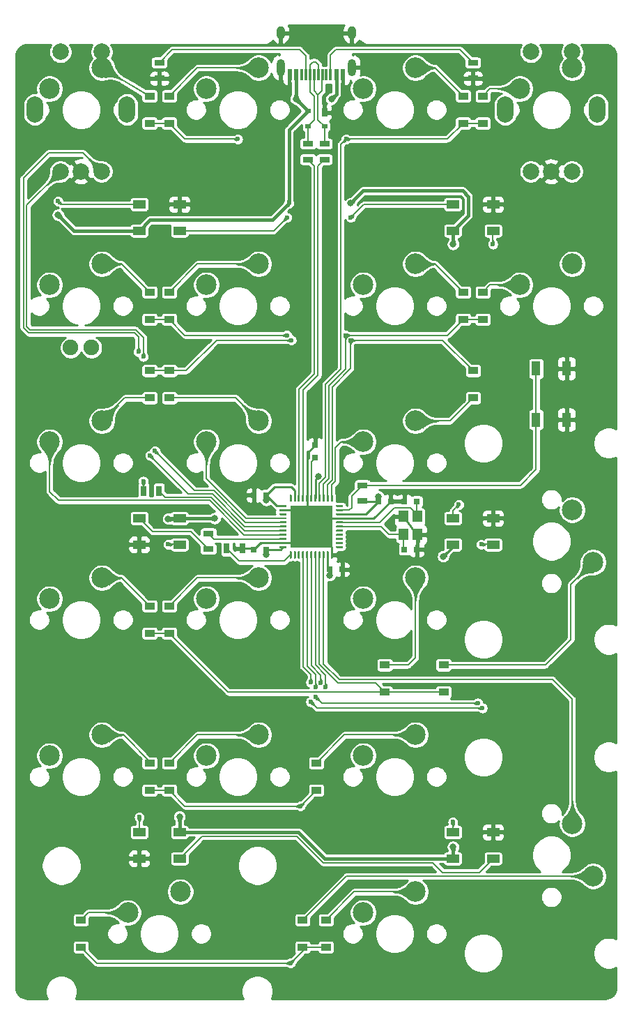
<source format=gbr>
%TF.GenerationSoftware,KiCad,Pcbnew,(5.1.10)-1*%
%TF.CreationDate,2021-08-07T17:21:30+07:00*%
%TF.ProjectId,numbowl,6e756d62-6f77-46c2-9e6b-696361645f70,rev?*%
%TF.SameCoordinates,Original*%
%TF.FileFunction,Copper,L2,Bot*%
%TF.FilePolarity,Positive*%
%FSLAX46Y46*%
G04 Gerber Fmt 4.6, Leading zero omitted, Abs format (unit mm)*
G04 Created by KiCad (PCBNEW (5.1.10)-1) date 2021-08-07 17:21:30*
%MOMM*%
%LPD*%
G01*
G04 APERTURE LIST*
%TA.AperFunction,ComponentPad*%
%ADD10C,2.500000*%
%TD*%
%TA.AperFunction,ComponentPad*%
%ADD11C,2.000000*%
%TD*%
%TA.AperFunction,ComponentPad*%
%ADD12O,2.000000X3.200000*%
%TD*%
%TA.AperFunction,ComponentPad*%
%ADD13C,1.905000*%
%TD*%
%TA.AperFunction,SMDPad,CuDef*%
%ADD14R,0.700000X1.300000*%
%TD*%
%TA.AperFunction,SMDPad,CuDef*%
%ADD15R,1.100000X1.800000*%
%TD*%
%TA.AperFunction,SMDPad,CuDef*%
%ADD16R,0.700000X1.000000*%
%TD*%
%TA.AperFunction,SMDPad,CuDef*%
%ADD17R,0.700000X0.600000*%
%TD*%
%TA.AperFunction,SMDPad,CuDef*%
%ADD18R,1.500000X1.000000*%
%TD*%
%TA.AperFunction,SMDPad,CuDef*%
%ADD19R,1.200000X0.900000*%
%TD*%
%TA.AperFunction,SMDPad,CuDef*%
%ADD20R,0.800000X0.750000*%
%TD*%
%TA.AperFunction,SMDPad,CuDef*%
%ADD21R,5.150000X5.150000*%
%TD*%
%TA.AperFunction,SMDPad,CuDef*%
%ADD22R,1.200000X1.400000*%
%TD*%
%TA.AperFunction,ComponentPad*%
%ADD23O,1.000000X1.600000*%
%TD*%
%TA.AperFunction,ComponentPad*%
%ADD24O,1.000000X2.100000*%
%TD*%
%TA.AperFunction,SMDPad,CuDef*%
%ADD25R,0.300000X1.450000*%
%TD*%
%TA.AperFunction,SMDPad,CuDef*%
%ADD26R,0.600000X1.450000*%
%TD*%
%TA.AperFunction,SMDPad,CuDef*%
%ADD27R,1.300000X0.700000*%
%TD*%
%TA.AperFunction,SMDPad,CuDef*%
%ADD28R,0.750000X0.800000*%
%TD*%
%TA.AperFunction,ViaPad*%
%ADD29C,0.600000*%
%TD*%
%TA.AperFunction,ViaPad*%
%ADD30C,0.800000*%
%TD*%
%TA.AperFunction,Conductor*%
%ADD31C,0.250000*%
%TD*%
%TA.AperFunction,Conductor*%
%ADD32C,0.200000*%
%TD*%
%TA.AperFunction,Conductor*%
%ADD33C,0.400000*%
%TD*%
%TA.AperFunction,Conductor*%
%ADD34C,0.254000*%
%TD*%
%TA.AperFunction,Conductor*%
%ADD35C,0.100000*%
%TD*%
%TA.AperFunction,Conductor*%
%ADD36C,0.025400*%
%TD*%
G04 APERTURE END LIST*
D10*
%TO.P,MX13,2*%
%TO.N,Net-(D22-Pad2)*%
X252730000Y-107315000D03*
%TO.P,MX13,1*%
%TO.N,Col3*%
X250190000Y-100965000D03*
%TD*%
D11*
%TO.P,SW3,A*%
%TO.N,R-A2*%
X245150000Y-59887510D03*
%TO.P,SW3,C*%
%TO.N,GND*%
X247650000Y-59887510D03*
%TO.P,SW3,B*%
%TO.N,R-B2*%
X250150000Y-59887510D03*
D12*
%TO.P,SW3,MP*%
%TO.N,N/C*%
X242050000Y-52387510D03*
X253250000Y-52387510D03*
D11*
%TO.P,SW3,S2*%
%TO.N,S2*%
X245150000Y-45387510D03*
%TO.P,SW3,S1*%
%TO.N,Col3*%
X250150000Y-45387510D03*
%TD*%
D13*
%TO.P,D25,2*%
%TO.N,+5V*%
X189230000Y-81280000D03*
%TO.P,D25,1*%
%TO.N,Net-(D25-Pad1)*%
X191770000Y-81280000D03*
%TD*%
D10*
%TO.P,MX27,1*%
%TO.N,Col2*%
X224790192Y-49847546D03*
%TO.P,MX27,2*%
%TO.N,Net-(D19-Pad2)*%
X231140192Y-47307546D03*
%TD*%
%TO.P,MX26,1*%
%TO.N,Col1*%
X205740176Y-49847546D03*
%TO.P,MX26,2*%
%TO.N,Net-(D13-Pad2)*%
X212090176Y-47307546D03*
%TD*%
%TO.P,MX25,2*%
%TO.N,Col1*%
X202565000Y-147320000D03*
%TO.P,MX25,1*%
%TO.N,Net-(D12-Pad2)*%
X196215000Y-149860000D03*
%TD*%
%TO.P,MX20,1*%
%TO.N,Net-(D20-Pad2)*%
X243840000Y-73660000D03*
%TO.P,MX20,2*%
%TO.N,Col3*%
X250190000Y-71120000D03*
%TD*%
%TO.P,MX19,2*%
%TO.N,Net-(D24-Pad2)*%
X252730000Y-145415000D03*
%TO.P,MX19,1*%
%TO.N,Col3*%
X250190000Y-139065000D03*
%TD*%
%TO.P,MX18,1*%
%TO.N,Col2*%
X224790000Y-149860000D03*
%TO.P,MX18,2*%
%TO.N,Net-(D18-Pad2)*%
X231140000Y-147320000D03*
%TD*%
%TO.P,MX17,1*%
%TO.N,Col2*%
X224790000Y-130810000D03*
%TO.P,MX17,2*%
%TO.N,Net-(D17-Pad2)*%
X231140000Y-128270000D03*
%TD*%
%TO.P,MX16,1*%
%TO.N,Col2*%
X224790000Y-111760000D03*
%TO.P,MX16,2*%
%TO.N,Net-(D16-Pad2)*%
X231140000Y-109220000D03*
%TD*%
%TO.P,MX15,1*%
%TO.N,Col2*%
X224790000Y-92710000D03*
%TO.P,MX15,2*%
%TO.N,Net-(D15-Pad2)*%
X231140000Y-90170000D03*
%TD*%
%TO.P,MX14,1*%
%TO.N,Col2*%
X224790000Y-73660000D03*
%TO.P,MX14,2*%
%TO.N,Net-(D14-Pad2)*%
X231140000Y-71120000D03*
%TD*%
%TO.P,MX11,1*%
%TO.N,Col1*%
X205740000Y-130810000D03*
%TO.P,MX11,2*%
%TO.N,Net-(D11-Pad2)*%
X212090000Y-128270000D03*
%TD*%
%TO.P,MX10,1*%
%TO.N,Col1*%
X205740000Y-111760000D03*
%TO.P,MX10,2*%
%TO.N,Net-(D10-Pad2)*%
X212090000Y-109220000D03*
%TD*%
%TO.P,MX9,1*%
%TO.N,Col1*%
X205740000Y-92710000D03*
%TO.P,MX9,2*%
%TO.N,Net-(D9-Pad2)*%
X212090000Y-90170000D03*
%TD*%
%TO.P,MX8,1*%
%TO.N,Col1*%
X205740000Y-73660000D03*
%TO.P,MX8,2*%
%TO.N,Net-(D8-Pad2)*%
X212090000Y-71120000D03*
%TD*%
%TO.P,MX7,1*%
%TO.N,S2*%
X243840000Y-49847510D03*
%TO.P,MX7,2*%
%TO.N,Col3*%
X250190000Y-47307510D03*
%TD*%
%TO.P,MX5,1*%
%TO.N,Col0*%
X186690000Y-130810000D03*
%TO.P,MX5,2*%
%TO.N,Net-(D5-Pad2)*%
X193040000Y-128270000D03*
%TD*%
%TO.P,MX4,1*%
%TO.N,Col0*%
X186690000Y-111760000D03*
%TO.P,MX4,2*%
%TO.N,Net-(D4-Pad2)*%
X193040000Y-109220000D03*
%TD*%
%TO.P,MX3,1*%
%TO.N,Col0*%
X186690000Y-92710000D03*
%TO.P,MX3,2*%
%TO.N,Net-(D3-Pad2)*%
X193040000Y-90170000D03*
%TD*%
%TO.P,MX2,1*%
%TO.N,Col0*%
X186690000Y-73660000D03*
%TO.P,MX2,2*%
%TO.N,Net-(D2-Pad2)*%
X193040000Y-71120000D03*
%TD*%
%TO.P,MX1,1*%
%TO.N,Col0*%
X186690000Y-49847510D03*
%TO.P,MX1,2*%
%TO.N,S1*%
X193040000Y-47307510D03*
%TD*%
D14*
%TO.P,R1,2*%
%TO.N,Net-(D25-Pad1)*%
X198084400Y-98653600D03*
%TO.P,R1,1*%
%TO.N,Net-(R1-Pad1)*%
X199984400Y-98653600D03*
%TD*%
D11*
%TO.P,SW2,S1*%
%TO.N,S1*%
X193000000Y-45387510D03*
%TO.P,SW2,S2*%
%TO.N,Col0*%
X188000000Y-45387510D03*
D12*
%TO.P,SW2,MP*%
%TO.N,N/C*%
X196100000Y-52387510D03*
X184900000Y-52387510D03*
D11*
%TO.P,SW2,B*%
%TO.N,R-B*%
X193000000Y-59887510D03*
%TO.P,SW2,C*%
%TO.N,GND*%
X190500000Y-59887510D03*
%TO.P,SW2,A*%
%TO.N,R-A*%
X188000000Y-59887510D03*
%TD*%
D15*
%TO.P,SW1,1*%
%TO.N,GND*%
X249500000Y-83815625D03*
%TO.P,SW1,2*%
%TO.N,RST*%
X245800000Y-90015625D03*
X245800000Y-83815625D03*
%TO.P,SW1,1*%
%TO.N,GND*%
X249500000Y-90015625D03*
%TD*%
D16*
%TO.P,U5,1*%
%TO.N,GND*%
X220075000Y-52731250D03*
D17*
%TO.P,U5,4*%
%TO.N,+5V*%
X218075000Y-52531250D03*
%TO.P,U5,2*%
%TO.N,/R-*%
X220075000Y-54431250D03*
%TO.P,U5,3*%
%TO.N,/R+*%
X218075000Y-54431250D03*
%TD*%
D18*
%TO.P,RGB6,1*%
%TO.N,+5V*%
X197575000Y-67084375D03*
%TO.P,RGB6,2*%
%TO.N,RGB-C*%
X197575000Y-63884375D03*
%TO.P,RGB6,4*%
%TO.N,Net-(RGB5-Pad2)*%
X202475000Y-67084375D03*
%TO.P,RGB6,3*%
%TO.N,GND*%
X202475000Y-63884375D03*
%TD*%
%TO.P,RGB5,1*%
%TO.N,+5V*%
X235675000Y-67084375D03*
%TO.P,RGB5,2*%
%TO.N,Net-(RGB5-Pad2)*%
X235675000Y-63884375D03*
%TO.P,RGB5,4*%
%TO.N,Net-(RGB4-Pad2)*%
X240575000Y-67084375D03*
%TO.P,RGB5,3*%
%TO.N,GND*%
X240575000Y-63884375D03*
%TD*%
%TO.P,RGB4,1*%
%TO.N,+5V*%
X235675000Y-105184375D03*
%TO.P,RGB4,2*%
%TO.N,Net-(RGB4-Pad2)*%
X235675000Y-101984375D03*
%TO.P,RGB4,4*%
%TO.N,Net-(RGB3-Pad2)*%
X240575000Y-105184375D03*
%TO.P,RGB4,3*%
%TO.N,GND*%
X240575000Y-101984375D03*
%TD*%
%TO.P,RGB3,1*%
%TO.N,+5V*%
X235675000Y-143284375D03*
%TO.P,RGB3,2*%
%TO.N,Net-(RGB3-Pad2)*%
X235675000Y-140084375D03*
%TO.P,RGB3,4*%
%TO.N,Net-(RGB2-Pad2)*%
X240575000Y-143284375D03*
%TO.P,RGB3,3*%
%TO.N,GND*%
X240575000Y-140084375D03*
%TD*%
%TO.P,RGB2,1*%
%TO.N,+5V*%
X202475000Y-140084375D03*
%TO.P,RGB2,2*%
%TO.N,Net-(RGB2-Pad2)*%
X202475000Y-143284375D03*
%TO.P,RGB2,4*%
%TO.N,Net-(RGB1-Pad2)*%
X197575000Y-140084375D03*
%TO.P,RGB2,3*%
%TO.N,GND*%
X197575000Y-143284375D03*
%TD*%
%TO.P,RGB1,1*%
%TO.N,+5V*%
X202475000Y-101984375D03*
%TO.P,RGB1,2*%
%TO.N,Net-(RGB1-Pad2)*%
X202475000Y-105184375D03*
%TO.P,RGB1,4*%
%TO.N,RGBLED*%
X197575000Y-101984375D03*
%TO.P,RGB1,3*%
%TO.N,GND*%
X197575000Y-105184375D03*
%TD*%
D19*
%TO.P,D19,1*%
%TO.N,Row0*%
X236934375Y-54037500D03*
%TO.P,D19,2*%
%TO.N,Net-(D19-Pad2)*%
X236934375Y-50737500D03*
%TD*%
%TO.P,D13,1*%
%TO.N,Row0*%
X201215625Y-54037500D03*
%TO.P,D13,2*%
%TO.N,Net-(D13-Pad2)*%
X201215625Y-50737500D03*
%TD*%
%TO.P,D7,1*%
%TO.N,Row0*%
X239315625Y-54037500D03*
%TO.P,D7,2*%
%TO.N,S2*%
X239315625Y-50737500D03*
%TD*%
%TO.P,D1,1*%
%TO.N,Row0*%
X198834375Y-54037500D03*
%TO.P,D1,2*%
%TO.N,S1*%
X198834375Y-50737500D03*
%TD*%
%TO.P,D12,1*%
%TO.N,Row5*%
X190500000Y-154050000D03*
%TO.P,D12,2*%
%TO.N,Net-(D12-Pad2)*%
X190500000Y-150750000D03*
%TD*%
%TO.P,D22,1*%
%TO.N,Row3*%
X234553125Y-123093750D03*
%TO.P,D22,2*%
%TO.N,Net-(D22-Pad2)*%
X234553125Y-119793750D03*
%TD*%
%TO.P,D18,1*%
%TO.N,Row5*%
X220265625Y-154050000D03*
%TO.P,D18,2*%
%TO.N,Net-(D18-Pad2)*%
X220265625Y-150750000D03*
%TD*%
%TO.P,D24,1*%
%TO.N,Row5*%
X217424000Y-154050000D03*
%TO.P,D24,2*%
%TO.N,Net-(D24-Pad2)*%
X217424000Y-150750000D03*
%TD*%
%TO.P,D20,1*%
%TO.N,Row1*%
X239315625Y-77850000D03*
%TO.P,D20,2*%
%TO.N,Net-(D20-Pad2)*%
X239315625Y-74550000D03*
%TD*%
%TO.P,D17,2*%
%TO.N,Net-(D17-Pad2)*%
X219075000Y-131700000D03*
%TO.P,D17,1*%
%TO.N,Row4*%
X219075000Y-135000000D03*
%TD*%
%TO.P,D16,1*%
%TO.N,Row3*%
X227409375Y-123093750D03*
%TO.P,D16,2*%
%TO.N,Net-(D16-Pad2)*%
X227409375Y-119793750D03*
%TD*%
%TO.P,D15,1*%
%TO.N,MOSI*%
X238125000Y-84075000D03*
%TO.P,D15,2*%
%TO.N,Net-(D15-Pad2)*%
X238125000Y-87375000D03*
%TD*%
%TO.P,D14,1*%
%TO.N,Row1*%
X236934375Y-77850000D03*
%TO.P,D14,2*%
%TO.N,Net-(D14-Pad2)*%
X236934375Y-74550000D03*
%TD*%
%TO.P,D11,1*%
%TO.N,Row4*%
X201216132Y-135000336D03*
%TO.P,D11,2*%
%TO.N,Net-(D11-Pad2)*%
X201216132Y-131700336D03*
%TD*%
%TO.P,D10,1*%
%TO.N,Row3*%
X201215625Y-115950000D03*
%TO.P,D10,2*%
%TO.N,Net-(D10-Pad2)*%
X201215625Y-112650000D03*
%TD*%
%TO.P,D9,1*%
%TO.N,MOSI*%
X201215625Y-84075000D03*
%TO.P,D9,2*%
%TO.N,Net-(D9-Pad2)*%
X201215625Y-87375000D03*
%TD*%
%TO.P,D8,1*%
%TO.N,Row1*%
X201215625Y-77850000D03*
%TO.P,D8,2*%
%TO.N,Net-(D8-Pad2)*%
X201215625Y-74550000D03*
%TD*%
%TO.P,D5,1*%
%TO.N,Row4*%
X198834876Y-135000000D03*
%TO.P,D5,2*%
%TO.N,Net-(D5-Pad2)*%
X198834876Y-131700000D03*
%TD*%
%TO.P,D4,1*%
%TO.N,Row3*%
X198834375Y-115950000D03*
%TO.P,D4,2*%
%TO.N,Net-(D4-Pad2)*%
X198834375Y-112650000D03*
%TD*%
%TO.P,D3,1*%
%TO.N,MOSI*%
X198834375Y-84075000D03*
%TO.P,D3,2*%
%TO.N,Net-(D3-Pad2)*%
X198834375Y-87375000D03*
%TD*%
%TO.P,D2,1*%
%TO.N,Row1*%
X198834375Y-77850000D03*
%TO.P,D2,2*%
%TO.N,Net-(D2-Pad2)*%
X198834375Y-74550000D03*
%TD*%
D20*
%TO.P,C3,1*%
%TO.N,Net-(C3-Pad1)*%
X231294685Y-99949000D03*
%TO.P,C3,2*%
%TO.N,GND*%
X229794685Y-99949000D03*
%TD*%
%TO.P,C2,1*%
%TO.N,Net-(C2-Pad1)*%
X229794685Y-105791000D03*
%TO.P,C2,2*%
%TO.N,GND*%
X231294685Y-105791000D03*
%TD*%
D21*
%TO.P,U2,45*%
%TO.N,GND*%
X218480605Y-102989415D03*
%TO.P,U2,44*%
%TO.N,+5V*%
%TA.AperFunction,SMDPad,CuDef*%
G36*
G01*
X214668105Y-100364415D02*
X215418105Y-100364415D01*
G75*
G02*
X215480605Y-100426915I0J-62500D01*
G01*
X215480605Y-100551915D01*
G75*
G02*
X215418105Y-100614415I-62500J0D01*
G01*
X214668105Y-100614415D01*
G75*
G02*
X214605605Y-100551915I0J62500D01*
G01*
X214605605Y-100426915D01*
G75*
G02*
X214668105Y-100364415I62500J0D01*
G01*
G37*
%TD.AperFunction*%
%TO.P,U2,43*%
%TO.N,GND*%
%TA.AperFunction,SMDPad,CuDef*%
G36*
G01*
X214668105Y-100864415D02*
X215418105Y-100864415D01*
G75*
G02*
X215480605Y-100926915I0J-62500D01*
G01*
X215480605Y-101051915D01*
G75*
G02*
X215418105Y-101114415I-62500J0D01*
G01*
X214668105Y-101114415D01*
G75*
G02*
X214605605Y-101051915I0J62500D01*
G01*
X214605605Y-100926915D01*
G75*
G02*
X214668105Y-100864415I62500J0D01*
G01*
G37*
%TD.AperFunction*%
%TO.P,U2,42*%
%TO.N,Net-(U2-Pad42)*%
%TA.AperFunction,SMDPad,CuDef*%
G36*
G01*
X214668105Y-101364415D02*
X215418105Y-101364415D01*
G75*
G02*
X215480605Y-101426915I0J-62500D01*
G01*
X215480605Y-101551915D01*
G75*
G02*
X215418105Y-101614415I-62500J0D01*
G01*
X214668105Y-101614415D01*
G75*
G02*
X214605605Y-101551915I0J62500D01*
G01*
X214605605Y-101426915D01*
G75*
G02*
X214668105Y-101364415I62500J0D01*
G01*
G37*
%TD.AperFunction*%
%TO.P,U2,41*%
%TO.N,Col1*%
%TA.AperFunction,SMDPad,CuDef*%
G36*
G01*
X214668105Y-101864415D02*
X215418105Y-101864415D01*
G75*
G02*
X215480605Y-101926915I0J-62500D01*
G01*
X215480605Y-102051915D01*
G75*
G02*
X215418105Y-102114415I-62500J0D01*
G01*
X214668105Y-102114415D01*
G75*
G02*
X214605605Y-102051915I0J62500D01*
G01*
X214605605Y-101926915D01*
G75*
G02*
X214668105Y-101864415I62500J0D01*
G01*
G37*
%TD.AperFunction*%
%TO.P,U2,40*%
%TO.N,R-A*%
%TA.AperFunction,SMDPad,CuDef*%
G36*
G01*
X214668105Y-102364415D02*
X215418105Y-102364415D01*
G75*
G02*
X215480605Y-102426915I0J-62500D01*
G01*
X215480605Y-102551915D01*
G75*
G02*
X215418105Y-102614415I-62500J0D01*
G01*
X214668105Y-102614415D01*
G75*
G02*
X214605605Y-102551915I0J62500D01*
G01*
X214605605Y-102426915D01*
G75*
G02*
X214668105Y-102364415I62500J0D01*
G01*
G37*
%TD.AperFunction*%
%TO.P,U2,39*%
%TO.N,R-B*%
%TA.AperFunction,SMDPad,CuDef*%
G36*
G01*
X214668105Y-102864415D02*
X215418105Y-102864415D01*
G75*
G02*
X215480605Y-102926915I0J-62500D01*
G01*
X215480605Y-103051915D01*
G75*
G02*
X215418105Y-103114415I-62500J0D01*
G01*
X214668105Y-103114415D01*
G75*
G02*
X214605605Y-103051915I0J62500D01*
G01*
X214605605Y-102926915D01*
G75*
G02*
X214668105Y-102864415I62500J0D01*
G01*
G37*
%TD.AperFunction*%
%TO.P,U2,38*%
%TO.N,Net-(R1-Pad1)*%
%TA.AperFunction,SMDPad,CuDef*%
G36*
G01*
X214668105Y-103364415D02*
X215418105Y-103364415D01*
G75*
G02*
X215480605Y-103426915I0J-62500D01*
G01*
X215480605Y-103551915D01*
G75*
G02*
X215418105Y-103614415I-62500J0D01*
G01*
X214668105Y-103614415D01*
G75*
G02*
X214605605Y-103551915I0J62500D01*
G01*
X214605605Y-103426915D01*
G75*
G02*
X214668105Y-103364415I62500J0D01*
G01*
G37*
%TD.AperFunction*%
%TO.P,U2,37*%
%TO.N,Col0*%
%TA.AperFunction,SMDPad,CuDef*%
G36*
G01*
X214668105Y-103864415D02*
X215418105Y-103864415D01*
G75*
G02*
X215480605Y-103926915I0J-62500D01*
G01*
X215480605Y-104051915D01*
G75*
G02*
X215418105Y-104114415I-62500J0D01*
G01*
X214668105Y-104114415D01*
G75*
G02*
X214605605Y-104051915I0J62500D01*
G01*
X214605605Y-103926915D01*
G75*
G02*
X214668105Y-103864415I62500J0D01*
G01*
G37*
%TD.AperFunction*%
%TO.P,U2,36*%
%TO.N,Net-(R7-Pad2)*%
%TA.AperFunction,SMDPad,CuDef*%
G36*
G01*
X214668105Y-104364415D02*
X215418105Y-104364415D01*
G75*
G02*
X215480605Y-104426915I0J-62500D01*
G01*
X215480605Y-104551915D01*
G75*
G02*
X215418105Y-104614415I-62500J0D01*
G01*
X214668105Y-104614415D01*
G75*
G02*
X214605605Y-104551915I0J62500D01*
G01*
X214605605Y-104426915D01*
G75*
G02*
X214668105Y-104364415I62500J0D01*
G01*
G37*
%TD.AperFunction*%
%TO.P,U2,35*%
%TO.N,GND*%
%TA.AperFunction,SMDPad,CuDef*%
G36*
G01*
X214668105Y-104864415D02*
X215418105Y-104864415D01*
G75*
G02*
X215480605Y-104926915I0J-62500D01*
G01*
X215480605Y-105051915D01*
G75*
G02*
X215418105Y-105114415I-62500J0D01*
G01*
X214668105Y-105114415D01*
G75*
G02*
X214605605Y-105051915I0J62500D01*
G01*
X214605605Y-104926915D01*
G75*
G02*
X214668105Y-104864415I62500J0D01*
G01*
G37*
%TD.AperFunction*%
%TO.P,U2,34*%
%TO.N,+5V*%
%TA.AperFunction,SMDPad,CuDef*%
G36*
G01*
X214668105Y-105364415D02*
X215418105Y-105364415D01*
G75*
G02*
X215480605Y-105426915I0J-62500D01*
G01*
X215480605Y-105551915D01*
G75*
G02*
X215418105Y-105614415I-62500J0D01*
G01*
X214668105Y-105614415D01*
G75*
G02*
X214605605Y-105551915I0J62500D01*
G01*
X214605605Y-105426915D01*
G75*
G02*
X214668105Y-105364415I62500J0D01*
G01*
G37*
%TD.AperFunction*%
%TO.P,U2,33*%
%TO.N,Net-(R6-Pad2)*%
%TA.AperFunction,SMDPad,CuDef*%
G36*
G01*
X215918105Y-105989415D02*
X216043105Y-105989415D01*
G75*
G02*
X216105605Y-106051915I0J-62500D01*
G01*
X216105605Y-106801915D01*
G75*
G02*
X216043105Y-106864415I-62500J0D01*
G01*
X215918105Y-106864415D01*
G75*
G02*
X215855605Y-106801915I0J62500D01*
G01*
X215855605Y-106051915D01*
G75*
G02*
X215918105Y-105989415I62500J0D01*
G01*
G37*
%TD.AperFunction*%
%TO.P,U2,32*%
%TO.N,Net-(U2-Pad32)*%
%TA.AperFunction,SMDPad,CuDef*%
G36*
G01*
X216418105Y-105989415D02*
X216543105Y-105989415D01*
G75*
G02*
X216605605Y-106051915I0J-62500D01*
G01*
X216605605Y-106801915D01*
G75*
G02*
X216543105Y-106864415I-62500J0D01*
G01*
X216418105Y-106864415D01*
G75*
G02*
X216355605Y-106801915I0J62500D01*
G01*
X216355605Y-106051915D01*
G75*
G02*
X216418105Y-105989415I62500J0D01*
G01*
G37*
%TD.AperFunction*%
%TO.P,U2,31*%
%TO.N,Net-(U2-Pad31)*%
%TA.AperFunction,SMDPad,CuDef*%
G36*
G01*
X216918105Y-105989415D02*
X217043105Y-105989415D01*
G75*
G02*
X217105605Y-106051915I0J-62500D01*
G01*
X217105605Y-106801915D01*
G75*
G02*
X217043105Y-106864415I-62500J0D01*
G01*
X216918105Y-106864415D01*
G75*
G02*
X216855605Y-106801915I0J62500D01*
G01*
X216855605Y-106051915D01*
G75*
G02*
X216918105Y-105989415I62500J0D01*
G01*
G37*
%TD.AperFunction*%
%TO.P,U2,30*%
%TO.N,R-B2*%
%TA.AperFunction,SMDPad,CuDef*%
G36*
G01*
X217418105Y-105989415D02*
X217543105Y-105989415D01*
G75*
G02*
X217605605Y-106051915I0J-62500D01*
G01*
X217605605Y-106801915D01*
G75*
G02*
X217543105Y-106864415I-62500J0D01*
G01*
X217418105Y-106864415D01*
G75*
G02*
X217355605Y-106801915I0J62500D01*
G01*
X217355605Y-106051915D01*
G75*
G02*
X217418105Y-105989415I62500J0D01*
G01*
G37*
%TD.AperFunction*%
%TO.P,U2,29*%
%TO.N,R-A2*%
%TA.AperFunction,SMDPad,CuDef*%
G36*
G01*
X217918105Y-105989415D02*
X218043105Y-105989415D01*
G75*
G02*
X218105605Y-106051915I0J-62500D01*
G01*
X218105605Y-106801915D01*
G75*
G02*
X218043105Y-106864415I-62500J0D01*
G01*
X217918105Y-106864415D01*
G75*
G02*
X217855605Y-106801915I0J62500D01*
G01*
X217855605Y-106051915D01*
G75*
G02*
X217918105Y-105989415I62500J0D01*
G01*
G37*
%TD.AperFunction*%
%TO.P,U2,28*%
%TO.N,Row4*%
%TA.AperFunction,SMDPad,CuDef*%
G36*
G01*
X218418105Y-105989415D02*
X218543105Y-105989415D01*
G75*
G02*
X218605605Y-106051915I0J-62500D01*
G01*
X218605605Y-106801915D01*
G75*
G02*
X218543105Y-106864415I-62500J0D01*
G01*
X218418105Y-106864415D01*
G75*
G02*
X218355605Y-106801915I0J62500D01*
G01*
X218355605Y-106051915D01*
G75*
G02*
X218418105Y-105989415I62500J0D01*
G01*
G37*
%TD.AperFunction*%
%TO.P,U2,27*%
%TO.N,Row5*%
%TA.AperFunction,SMDPad,CuDef*%
G36*
G01*
X218918105Y-105989415D02*
X219043105Y-105989415D01*
G75*
G02*
X219105605Y-106051915I0J-62500D01*
G01*
X219105605Y-106801915D01*
G75*
G02*
X219043105Y-106864415I-62500J0D01*
G01*
X218918105Y-106864415D01*
G75*
G02*
X218855605Y-106801915I0J62500D01*
G01*
X218855605Y-106051915D01*
G75*
G02*
X218918105Y-105989415I62500J0D01*
G01*
G37*
%TD.AperFunction*%
%TO.P,U2,26*%
%TO.N,Row3*%
%TA.AperFunction,SMDPad,CuDef*%
G36*
G01*
X219418105Y-105989415D02*
X219543105Y-105989415D01*
G75*
G02*
X219605605Y-106051915I0J-62500D01*
G01*
X219605605Y-106801915D01*
G75*
G02*
X219543105Y-106864415I-62500J0D01*
G01*
X219418105Y-106864415D01*
G75*
G02*
X219355605Y-106801915I0J62500D01*
G01*
X219355605Y-106051915D01*
G75*
G02*
X219418105Y-105989415I62500J0D01*
G01*
G37*
%TD.AperFunction*%
%TO.P,U2,25*%
%TO.N,Col3*%
%TA.AperFunction,SMDPad,CuDef*%
G36*
G01*
X219918105Y-105989415D02*
X220043105Y-105989415D01*
G75*
G02*
X220105605Y-106051915I0J-62500D01*
G01*
X220105605Y-106801915D01*
G75*
G02*
X220043105Y-106864415I-62500J0D01*
G01*
X219918105Y-106864415D01*
G75*
G02*
X219855605Y-106801915I0J62500D01*
G01*
X219855605Y-106051915D01*
G75*
G02*
X219918105Y-105989415I62500J0D01*
G01*
G37*
%TD.AperFunction*%
%TO.P,U2,24*%
%TO.N,+5V*%
%TA.AperFunction,SMDPad,CuDef*%
G36*
G01*
X220418105Y-105989415D02*
X220543105Y-105989415D01*
G75*
G02*
X220605605Y-106051915I0J-62500D01*
G01*
X220605605Y-106801915D01*
G75*
G02*
X220543105Y-106864415I-62500J0D01*
G01*
X220418105Y-106864415D01*
G75*
G02*
X220355605Y-106801915I0J62500D01*
G01*
X220355605Y-106051915D01*
G75*
G02*
X220418105Y-105989415I62500J0D01*
G01*
G37*
%TD.AperFunction*%
%TO.P,U2,23*%
%TO.N,GND*%
%TA.AperFunction,SMDPad,CuDef*%
G36*
G01*
X220918105Y-105989415D02*
X221043105Y-105989415D01*
G75*
G02*
X221105605Y-106051915I0J-62500D01*
G01*
X221105605Y-106801915D01*
G75*
G02*
X221043105Y-106864415I-62500J0D01*
G01*
X220918105Y-106864415D01*
G75*
G02*
X220855605Y-106801915I0J62500D01*
G01*
X220855605Y-106051915D01*
G75*
G02*
X220918105Y-105989415I62500J0D01*
G01*
G37*
%TD.AperFunction*%
%TO.P,U2,22*%
%TO.N,Net-(U2-Pad22)*%
%TA.AperFunction,SMDPad,CuDef*%
G36*
G01*
X221543105Y-105364415D02*
X222293105Y-105364415D01*
G75*
G02*
X222355605Y-105426915I0J-62500D01*
G01*
X222355605Y-105551915D01*
G75*
G02*
X222293105Y-105614415I-62500J0D01*
G01*
X221543105Y-105614415D01*
G75*
G02*
X221480605Y-105551915I0J62500D01*
G01*
X221480605Y-105426915D01*
G75*
G02*
X221543105Y-105364415I62500J0D01*
G01*
G37*
%TD.AperFunction*%
%TO.P,U2,21*%
%TO.N,Net-(U2-Pad21)*%
%TA.AperFunction,SMDPad,CuDef*%
G36*
G01*
X221543105Y-104864415D02*
X222293105Y-104864415D01*
G75*
G02*
X222355605Y-104926915I0J-62500D01*
G01*
X222355605Y-105051915D01*
G75*
G02*
X222293105Y-105114415I-62500J0D01*
G01*
X221543105Y-105114415D01*
G75*
G02*
X221480605Y-105051915I0J62500D01*
G01*
X221480605Y-104926915D01*
G75*
G02*
X221543105Y-104864415I62500J0D01*
G01*
G37*
%TD.AperFunction*%
%TO.P,U2,20*%
%TO.N,Net-(U2-Pad20)*%
%TA.AperFunction,SMDPad,CuDef*%
G36*
G01*
X221543105Y-104364415D02*
X222293105Y-104364415D01*
G75*
G02*
X222355605Y-104426915I0J-62500D01*
G01*
X222355605Y-104551915D01*
G75*
G02*
X222293105Y-104614415I-62500J0D01*
G01*
X221543105Y-104614415D01*
G75*
G02*
X221480605Y-104551915I0J62500D01*
G01*
X221480605Y-104426915D01*
G75*
G02*
X221543105Y-104364415I62500J0D01*
G01*
G37*
%TD.AperFunction*%
%TO.P,U2,19*%
%TO.N,SDA*%
%TA.AperFunction,SMDPad,CuDef*%
G36*
G01*
X221543105Y-103864415D02*
X222293105Y-103864415D01*
G75*
G02*
X222355605Y-103926915I0J-62500D01*
G01*
X222355605Y-104051915D01*
G75*
G02*
X222293105Y-104114415I-62500J0D01*
G01*
X221543105Y-104114415D01*
G75*
G02*
X221480605Y-104051915I0J62500D01*
G01*
X221480605Y-103926915D01*
G75*
G02*
X221543105Y-103864415I62500J0D01*
G01*
G37*
%TD.AperFunction*%
%TO.P,U2,18*%
%TO.N,SCL*%
%TA.AperFunction,SMDPad,CuDef*%
G36*
G01*
X221543105Y-103364415D02*
X222293105Y-103364415D01*
G75*
G02*
X222355605Y-103426915I0J-62500D01*
G01*
X222355605Y-103551915D01*
G75*
G02*
X222293105Y-103614415I-62500J0D01*
G01*
X221543105Y-103614415D01*
G75*
G02*
X221480605Y-103551915I0J62500D01*
G01*
X221480605Y-103426915D01*
G75*
G02*
X221543105Y-103364415I62500J0D01*
G01*
G37*
%TD.AperFunction*%
%TO.P,U2,17*%
%TO.N,Net-(C2-Pad1)*%
%TA.AperFunction,SMDPad,CuDef*%
G36*
G01*
X221543105Y-102864415D02*
X222293105Y-102864415D01*
G75*
G02*
X222355605Y-102926915I0J-62500D01*
G01*
X222355605Y-103051915D01*
G75*
G02*
X222293105Y-103114415I-62500J0D01*
G01*
X221543105Y-103114415D01*
G75*
G02*
X221480605Y-103051915I0J62500D01*
G01*
X221480605Y-102926915D01*
G75*
G02*
X221543105Y-102864415I62500J0D01*
G01*
G37*
%TD.AperFunction*%
%TO.P,U2,16*%
%TO.N,Net-(C3-Pad1)*%
%TA.AperFunction,SMDPad,CuDef*%
G36*
G01*
X221543105Y-102364415D02*
X222293105Y-102364415D01*
G75*
G02*
X222355605Y-102426915I0J-62500D01*
G01*
X222355605Y-102551915D01*
G75*
G02*
X222293105Y-102614415I-62500J0D01*
G01*
X221543105Y-102614415D01*
G75*
G02*
X221480605Y-102551915I0J62500D01*
G01*
X221480605Y-102426915D01*
G75*
G02*
X221543105Y-102364415I62500J0D01*
G01*
G37*
%TD.AperFunction*%
%TO.P,U2,15*%
%TO.N,GND*%
%TA.AperFunction,SMDPad,CuDef*%
G36*
G01*
X221543105Y-101864415D02*
X222293105Y-101864415D01*
G75*
G02*
X222355605Y-101926915I0J-62500D01*
G01*
X222355605Y-102051915D01*
G75*
G02*
X222293105Y-102114415I-62500J0D01*
G01*
X221543105Y-102114415D01*
G75*
G02*
X221480605Y-102051915I0J62500D01*
G01*
X221480605Y-101926915D01*
G75*
G02*
X221543105Y-101864415I62500J0D01*
G01*
G37*
%TD.AperFunction*%
%TO.P,U2,14*%
%TO.N,+5V*%
%TA.AperFunction,SMDPad,CuDef*%
G36*
G01*
X221543105Y-101364415D02*
X222293105Y-101364415D01*
G75*
G02*
X222355605Y-101426915I0J-62500D01*
G01*
X222355605Y-101551915D01*
G75*
G02*
X222293105Y-101614415I-62500J0D01*
G01*
X221543105Y-101614415D01*
G75*
G02*
X221480605Y-101551915I0J62500D01*
G01*
X221480605Y-101426915D01*
G75*
G02*
X221543105Y-101364415I62500J0D01*
G01*
G37*
%TD.AperFunction*%
%TO.P,U2,13*%
%TO.N,RST*%
%TA.AperFunction,SMDPad,CuDef*%
G36*
G01*
X221543105Y-100864415D02*
X222293105Y-100864415D01*
G75*
G02*
X222355605Y-100926915I0J-62500D01*
G01*
X222355605Y-101051915D01*
G75*
G02*
X222293105Y-101114415I-62500J0D01*
G01*
X221543105Y-101114415D01*
G75*
G02*
X221480605Y-101051915I0J62500D01*
G01*
X221480605Y-100926915D01*
G75*
G02*
X221543105Y-100864415I62500J0D01*
G01*
G37*
%TD.AperFunction*%
%TO.P,U2,12*%
%TO.N,Net-(U2-Pad12)*%
%TA.AperFunction,SMDPad,CuDef*%
G36*
G01*
X221543105Y-100364415D02*
X222293105Y-100364415D01*
G75*
G02*
X222355605Y-100426915I0J-62500D01*
G01*
X222355605Y-100551915D01*
G75*
G02*
X222293105Y-100614415I-62500J0D01*
G01*
X221543105Y-100614415D01*
G75*
G02*
X221480605Y-100551915I0J62500D01*
G01*
X221480605Y-100426915D01*
G75*
G02*
X221543105Y-100364415I62500J0D01*
G01*
G37*
%TD.AperFunction*%
%TO.P,U2,11*%
%TO.N,Col2*%
%TA.AperFunction,SMDPad,CuDef*%
G36*
G01*
X220918105Y-99114415D02*
X221043105Y-99114415D01*
G75*
G02*
X221105605Y-99176915I0J-62500D01*
G01*
X221105605Y-99926915D01*
G75*
G02*
X221043105Y-99989415I-62500J0D01*
G01*
X220918105Y-99989415D01*
G75*
G02*
X220855605Y-99926915I0J62500D01*
G01*
X220855605Y-99176915D01*
G75*
G02*
X220918105Y-99114415I62500J0D01*
G01*
G37*
%TD.AperFunction*%
%TO.P,U2,10*%
%TO.N,MOSI*%
%TA.AperFunction,SMDPad,CuDef*%
G36*
G01*
X220418105Y-99114415D02*
X220543105Y-99114415D01*
G75*
G02*
X220605605Y-99176915I0J-62500D01*
G01*
X220605605Y-99926915D01*
G75*
G02*
X220543105Y-99989415I-62500J0D01*
G01*
X220418105Y-99989415D01*
G75*
G02*
X220355605Y-99926915I0J62500D01*
G01*
X220355605Y-99176915D01*
G75*
G02*
X220418105Y-99114415I62500J0D01*
G01*
G37*
%TD.AperFunction*%
%TO.P,U2,9*%
%TO.N,Row1*%
%TA.AperFunction,SMDPad,CuDef*%
G36*
G01*
X219918105Y-99114415D02*
X220043105Y-99114415D01*
G75*
G02*
X220105605Y-99176915I0J-62500D01*
G01*
X220105605Y-99926915D01*
G75*
G02*
X220043105Y-99989415I-62500J0D01*
G01*
X219918105Y-99989415D01*
G75*
G02*
X219855605Y-99926915I0J62500D01*
G01*
X219855605Y-99176915D01*
G75*
G02*
X219918105Y-99114415I62500J0D01*
G01*
G37*
%TD.AperFunction*%
%TO.P,U2,8*%
%TO.N,Row0*%
%TA.AperFunction,SMDPad,CuDef*%
G36*
G01*
X219418105Y-99114415D02*
X219543105Y-99114415D01*
G75*
G02*
X219605605Y-99176915I0J-62500D01*
G01*
X219605605Y-99926915D01*
G75*
G02*
X219543105Y-99989415I-62500J0D01*
G01*
X219418105Y-99989415D01*
G75*
G02*
X219355605Y-99926915I0J62500D01*
G01*
X219355605Y-99176915D01*
G75*
G02*
X219418105Y-99114415I62500J0D01*
G01*
G37*
%TD.AperFunction*%
%TO.P,U2,7*%
%TO.N,+5V*%
%TA.AperFunction,SMDPad,CuDef*%
G36*
G01*
X218918105Y-99114415D02*
X219043105Y-99114415D01*
G75*
G02*
X219105605Y-99176915I0J-62500D01*
G01*
X219105605Y-99926915D01*
G75*
G02*
X219043105Y-99989415I-62500J0D01*
G01*
X218918105Y-99989415D01*
G75*
G02*
X218855605Y-99926915I0J62500D01*
G01*
X218855605Y-99176915D01*
G75*
G02*
X218918105Y-99114415I62500J0D01*
G01*
G37*
%TD.AperFunction*%
%TO.P,U2,6*%
%TO.N,Net-(C6-Pad1)*%
%TA.AperFunction,SMDPad,CuDef*%
G36*
G01*
X218418105Y-99114415D02*
X218543105Y-99114415D01*
G75*
G02*
X218605605Y-99176915I0J-62500D01*
G01*
X218605605Y-99926915D01*
G75*
G02*
X218543105Y-99989415I-62500J0D01*
G01*
X218418105Y-99989415D01*
G75*
G02*
X218355605Y-99926915I0J62500D01*
G01*
X218355605Y-99176915D01*
G75*
G02*
X218418105Y-99114415I62500J0D01*
G01*
G37*
%TD.AperFunction*%
%TO.P,U2,5*%
%TO.N,GND*%
%TA.AperFunction,SMDPad,CuDef*%
G36*
G01*
X217918105Y-99114415D02*
X218043105Y-99114415D01*
G75*
G02*
X218105605Y-99176915I0J-62500D01*
G01*
X218105605Y-99926915D01*
G75*
G02*
X218043105Y-99989415I-62500J0D01*
G01*
X217918105Y-99989415D01*
G75*
G02*
X217855605Y-99926915I0J62500D01*
G01*
X217855605Y-99176915D01*
G75*
G02*
X217918105Y-99114415I62500J0D01*
G01*
G37*
%TD.AperFunction*%
%TO.P,U2,4*%
%TO.N,D+*%
%TA.AperFunction,SMDPad,CuDef*%
G36*
G01*
X217418105Y-99114415D02*
X217543105Y-99114415D01*
G75*
G02*
X217605605Y-99176915I0J-62500D01*
G01*
X217605605Y-99926915D01*
G75*
G02*
X217543105Y-99989415I-62500J0D01*
G01*
X217418105Y-99989415D01*
G75*
G02*
X217355605Y-99926915I0J62500D01*
G01*
X217355605Y-99176915D01*
G75*
G02*
X217418105Y-99114415I62500J0D01*
G01*
G37*
%TD.AperFunction*%
%TO.P,U2,3*%
%TO.N,D-*%
%TA.AperFunction,SMDPad,CuDef*%
G36*
G01*
X216918105Y-99114415D02*
X217043105Y-99114415D01*
G75*
G02*
X217105605Y-99176915I0J-62500D01*
G01*
X217105605Y-99926915D01*
G75*
G02*
X217043105Y-99989415I-62500J0D01*
G01*
X216918105Y-99989415D01*
G75*
G02*
X216855605Y-99926915I0J62500D01*
G01*
X216855605Y-99176915D01*
G75*
G02*
X216918105Y-99114415I62500J0D01*
G01*
G37*
%TD.AperFunction*%
%TO.P,U2,2*%
%TO.N,+5V*%
%TA.AperFunction,SMDPad,CuDef*%
G36*
G01*
X216418105Y-99114415D02*
X216543105Y-99114415D01*
G75*
G02*
X216605605Y-99176915I0J-62500D01*
G01*
X216605605Y-99926915D01*
G75*
G02*
X216543105Y-99989415I-62500J0D01*
G01*
X216418105Y-99989415D01*
G75*
G02*
X216355605Y-99926915I0J62500D01*
G01*
X216355605Y-99176915D01*
G75*
G02*
X216418105Y-99114415I62500J0D01*
G01*
G37*
%TD.AperFunction*%
%TO.P,U2,1*%
%TO.N,Net-(U2-Pad1)*%
%TA.AperFunction,SMDPad,CuDef*%
G36*
G01*
X215918105Y-99114415D02*
X216043105Y-99114415D01*
G75*
G02*
X216105605Y-99176915I0J-62500D01*
G01*
X216105605Y-99926915D01*
G75*
G02*
X216043105Y-99989415I-62500J0D01*
G01*
X215918105Y-99989415D01*
G75*
G02*
X215855605Y-99926915I0J62500D01*
G01*
X215855605Y-99176915D01*
G75*
G02*
X215918105Y-99114415I62500J0D01*
G01*
G37*
%TD.AperFunction*%
%TD*%
D22*
%TO.P,Y1,1*%
%TO.N,Net-(C2-Pad1)*%
X229694685Y-103970000D03*
%TO.P,Y1,2*%
%TO.N,GND*%
X229694685Y-101770000D03*
%TO.P,Y1,3*%
%TO.N,Net-(C3-Pad1)*%
X231394685Y-101770000D03*
%TO.P,Y1,4*%
%TO.N,GND*%
X231394685Y-103970000D03*
%TD*%
D23*
%TO.P,USB1,13*%
%TO.N,GND*%
X223395000Y-43081250D03*
X214755000Y-43081250D03*
D24*
X223395000Y-47261250D03*
X214755000Y-47261250D03*
D25*
%TO.P,USB1,6*%
%TO.N,/R-*%
X218825000Y-48176250D03*
%TO.P,USB1,7*%
%TO.N,/R+*%
X219325000Y-48176250D03*
%TO.P,USB1,8*%
%TO.N,/R-*%
X219825000Y-48176250D03*
%TO.P,USB1,5*%
%TO.N,/R+*%
X218325000Y-48176250D03*
%TO.P,USB1,9*%
%TO.N,Net-(USB1-Pad9)*%
X220325000Y-48176250D03*
%TO.P,USB1,4*%
%TO.N,Net-(R107-Pad2)*%
X217825000Y-48176250D03*
%TO.P,USB1,10*%
%TO.N,Net-(R108-Pad2)*%
X220825000Y-48176250D03*
%TO.P,USB1,3*%
%TO.N,Net-(USB1-Pad3)*%
X217325000Y-48176250D03*
D26*
%TO.P,USB1,2*%
%TO.N,+5V*%
X216625000Y-48176250D03*
%TO.P,USB1,11*%
X221525000Y-48176250D03*
%TO.P,USB1,1*%
%TO.N,GND*%
X215850000Y-48176250D03*
%TO.P,USB1,12*%
X222300000Y-48176250D03*
%TD*%
D27*
%TO.P,R110,1*%
%TO.N,D-*%
X218075000Y-58431250D03*
%TO.P,R110,2*%
%TO.N,/R+*%
X218075000Y-56531250D03*
%TD*%
%TO.P,R7,1*%
%TO.N,RGBLED*%
X205978125Y-105725000D03*
%TO.P,R7,2*%
%TO.N,Net-(R7-Pad2)*%
X205978125Y-103825000D03*
%TD*%
D14*
%TO.P,R6,1*%
%TO.N,GND*%
X210119000Y-105664000D03*
%TO.P,R6,2*%
%TO.N,Net-(R6-Pad2)*%
X208219000Y-105664000D03*
%TD*%
D27*
%TO.P,R5,2*%
%TO.N,RST*%
X224702685Y-97983000D03*
%TO.P,R5,1*%
%TO.N,+5V*%
X224702685Y-99883000D03*
%TD*%
D20*
%TO.P,C7,1*%
%TO.N,GND*%
X228119685Y-99949000D03*
%TO.P,C7,2*%
%TO.N,+5V*%
X226619685Y-99949000D03*
%TD*%
D28*
%TO.P,C6,1*%
%TO.N,Net-(C6-Pad1)*%
X218948000Y-94635000D03*
%TO.P,C6,2*%
%TO.N,GND*%
X218948000Y-93135000D03*
%TD*%
D20*
%TO.P,C5,1*%
%TO.N,GND*%
X211506685Y-105791000D03*
%TO.P,C5,2*%
%TO.N,+5V*%
X213006685Y-105791000D03*
%TD*%
%TO.P,C4,1*%
%TO.N,GND*%
X222238000Y-108204000D03*
%TO.P,C4,2*%
%TO.N,+5V*%
X220738000Y-108204000D03*
%TD*%
%TO.P,C1,1*%
%TO.N,GND*%
X211506685Y-99187000D03*
%TO.P,C1,2*%
%TO.N,+5V*%
X213006685Y-99187000D03*
%TD*%
D27*
%TO.P,R109,1*%
%TO.N,D+*%
X220075000Y-58431250D03*
%TO.P,R109,2*%
%TO.N,/R-*%
X220075000Y-56531250D03*
%TD*%
%TO.P,R108,1*%
%TO.N,GND*%
X238125000Y-48575000D03*
%TO.P,R108,2*%
%TO.N,Net-(R108-Pad2)*%
X238125000Y-46675000D03*
%TD*%
%TO.P,R107,1*%
%TO.N,GND*%
X200025000Y-48575000D03*
%TO.P,R107,2*%
%TO.N,Net-(R107-Pad2)*%
X200025000Y-46675000D03*
%TD*%
D29*
%TO.N,GND*%
X197993000Y-47498000D03*
X202057000Y-47498000D03*
D30*
X187706000Y-68199000D03*
X187706000Y-70358000D03*
X188468000Y-69215000D03*
%TO.N,+5V*%
X213006685Y-106398315D03*
X213006685Y-99794315D03*
X216625000Y-51081250D03*
X220952750Y-51081250D03*
X206752625Y-101984375D03*
X219354328Y-96901722D03*
X220738000Y-108890500D03*
X226619685Y-99325815D03*
X234505500Y-106616500D03*
D29*
X215773000Y-63754000D03*
D30*
X223266000Y-63754000D03*
X202475000Y-138213000D03*
X201104500Y-102044500D03*
X235712000Y-141859000D03*
X235712000Y-68707000D03*
X187706000Y-65151000D03*
D29*
%TO.N,MOSI*%
X216051188Y-80372210D03*
X223247810Y-80373071D03*
%TO.N,Net-(RGB1-Pad2)*%
X197575000Y-138266000D03*
X201104500Y-105156000D03*
%TO.N,Net-(RGB3-Pad2)*%
X235675000Y-138848000D03*
X239141000Y-105156000D03*
%TO.N,Net-(RGB4-Pad2)*%
X236412000Y-100330000D03*
X240538000Y-68707000D03*
%TO.N,Net-(RGB5-Pad2)*%
X215504030Y-65484650D03*
X223266000Y-65484650D03*
%TO.N,Row0*%
X209550000Y-55959375D03*
X222710369Y-55959375D03*
%TO.N,Row1*%
X215504030Y-79772210D03*
X222647810Y-79772210D03*
%TO.N,Row4*%
X219617258Y-121965440D03*
X217153125Y-136921875D03*
%TO.N,Row5*%
X220218000Y-122493750D03*
X215962500Y-155971875D03*
%TO.N,RGB-C*%
X187706000Y-63500000D03*
%TO.N,R-A*%
X198085000Y-82353687D03*
X199482000Y-93816638D03*
%TO.N,R-B*%
X197485000Y-81788000D03*
X198882000Y-94361000D03*
%TO.N,Net-(D25-Pad1)*%
X198069200Y-97485200D03*
%TO.N,R-A2*%
X219016518Y-122493750D03*
X219017258Y-123693750D03*
X238720914Y-124420626D03*
%TO.N,R-B2*%
X218416518Y-121893750D03*
X218417258Y-124258487D03*
X239253389Y-125020626D03*
%TD*%
D31*
%TO.N,GND*%
X226079270Y-101989415D02*
X228119685Y-99949000D01*
X221918105Y-101989415D02*
X226079270Y-101989415D01*
X217980605Y-102489415D02*
X218480605Y-102989415D01*
X217980605Y-99551915D02*
X217980605Y-102489415D01*
X219480605Y-101989415D02*
X218480605Y-102989415D01*
X221918105Y-101989415D02*
X219480605Y-101989415D01*
X216480605Y-100989415D02*
X218480605Y-102989415D01*
X215043105Y-100989415D02*
X216480605Y-100989415D01*
X216480605Y-104989415D02*
X215043105Y-104989415D01*
X218480605Y-102989415D02*
X216480605Y-104989415D01*
X220980605Y-105489415D02*
X220980605Y-106426915D01*
X218480605Y-102989415D02*
X220980605Y-105489415D01*
X210119000Y-105664000D02*
X211506685Y-105664000D01*
X212308270Y-104989415D02*
X211506685Y-105791000D01*
X215043105Y-104989415D02*
X212308270Y-104989415D01*
X229694685Y-101770000D02*
X231140000Y-103759000D01*
X217980605Y-94102395D02*
X218948000Y-93135000D01*
X217980605Y-99551915D02*
X217980605Y-94102395D01*
D32*
%TO.N,Net-(C3-Pad1)*%
X230505000Y-100711000D02*
X231140000Y-101346000D01*
X226821585Y-102489415D02*
X228600000Y-100711000D01*
X228600000Y-100711000D02*
X230505000Y-100711000D01*
X221918105Y-102489415D02*
X226821585Y-102489415D01*
X231294685Y-99949000D02*
X231294685Y-101627685D01*
D31*
%TO.N,+5V*%
X225079270Y-101489415D02*
X226619685Y-99949000D01*
X221918105Y-101489415D02*
X225079270Y-101489415D01*
X220480605Y-106426915D02*
X220480605Y-108195395D01*
X213006685Y-105791000D02*
X213006685Y-106398315D01*
X214309100Y-100489415D02*
X213006685Y-99187000D01*
X215043105Y-100489415D02*
X214309100Y-100489415D01*
X214022685Y-98171000D02*
X213006685Y-99187000D01*
X216027000Y-98171000D02*
X214022685Y-98171000D01*
X216480605Y-98624605D02*
X216027000Y-98171000D01*
X216480605Y-99551915D02*
X216480605Y-98624605D01*
X213006685Y-99187000D02*
X213006685Y-99794315D01*
X226619685Y-99949000D02*
X224790000Y-99949000D01*
X214741520Y-105791000D02*
X215043105Y-105489415D01*
X213006685Y-105791000D02*
X214741520Y-105791000D01*
D33*
X197575000Y-67084375D02*
X198873375Y-65786000D01*
X198873375Y-65786000D02*
X213741000Y-65786000D01*
X213741000Y-65786000D02*
X215773000Y-63754000D01*
X215773000Y-54833250D02*
X218075000Y-52531250D01*
X215773000Y-63754000D02*
X215773000Y-63754000D01*
X216625000Y-51081250D02*
X216625000Y-51081250D01*
X216625000Y-48176250D02*
X216625000Y-51081250D01*
X216625000Y-51081250D02*
X218075000Y-52531250D01*
X221525000Y-50509000D02*
X220952750Y-51081250D01*
X221525000Y-48176250D02*
X221525000Y-50509000D01*
X206752625Y-101984375D02*
X206752625Y-101984375D01*
D31*
X218980605Y-97275445D02*
X219354328Y-96901722D01*
X218980605Y-99551915D02*
X218980605Y-97275445D01*
X220738000Y-108204000D02*
X220738000Y-108890500D01*
X220738000Y-108890500D02*
X220738000Y-108890500D01*
X226619685Y-99949000D02*
X226619685Y-99325815D01*
X226619685Y-99325815D02*
X226619685Y-99325815D01*
X235675000Y-105447000D02*
X234505500Y-106616500D01*
D33*
X215773000Y-63754000D02*
X215773000Y-54833250D01*
X223266000Y-63754000D02*
X224790000Y-62230000D01*
X224790000Y-62230000D02*
X236855000Y-62230000D01*
X236855000Y-62230000D02*
X237553500Y-62928500D01*
X237553500Y-65205875D02*
X235675000Y-67084375D01*
X237553500Y-62928500D02*
X237553500Y-65205875D01*
X202475000Y-140084375D02*
X202475000Y-138213000D01*
X202475000Y-138213000D02*
X202475000Y-138213000D01*
X202475000Y-101984375D02*
X206752625Y-101984375D01*
X201104500Y-102044500D02*
X202438000Y-102044500D01*
X202475000Y-140084375D02*
X216919375Y-140084375D01*
X220119375Y-143284375D02*
X235675000Y-143284375D01*
X216919375Y-140084375D02*
X220119375Y-143284375D01*
X235712000Y-141859000D02*
X235712000Y-143256000D01*
X235712000Y-68707000D02*
X235712000Y-67310000D01*
X189639375Y-67084375D02*
X187706000Y-65151000D01*
X197575000Y-67084375D02*
X189639375Y-67084375D01*
D32*
%TO.N,D+*%
X219300000Y-59206250D02*
X220075000Y-58431250D01*
X219300000Y-84627575D02*
X219300000Y-59206250D01*
X217480605Y-86446970D02*
X219300000Y-84627575D01*
X217480605Y-99551915D02*
X217480605Y-86446970D01*
%TO.N,D-*%
X218850000Y-59206250D02*
X218075000Y-58431250D01*
X218850000Y-84441175D02*
X218850000Y-59206250D01*
X216980605Y-86310570D02*
X218850000Y-84441175D01*
X216980605Y-99551915D02*
X216980605Y-86310570D01*
%TO.N,Net-(C2-Pad1)*%
X221918105Y-102989415D02*
X226941415Y-102989415D01*
X227922000Y-103970000D02*
X229694685Y-103970000D01*
X226941415Y-102989415D02*
X227922000Y-103970000D01*
X229694685Y-103970000D02*
X229694685Y-105712315D01*
%TO.N,Net-(R107-Pad2)*%
X217825000Y-48176250D02*
X217825000Y-45867000D01*
X217825000Y-45867000D02*
X217043000Y-45085000D01*
X201615000Y-45085000D02*
X200025000Y-46675000D01*
X217043000Y-45085000D02*
X201615000Y-45085000D01*
%TO.N,Net-(R108-Pad2)*%
X220825000Y-48176250D02*
X220825000Y-45748000D01*
X220825000Y-45748000D02*
X221488000Y-45085000D01*
X236535000Y-45085000D02*
X238125000Y-46675000D01*
X221488000Y-45085000D02*
X236535000Y-45085000D01*
%TO.N,/R-*%
X220075000Y-54431250D02*
X220075000Y-56531250D01*
X219300000Y-53656250D02*
X220075000Y-54431250D01*
X219300000Y-50579800D02*
X219300000Y-53656250D01*
X218825000Y-50104800D02*
X219300000Y-50579800D01*
X218825000Y-48176250D02*
X218825000Y-50104800D01*
X219775001Y-50104799D02*
X219300000Y-50579800D01*
X219775001Y-48575999D02*
X219775001Y-50104799D01*
X219825000Y-48526000D02*
X219775001Y-48575999D01*
X219825000Y-48176250D02*
X219825000Y-48526000D01*
%TO.N,/R+*%
X218075000Y-54431250D02*
X218075000Y-56531250D01*
X218850000Y-53656250D02*
X218075000Y-54431250D01*
X218850000Y-50766200D02*
X218850000Y-53656250D01*
X218325000Y-50241200D02*
X218850000Y-50766200D01*
X218325000Y-48176250D02*
X218325000Y-50241200D01*
X219325000Y-46920301D02*
X219325000Y-48176250D01*
X218659311Y-46585990D02*
X218990689Y-46585990D01*
X218990689Y-46585990D02*
X219325000Y-46920301D01*
X218325000Y-46920301D02*
X218659311Y-46585990D01*
X218325000Y-48176250D02*
X218325000Y-46920301D01*
%TO.N,Net-(D2-Pad2)*%
X195404375Y-71120000D02*
X198834375Y-74550000D01*
X193040000Y-71120000D02*
X195404375Y-71120000D01*
%TO.N,Net-(D3-Pad2)*%
X195835000Y-87375000D02*
X193040000Y-90170000D01*
X198834375Y-87375000D02*
X195835000Y-87375000D01*
%TO.N,Net-(D4-Pad2)*%
X195404375Y-109220000D02*
X198834375Y-112650000D01*
X193040000Y-109220000D02*
X195404375Y-109220000D01*
%TO.N,Net-(D5-Pad2)*%
X195610000Y-128270000D02*
X199040000Y-131700000D01*
X193040000Y-128270000D02*
X195610000Y-128270000D01*
%TO.N,Net-(D8-Pad2)*%
X204645625Y-71120000D02*
X201215625Y-74550000D01*
X212090000Y-71120000D02*
X204645625Y-71120000D01*
%TO.N,Net-(D9-Pad2)*%
X209295000Y-87375000D02*
X212090000Y-90170000D01*
X201215625Y-87375000D02*
X209295000Y-87375000D01*
%TO.N,Net-(D10-Pad2)*%
X204645625Y-109220000D02*
X201215625Y-112650000D01*
X212090000Y-109220000D02*
X204645625Y-109220000D01*
%TO.N,Net-(D11-Pad2)*%
X204645625Y-128270000D02*
X201215625Y-131700000D01*
X212090000Y-128270000D02*
X204645625Y-128270000D01*
%TO.N,Net-(D12-Pad2)*%
X191390000Y-149860000D02*
X190500000Y-150750000D01*
X196215000Y-149860000D02*
X191390000Y-149860000D01*
%TO.N,Net-(D14-Pad2)*%
X233504375Y-71120000D02*
X236934375Y-74550000D01*
X231140000Y-71120000D02*
X233504375Y-71120000D01*
%TO.N,Net-(D15-Pad2)*%
X235330000Y-90170000D02*
X238125000Y-87375000D01*
X231140000Y-90170000D02*
X235330000Y-90170000D01*
%TO.N,Net-(D16-Pad2)*%
X231140000Y-109220000D02*
X231140000Y-118903750D01*
X231140000Y-118903750D02*
X230250000Y-119793750D01*
X230250000Y-119793750D02*
X227409375Y-119793750D01*
%TO.N,Net-(D17-Pad2)*%
X222505000Y-128270000D02*
X219075000Y-131700000D01*
X231140000Y-128270000D02*
X222505000Y-128270000D01*
%TO.N,Net-(D18-Pad2)*%
X223695625Y-147320000D02*
X220265625Y-150750000D01*
X231140000Y-147320000D02*
X223695625Y-147320000D01*
%TO.N,Net-(D20-Pad2)*%
X240205625Y-73660000D02*
X239315625Y-74550000D01*
X243840000Y-73660000D02*
X240205625Y-73660000D01*
%TO.N,Net-(D22-Pad2)*%
X250031250Y-116681250D02*
X250031250Y-110013750D01*
X250031250Y-110013750D02*
X252730000Y-107315000D01*
X246918750Y-119793750D02*
X250031250Y-116681250D01*
X234553125Y-119793750D02*
X246918750Y-119793750D01*
%TO.N,Net-(D24-Pad2)*%
X222759000Y-145415000D02*
X217424000Y-150750000D01*
X252730000Y-145415000D02*
X222759000Y-145415000D01*
%TO.N,Net-(C6-Pad1)*%
X218480605Y-95102395D02*
X218948000Y-94635000D01*
X218480605Y-99551915D02*
X218480605Y-95102395D01*
%TO.N,RST*%
X224702685Y-97983000D02*
X243901000Y-97983000D01*
X245800000Y-96084000D02*
X245800000Y-83815625D01*
X243901000Y-97983000D02*
X245800000Y-96084000D01*
X221918105Y-100989415D02*
X223114585Y-100989415D01*
X223114585Y-100989415D02*
X223393000Y-100711000D01*
X223393000Y-99292685D02*
X224702685Y-97983000D01*
X223393000Y-100711000D02*
X223393000Y-99292685D01*
%TO.N,Net-(R6-Pad2)*%
X209743000Y-107188000D02*
X208219000Y-105664000D01*
X215219520Y-107188000D02*
X209743000Y-107188000D01*
X215980605Y-106426915D02*
X215219520Y-107188000D01*
%TO.N,RGBLED*%
X199175000Y-103584375D02*
X197575000Y-101984375D01*
X203837500Y-103584375D02*
X199175000Y-103584375D01*
X205978125Y-105725000D02*
X203837500Y-103584375D01*
%TO.N,Net-(R7-Pad2)*%
X206642540Y-104489415D02*
X205978125Y-103825000D01*
X215043105Y-104489415D02*
X206642540Y-104489415D01*
%TO.N,MOSI*%
X198834375Y-84075000D02*
X203265635Y-84075000D01*
X206968760Y-80371875D02*
X208966369Y-80371875D01*
X203265635Y-84075000D02*
X206968760Y-80371875D01*
X208966704Y-80372210D02*
X216051188Y-80372210D01*
X208966369Y-80371875D02*
X208966704Y-80372210D01*
X234421875Y-80371875D02*
X238125000Y-84075000D01*
X234420679Y-80373071D02*
X234421875Y-80371875D01*
X223247810Y-80373071D02*
X234420679Y-80373071D01*
X223247810Y-83826586D02*
X223247810Y-80373071D01*
X221018020Y-86056376D02*
X223247810Y-83826586D01*
X221018020Y-97359378D02*
X221018020Y-86056376D01*
X220480605Y-97896792D02*
X221018020Y-97359378D01*
X220480605Y-99551915D02*
X220480605Y-97896792D01*
%TO.N,Net-(D13-Pad2)*%
X204645579Y-47307546D02*
X201215625Y-50737500D01*
X212090176Y-47307546D02*
X204645579Y-47307546D01*
%TO.N,Net-(D19-Pad2)*%
X233504421Y-47307546D02*
X236934375Y-50737500D01*
X231140192Y-47307546D02*
X233504421Y-47307546D01*
%TO.N,Net-(RGB1-Pad2)*%
X197575000Y-140084375D02*
X197575000Y-138266000D01*
X197575000Y-138266000D02*
X197575000Y-138266000D01*
X201104500Y-105156000D02*
X202501500Y-105156000D01*
%TO.N,Net-(RGB2-Pad2)*%
X202475000Y-143284375D02*
X205174990Y-140584385D01*
X216712265Y-140584385D02*
X219912265Y-143784385D01*
X205174990Y-140584385D02*
X216712265Y-140584385D01*
X219912265Y-143784385D02*
X233255885Y-143784385D01*
X233255885Y-143784385D02*
X234442000Y-144970500D01*
X238888875Y-144970500D02*
X240575000Y-143284375D01*
X234442000Y-144970500D02*
X238888875Y-144970500D01*
%TO.N,Net-(RGB3-Pad2)*%
X235675000Y-140084375D02*
X235675000Y-138848000D01*
X235675000Y-138848000D02*
X235675000Y-138848000D01*
X239141000Y-105156000D02*
X240538000Y-105156000D01*
%TO.N,Net-(RGB4-Pad2)*%
X235675000Y-101067000D02*
X236412000Y-100330000D01*
X235675000Y-101984375D02*
X235675000Y-101067000D01*
X240538000Y-68707000D02*
X240538000Y-67183000D01*
%TO.N,Net-(RGB5-Pad2)*%
X202475000Y-67084375D02*
X213904305Y-67084375D01*
X213904305Y-67084375D02*
X215504030Y-65484650D01*
X235675000Y-63884375D02*
X224866275Y-63884375D01*
X224866275Y-63884375D02*
X223266000Y-65484650D01*
%TO.N,Row0*%
X198834375Y-54037500D02*
X201215625Y-54037500D01*
X239315625Y-54037500D02*
X236934375Y-54037500D01*
X203137500Y-55959375D02*
X201215625Y-54037500D01*
X209550000Y-55959375D02*
X203137500Y-55959375D01*
X236934375Y-54037500D02*
X235012500Y-55959375D01*
X235012500Y-55959375D02*
X222710369Y-55959375D01*
X222047809Y-56621935D02*
X222710369Y-55959375D01*
X222047809Y-83895191D02*
X222047809Y-56621935D01*
X220218000Y-85725000D02*
X222047809Y-83895191D01*
X220218000Y-97028000D02*
X220218000Y-85725000D01*
X219480605Y-97765395D02*
X220218000Y-97028000D01*
X219480605Y-99551915D02*
X219480605Y-97765395D01*
%TO.N,Row1*%
X198834375Y-77850000D02*
X201215625Y-77850000D01*
X203137500Y-79771875D02*
X201215625Y-77850000D01*
X215503695Y-79771875D02*
X203137500Y-79771875D01*
X236934375Y-77850000D02*
X239315625Y-77850000D01*
X215503695Y-79771875D02*
X215504030Y-79772210D01*
X222648145Y-79771875D02*
X222647810Y-79772210D01*
X235012500Y-79771875D02*
X222648145Y-79771875D01*
X236934375Y-77850000D02*
X235012500Y-79771875D01*
X222647810Y-83860888D02*
X222647810Y-79772210D01*
X220618010Y-85890688D02*
X222647810Y-83860888D01*
X220618010Y-97193689D02*
X220618010Y-85890688D01*
X219980605Y-97831093D02*
X220618010Y-97193689D01*
X219980605Y-99551915D02*
X219980605Y-97831093D01*
%TO.N,Row3*%
X227409375Y-123093750D02*
X234553125Y-123093750D01*
X201215625Y-115950000D02*
X198834375Y-115950000D01*
X208359375Y-123093750D02*
X201215625Y-115950000D01*
X227409375Y-123093750D02*
X208359375Y-123093750D01*
X219480605Y-119716303D02*
X221703311Y-121939010D01*
X219480605Y-106426915D02*
X219480605Y-119716303D01*
X226254635Y-121939010D02*
X227409375Y-123093750D01*
X221703311Y-121939010D02*
X226254635Y-121939010D01*
%TO.N,Row4*%
X218480605Y-106426915D02*
X218480605Y-119859303D01*
X219617258Y-120995956D02*
X219617258Y-121965440D01*
X218480605Y-119859303D02*
X219617258Y-120995956D01*
X203137500Y-136921875D02*
X201215625Y-135000000D01*
X217153125Y-136921875D02*
X203137500Y-136921875D01*
X219075000Y-135000000D02*
X217153125Y-136921875D01*
X199040000Y-135000000D02*
X201215625Y-135000000D01*
%TO.N,Row5*%
X218980605Y-106426915D02*
X218980605Y-119793605D01*
X220218000Y-121031000D02*
X220218000Y-122493750D01*
X218980605Y-119793605D02*
X220218000Y-121031000D01*
X217884375Y-154050000D02*
X220265625Y-154050000D01*
X215962500Y-155971875D02*
X192421875Y-155971875D01*
X192421875Y-155971875D02*
X190500000Y-154050000D01*
X217884375Y-154050000D02*
X215962500Y-155971875D01*
%TO.N,Col0*%
X206121000Y-99822000D02*
X210288415Y-103989415D01*
X187782200Y-99822000D02*
X206121000Y-99822000D01*
X186690000Y-98729800D02*
X187782200Y-99822000D01*
X210288415Y-103989415D02*
X215043105Y-103989415D01*
X186690000Y-92710000D02*
X186690000Y-98729800D01*
%TO.N,Col3*%
X219980605Y-119650605D02*
X219980605Y-106426915D01*
X221869000Y-121539000D02*
X219980605Y-119650605D01*
X247777000Y-121539000D02*
X221869000Y-121539000D01*
X250190000Y-123952000D02*
X247777000Y-121539000D01*
X250190000Y-139065000D02*
X250190000Y-123952000D01*
%TO.N,Col1*%
X205740000Y-97178203D02*
X205740000Y-92710000D01*
X210551213Y-101989415D02*
X205740000Y-97178203D01*
X215043105Y-101989415D02*
X210551213Y-101989415D01*
%TO.N,Col2*%
X224790192Y-73659808D02*
X224790000Y-73660000D01*
X220980605Y-99551915D02*
X220980605Y-97962491D01*
X220980605Y-97962491D02*
X221418030Y-97525067D01*
X221418030Y-97525067D02*
X221418030Y-93414970D01*
X222123000Y-92710000D02*
X224790000Y-92710000D01*
X221418030Y-93414970D02*
X222123000Y-92710000D01*
%TO.N,RGB-C*%
X188090375Y-63884375D02*
X187706000Y-63500000D01*
X197575000Y-63884375D02*
X188090375Y-63884375D01*
%TO.N,R-A*%
X188000000Y-59887510D02*
X183915010Y-63972500D01*
X183915010Y-63972500D02*
X183915010Y-78701312D01*
X183915010Y-78701312D02*
X184315688Y-79101990D01*
X197142689Y-79101990D02*
X197885008Y-79844310D01*
X184315688Y-79101990D02*
X197142689Y-79101990D01*
X198085000Y-80044302D02*
X198085000Y-82353687D01*
X197885008Y-79844310D02*
X198085000Y-80044302D01*
X210485509Y-102489415D02*
X206618067Y-98621970D01*
X215043105Y-102489415D02*
X210485509Y-102489415D01*
X204287332Y-98621970D02*
X199482000Y-93816638D01*
X206618067Y-98621970D02*
X204287332Y-98621970D01*
%TO.N,R-B*%
X210419811Y-102989415D02*
X206452378Y-99021980D01*
X215043105Y-102989415D02*
X210419811Y-102989415D01*
X196977000Y-79502000D02*
X197485000Y-80010000D01*
X183515000Y-60706000D02*
X183515000Y-78867000D01*
X184150000Y-79502000D02*
X196977000Y-79502000D01*
X183515000Y-78867000D02*
X184150000Y-79502000D01*
X197485000Y-80010000D02*
X197485000Y-81788000D01*
X186563000Y-57658000D02*
X183515000Y-60706000D01*
X190770490Y-57658000D02*
X186563000Y-57658000D01*
X193000000Y-59887510D02*
X190770490Y-57658000D01*
X203542980Y-99021980D02*
X198882000Y-94361000D01*
X206452378Y-99021980D02*
X203542980Y-99021980D01*
%TO.N,S1*%
X193040000Y-47307510D02*
X198834375Y-50737500D01*
%TO.N,Net-(D25-Pad1)*%
X198069200Y-97485200D02*
X198069200Y-98552000D01*
%TO.N,Net-(R1-Pad1)*%
X200752790Y-99421990D02*
X199984400Y-98653600D01*
X206286689Y-99421990D02*
X200752790Y-99421990D01*
X210354113Y-103489415D02*
X206286689Y-99421990D01*
X215043105Y-103489415D02*
X210354113Y-103489415D01*
%TO.N,R-A2*%
X217980605Y-106426915D02*
X217980605Y-119925001D01*
X219016518Y-120960914D02*
X219016518Y-122493750D01*
X217980605Y-119925001D02*
X219016518Y-120960914D01*
X219744134Y-124420626D02*
X219017258Y-123693750D01*
X238720914Y-124420626D02*
X219744134Y-124420626D01*
%TO.N,R-B2*%
X217480605Y-106426915D02*
X217480605Y-119990699D01*
X218416518Y-120926612D02*
X218416518Y-121893750D01*
X217480605Y-119990699D02*
X218416518Y-120926612D01*
X219179398Y-125020627D02*
X218417258Y-124258487D01*
X239253388Y-125020627D02*
X219179398Y-125020627D01*
X239253389Y-125020626D02*
X239253388Y-125020627D01*
%TO.N,S2*%
X240205615Y-49847510D02*
X239315625Y-50737500D01*
X243840000Y-49847510D02*
X240205615Y-49847510D01*
%TD*%
D34*
%TO.N,GND*%
X222394997Y-42229572D02*
X222306585Y-42435263D01*
X222260000Y-42654250D01*
X222260000Y-42954250D01*
X223268000Y-42954250D01*
X223268000Y-42934250D01*
X223522000Y-42934250D01*
X223522000Y-42954250D01*
X223542000Y-42954250D01*
X223542000Y-43208250D01*
X223522000Y-43208250D01*
X223522000Y-44349204D01*
X223696874Y-44475369D01*
X223919976Y-44395526D01*
X224107764Y-44273619D01*
X224268161Y-44117419D01*
X224344243Y-44006758D01*
X224380849Y-44051007D01*
X224409919Y-44079874D01*
X224438581Y-44109143D01*
X224443444Y-44113166D01*
X224594686Y-44236516D01*
X224628801Y-44259182D01*
X224662611Y-44282332D01*
X224668162Y-44285334D01*
X224840485Y-44376959D01*
X224878385Y-44392580D01*
X224916014Y-44408708D01*
X224922033Y-44410571D01*
X224922043Y-44410575D01*
X224922053Y-44410577D01*
X225108879Y-44466984D01*
X225149092Y-44474946D01*
X225189137Y-44483458D01*
X225195413Y-44484118D01*
X225389647Y-44503163D01*
X225389651Y-44503163D01*
X225411551Y-44505320D01*
X244023226Y-44505313D01*
X243885409Y-44711572D01*
X243777838Y-44971269D01*
X243723000Y-45246963D01*
X243723000Y-45528057D01*
X243777838Y-45803751D01*
X243885409Y-46063448D01*
X244041576Y-46297170D01*
X244240340Y-46495934D01*
X244474062Y-46652101D01*
X244733759Y-46759672D01*
X245009453Y-46814510D01*
X245290547Y-46814510D01*
X245566241Y-46759672D01*
X245825938Y-46652101D01*
X246059660Y-46495934D01*
X246258424Y-46297170D01*
X246414591Y-46063448D01*
X246522162Y-45803751D01*
X246577000Y-45528057D01*
X246577000Y-45246963D01*
X246522162Y-44971269D01*
X246414591Y-44711572D01*
X246276773Y-44505312D01*
X249023227Y-44505311D01*
X248885409Y-44711572D01*
X248777838Y-44971269D01*
X248723000Y-45246963D01*
X248723000Y-45528057D01*
X248777838Y-45803751D01*
X248885409Y-46063448D01*
X248956312Y-46169562D01*
X248887389Y-46238485D01*
X248703862Y-46513153D01*
X248577446Y-46818347D01*
X248513000Y-47142340D01*
X248513000Y-47472680D01*
X248577446Y-47796673D01*
X248703862Y-48101867D01*
X248887389Y-48376535D01*
X249120975Y-48610121D01*
X249395643Y-48793648D01*
X249700837Y-48920064D01*
X250024830Y-48984510D01*
X250355170Y-48984510D01*
X250679163Y-48920064D01*
X250984357Y-48793648D01*
X251259025Y-48610121D01*
X251492611Y-48376535D01*
X251676138Y-48101867D01*
X251802554Y-47796673D01*
X251867000Y-47472680D01*
X251867000Y-47142340D01*
X251802554Y-46818347D01*
X251676138Y-46513153D01*
X251492611Y-46238485D01*
X251375732Y-46121606D01*
X251414591Y-46063448D01*
X251522162Y-45803751D01*
X251577000Y-45528057D01*
X251577000Y-45246963D01*
X251522162Y-44971269D01*
X251414591Y-44711572D01*
X251276772Y-44505310D01*
X254177387Y-44505309D01*
X254458184Y-44532841D01*
X254707004Y-44607965D01*
X254936501Y-44729990D01*
X255137922Y-44894265D01*
X255303600Y-45094536D01*
X255427221Y-45323168D01*
X255504082Y-45571464D01*
X255533451Y-45850902D01*
X255533451Y-91129153D01*
X255204086Y-90992726D01*
X254827157Y-90917750D01*
X254442843Y-90917750D01*
X254065914Y-90992726D01*
X253710855Y-91139796D01*
X253391310Y-91353309D01*
X253119559Y-91625060D01*
X252906046Y-91944605D01*
X252758976Y-92299664D01*
X252684000Y-92676593D01*
X252684000Y-93060907D01*
X252758976Y-93437836D01*
X252906046Y-93792895D01*
X253119559Y-94112440D01*
X253391310Y-94384191D01*
X253710855Y-94597704D01*
X254065914Y-94744774D01*
X254442843Y-94819750D01*
X254827157Y-94819750D01*
X255204086Y-94744774D01*
X255533451Y-94608347D01*
X255533450Y-114941653D01*
X255204086Y-114805226D01*
X254827157Y-114730250D01*
X254442843Y-114730250D01*
X254065914Y-114805226D01*
X253710855Y-114952296D01*
X253391310Y-115165809D01*
X253119559Y-115437560D01*
X252906046Y-115757105D01*
X252758976Y-116112164D01*
X252684000Y-116489093D01*
X252684000Y-116873407D01*
X252758976Y-117250336D01*
X252906046Y-117605395D01*
X253119559Y-117924940D01*
X253391310Y-118196691D01*
X253710855Y-118410204D01*
X254065914Y-118557274D01*
X254442843Y-118632250D01*
X254827157Y-118632250D01*
X255204086Y-118557274D01*
X255533450Y-118420847D01*
X255533450Y-129229153D01*
X255204086Y-129092726D01*
X254827157Y-129017750D01*
X254442843Y-129017750D01*
X254065914Y-129092726D01*
X253710855Y-129239796D01*
X253391310Y-129453309D01*
X253119559Y-129725060D01*
X252906046Y-130044605D01*
X252758976Y-130399664D01*
X252684000Y-130776593D01*
X252684000Y-131160907D01*
X252758976Y-131537836D01*
X252906046Y-131892895D01*
X253119559Y-132212440D01*
X253391310Y-132484191D01*
X253710855Y-132697704D01*
X254065914Y-132844774D01*
X254442843Y-132919750D01*
X254827157Y-132919750D01*
X255204086Y-132844774D01*
X255533450Y-132708347D01*
X255533450Y-153041653D01*
X255204086Y-152905226D01*
X254827157Y-152830250D01*
X254442843Y-152830250D01*
X254065914Y-152905226D01*
X253710855Y-153052296D01*
X253391310Y-153265809D01*
X253119559Y-153537560D01*
X252906046Y-153857105D01*
X252758976Y-154212164D01*
X252684000Y-154589093D01*
X252684000Y-154973407D01*
X252758976Y-155350336D01*
X252906046Y-155705395D01*
X253119559Y-156024940D01*
X253391310Y-156296691D01*
X253710855Y-156510204D01*
X254065914Y-156657274D01*
X254442843Y-156732250D01*
X254827157Y-156732250D01*
X255204086Y-156657274D01*
X255533450Y-156520847D01*
X255533450Y-158926996D01*
X255505919Y-159207784D01*
X255430795Y-159456605D01*
X255308770Y-159686101D01*
X255144496Y-159887520D01*
X254944227Y-160053199D01*
X254715592Y-160176821D01*
X254467296Y-160253682D01*
X254187867Y-160283050D01*
X213671013Y-160283050D01*
X213807274Y-159954086D01*
X213882250Y-159577157D01*
X213882250Y-159192843D01*
X213807274Y-158815914D01*
X213660204Y-158460855D01*
X213446691Y-158141310D01*
X213174940Y-157869559D01*
X212855395Y-157656046D01*
X212500336Y-157508976D01*
X212123407Y-157434000D01*
X211739093Y-157434000D01*
X211362164Y-157508976D01*
X211007105Y-157656046D01*
X210687560Y-157869559D01*
X210415809Y-158141310D01*
X210202296Y-158460855D01*
X210055226Y-158815914D01*
X209980250Y-159192843D01*
X209980250Y-159577157D01*
X210055226Y-159954086D01*
X210191487Y-160283050D01*
X189858513Y-160283050D01*
X189994774Y-159954086D01*
X190069750Y-159577157D01*
X190069750Y-159192843D01*
X189994774Y-158815914D01*
X189847704Y-158460855D01*
X189634191Y-158141310D01*
X189362440Y-157869559D01*
X189042895Y-157656046D01*
X188687836Y-157508976D01*
X188310907Y-157434000D01*
X187926593Y-157434000D01*
X187549664Y-157508976D01*
X187194605Y-157656046D01*
X186875060Y-157869559D01*
X186603309Y-158141310D01*
X186389796Y-158460855D01*
X186242726Y-158815914D01*
X186167750Y-159192843D01*
X186167750Y-159577157D01*
X186242726Y-159954086D01*
X186378987Y-160283050D01*
X183974444Y-160283050D01*
X183693656Y-160255519D01*
X183444835Y-160180395D01*
X183215339Y-160058370D01*
X183013920Y-159894096D01*
X182848241Y-159693827D01*
X182724619Y-159465192D01*
X182647758Y-159216896D01*
X182618390Y-158937467D01*
X182618390Y-153600000D01*
X189470934Y-153600000D01*
X189470934Y-154500000D01*
X189479178Y-154583707D01*
X189503595Y-154664196D01*
X189543245Y-154738376D01*
X189596605Y-154803395D01*
X189661624Y-154856755D01*
X189735804Y-154896405D01*
X189816293Y-154920822D01*
X189900000Y-154929066D01*
X190633776Y-154929066D01*
X192030929Y-156326219D01*
X192047427Y-156346323D01*
X192127673Y-156412179D01*
X192219225Y-156461114D01*
X192315516Y-156490324D01*
X192318565Y-156491249D01*
X192421875Y-156501424D01*
X192447756Y-156498875D01*
X215461366Y-156498875D01*
X215499064Y-156536573D01*
X215618136Y-156616134D01*
X215750442Y-156670937D01*
X215890897Y-156698875D01*
X216034103Y-156698875D01*
X216174558Y-156670937D01*
X216306864Y-156616134D01*
X216425936Y-156536573D01*
X216527198Y-156435311D01*
X216606759Y-156316239D01*
X216661562Y-156183933D01*
X216689500Y-156043478D01*
X216689500Y-155990164D01*
X217750599Y-154929066D01*
X218024000Y-154929066D01*
X218107707Y-154920822D01*
X218188196Y-154896405D01*
X218262376Y-154856755D01*
X218327395Y-154803395D01*
X218380755Y-154738376D01*
X218420405Y-154664196D01*
X218444822Y-154583707D01*
X218445483Y-154577000D01*
X219244142Y-154577000D01*
X219244803Y-154583707D01*
X219269220Y-154664196D01*
X219308870Y-154738376D01*
X219362230Y-154803395D01*
X219427249Y-154856755D01*
X219501429Y-154896405D01*
X219581918Y-154920822D01*
X219665625Y-154929066D01*
X220865625Y-154929066D01*
X220949332Y-154920822D01*
X221029821Y-154896405D01*
X221104001Y-154856755D01*
X221169020Y-154803395D01*
X221222380Y-154738376D01*
X221262030Y-154664196D01*
X221286447Y-154583707D01*
X221294691Y-154500000D01*
X221294691Y-153600000D01*
X221286447Y-153516293D01*
X221262030Y-153435804D01*
X221222380Y-153361624D01*
X221169020Y-153296605D01*
X221104001Y-153243245D01*
X221029821Y-153203595D01*
X220949332Y-153179178D01*
X220865625Y-153170934D01*
X219665625Y-153170934D01*
X219581918Y-153179178D01*
X219501429Y-153203595D01*
X219427249Y-153243245D01*
X219362230Y-153296605D01*
X219308870Y-153361624D01*
X219269220Y-153435804D01*
X219244803Y-153516293D01*
X219244142Y-153523000D01*
X218445483Y-153523000D01*
X218444822Y-153516293D01*
X218420405Y-153435804D01*
X218380755Y-153361624D01*
X218327395Y-153296605D01*
X218262376Y-153243245D01*
X218188196Y-153203595D01*
X218107707Y-153179178D01*
X218024000Y-153170934D01*
X216824000Y-153170934D01*
X216740293Y-153179178D01*
X216659804Y-153203595D01*
X216585624Y-153243245D01*
X216520605Y-153296605D01*
X216467245Y-153361624D01*
X216427595Y-153435804D01*
X216403178Y-153516293D01*
X216394934Y-153600000D01*
X216394934Y-154500000D01*
X216403178Y-154583707D01*
X216427595Y-154664196D01*
X216461485Y-154727600D01*
X215944211Y-155244875D01*
X215890897Y-155244875D01*
X215750442Y-155272813D01*
X215618136Y-155327616D01*
X215499064Y-155407177D01*
X215461366Y-155444875D01*
X192640166Y-155444875D01*
X191529066Y-154333776D01*
X191529066Y-153600000D01*
X191520822Y-153516293D01*
X191496405Y-153435804D01*
X191456755Y-153361624D01*
X191403395Y-153296605D01*
X191338376Y-153243245D01*
X191264196Y-153203595D01*
X191183707Y-153179178D01*
X191100000Y-153170934D01*
X189900000Y-153170934D01*
X189816293Y-153179178D01*
X189735804Y-153203595D01*
X189661624Y-153243245D01*
X189596605Y-153296605D01*
X189543245Y-153361624D01*
X189503595Y-153435804D01*
X189479178Y-153516293D01*
X189470934Y-153600000D01*
X182618390Y-153600000D01*
X182618390Y-150300000D01*
X189470934Y-150300000D01*
X189470934Y-151200000D01*
X189479178Y-151283707D01*
X189503595Y-151364196D01*
X189543245Y-151438376D01*
X189596605Y-151503395D01*
X189661624Y-151556755D01*
X189735804Y-151596405D01*
X189816293Y-151620822D01*
X189900000Y-151629066D01*
X191100000Y-151629066D01*
X191183707Y-151620822D01*
X191264196Y-151596405D01*
X191338376Y-151556755D01*
X191403395Y-151503395D01*
X191456755Y-151438376D01*
X191496405Y-151364196D01*
X191520822Y-151283707D01*
X191529066Y-151200000D01*
X191529066Y-150466224D01*
X191608290Y-150387000D01*
X193436163Y-150387000D01*
X193503282Y-150387775D01*
X193566831Y-150390002D01*
X193629483Y-150393701D01*
X193691040Y-150398848D01*
X193751714Y-150405444D01*
X193811365Y-150413461D01*
X193870136Y-150422904D01*
X193927951Y-150433748D01*
X193984867Y-150445992D01*
X194040955Y-150459639D01*
X194096149Y-150474663D01*
X194150564Y-150491087D01*
X194204173Y-150508893D01*
X194257019Y-150528090D01*
X194309062Y-150548656D01*
X194360487Y-150570661D01*
X194411196Y-150594064D01*
X194461180Y-150618856D01*
X194510615Y-150645127D01*
X194559400Y-150672828D01*
X194607593Y-150701995D01*
X194655244Y-150732667D01*
X194702278Y-150764802D01*
X194748842Y-150798510D01*
X194794835Y-150833734D01*
X194840346Y-150870550D01*
X194885367Y-150908973D01*
X194929844Y-150948968D01*
X194973860Y-150990630D01*
X195001999Y-151018635D01*
X195083382Y-151100018D01*
X195073236Y-151098000D01*
X194816764Y-151098000D01*
X194565221Y-151148035D01*
X194328272Y-151246182D01*
X194115023Y-151388670D01*
X193933670Y-151570023D01*
X193791182Y-151783272D01*
X193693035Y-152020221D01*
X193643000Y-152271764D01*
X193643000Y-152528236D01*
X193693035Y-152779779D01*
X193791182Y-153016728D01*
X193933670Y-153229977D01*
X194115023Y-153411330D01*
X194328272Y-153553818D01*
X194565221Y-153651965D01*
X194816764Y-153702000D01*
X195073236Y-153702000D01*
X195324779Y-153651965D01*
X195561728Y-153553818D01*
X195774977Y-153411330D01*
X195956330Y-153229977D01*
X196098818Y-153016728D01*
X196196965Y-152779779D01*
X196247000Y-152528236D01*
X196247000Y-152271764D01*
X196225080Y-152161562D01*
X197604100Y-152161562D01*
X197604100Y-152638438D01*
X197697134Y-153106151D01*
X197879626Y-153546726D01*
X198144564Y-153943234D01*
X198481766Y-154280436D01*
X198878274Y-154545374D01*
X199318849Y-154727866D01*
X199786562Y-154820900D01*
X200263438Y-154820900D01*
X200731151Y-154727866D01*
X201171726Y-154545374D01*
X201568234Y-154280436D01*
X201905436Y-153943234D01*
X202170374Y-153546726D01*
X202352866Y-153106151D01*
X202445900Y-152638438D01*
X202445900Y-152271764D01*
X203803000Y-152271764D01*
X203803000Y-152528236D01*
X203853035Y-152779779D01*
X203951182Y-153016728D01*
X204093670Y-153229977D01*
X204275023Y-153411330D01*
X204488272Y-153553818D01*
X204725221Y-153651965D01*
X204976764Y-153702000D01*
X205233236Y-153702000D01*
X205484779Y-153651965D01*
X205721728Y-153553818D01*
X205934977Y-153411330D01*
X206116330Y-153229977D01*
X206258818Y-153016728D01*
X206356965Y-152779779D01*
X206407000Y-152528236D01*
X206407000Y-152271764D01*
X222218000Y-152271764D01*
X222218000Y-152528236D01*
X222268035Y-152779779D01*
X222366182Y-153016728D01*
X222508670Y-153229977D01*
X222690023Y-153411330D01*
X222903272Y-153553818D01*
X223140221Y-153651965D01*
X223391764Y-153702000D01*
X223648236Y-153702000D01*
X223899779Y-153651965D01*
X224136728Y-153553818D01*
X224349977Y-153411330D01*
X224531330Y-153229977D01*
X224673818Y-153016728D01*
X224771965Y-152779779D01*
X224822000Y-152528236D01*
X224822000Y-152271764D01*
X224800080Y-152161562D01*
X226179100Y-152161562D01*
X226179100Y-152638438D01*
X226272134Y-153106151D01*
X226454626Y-153546726D01*
X226719564Y-153943234D01*
X227056766Y-154280436D01*
X227453274Y-154545374D01*
X227893849Y-154727866D01*
X228361562Y-154820900D01*
X228838438Y-154820900D01*
X229306151Y-154727866D01*
X229746726Y-154545374D01*
X229750560Y-154542812D01*
X236974100Y-154542812D01*
X236974100Y-155019688D01*
X237067134Y-155487401D01*
X237249626Y-155927976D01*
X237514564Y-156324484D01*
X237851766Y-156661686D01*
X238248274Y-156926624D01*
X238688849Y-157109116D01*
X239156562Y-157202150D01*
X239633438Y-157202150D01*
X240101151Y-157109116D01*
X240541726Y-156926624D01*
X240938234Y-156661686D01*
X241275436Y-156324484D01*
X241540374Y-155927976D01*
X241722866Y-155487401D01*
X241815900Y-155019688D01*
X241815900Y-154542812D01*
X241722866Y-154075099D01*
X241540374Y-153634524D01*
X241275436Y-153238016D01*
X240938234Y-152900814D01*
X240541726Y-152635876D01*
X240101151Y-152453384D01*
X239633438Y-152360350D01*
X239156562Y-152360350D01*
X238688849Y-152453384D01*
X238248274Y-152635876D01*
X237851766Y-152900814D01*
X237514564Y-153238016D01*
X237249626Y-153634524D01*
X237067134Y-154075099D01*
X236974100Y-154542812D01*
X229750560Y-154542812D01*
X230143234Y-154280436D01*
X230480436Y-153943234D01*
X230745374Y-153546726D01*
X230927866Y-153106151D01*
X231020900Y-152638438D01*
X231020900Y-152271764D01*
X232378000Y-152271764D01*
X232378000Y-152528236D01*
X232428035Y-152779779D01*
X232526182Y-153016728D01*
X232668670Y-153229977D01*
X232850023Y-153411330D01*
X233063272Y-153553818D01*
X233300221Y-153651965D01*
X233551764Y-153702000D01*
X233808236Y-153702000D01*
X234059779Y-153651965D01*
X234296728Y-153553818D01*
X234509977Y-153411330D01*
X234691330Y-153229977D01*
X234833818Y-153016728D01*
X234931965Y-152779779D01*
X234982000Y-152528236D01*
X234982000Y-152271764D01*
X234931965Y-152020221D01*
X234833818Y-151783272D01*
X234691330Y-151570023D01*
X234509977Y-151388670D01*
X234296728Y-151246182D01*
X234059779Y-151148035D01*
X233808236Y-151098000D01*
X233551764Y-151098000D01*
X233300221Y-151148035D01*
X233063272Y-151246182D01*
X232850023Y-151388670D01*
X232668670Y-151570023D01*
X232526182Y-151783272D01*
X232428035Y-152020221D01*
X232378000Y-152271764D01*
X231020900Y-152271764D01*
X231020900Y-152161562D01*
X230927866Y-151693849D01*
X230745374Y-151253274D01*
X230480436Y-150856766D01*
X230143234Y-150519564D01*
X229746726Y-150254626D01*
X229306151Y-150072134D01*
X228838438Y-149979100D01*
X228361562Y-149979100D01*
X227893849Y-150072134D01*
X227453274Y-150254626D01*
X227056766Y-150519564D01*
X226719564Y-150856766D01*
X226454626Y-151253274D01*
X226272134Y-151693849D01*
X226179100Y-152161562D01*
X224800080Y-152161562D01*
X224771965Y-152020221D01*
X224673818Y-151783272D01*
X224531330Y-151570023D01*
X224466891Y-151505584D01*
X224624830Y-151537000D01*
X224955170Y-151537000D01*
X225279163Y-151472554D01*
X225584357Y-151346138D01*
X225859025Y-151162611D01*
X226092611Y-150929025D01*
X226276138Y-150654357D01*
X226402554Y-150349163D01*
X226467000Y-150025170D01*
X226467000Y-149694830D01*
X226402554Y-149370837D01*
X226276138Y-149065643D01*
X226092611Y-148790975D01*
X225859025Y-148557389D01*
X225584357Y-148373862D01*
X225279163Y-148247446D01*
X224955170Y-148183000D01*
X224624830Y-148183000D01*
X224300837Y-148247446D01*
X223995643Y-148373862D01*
X223720975Y-148557389D01*
X223487389Y-148790975D01*
X223303862Y-149065643D01*
X223177446Y-149370837D01*
X223113000Y-149694830D01*
X223113000Y-150025170D01*
X223177446Y-150349163D01*
X223303862Y-150654357D01*
X223487389Y-150929025D01*
X223658382Y-151100018D01*
X223648236Y-151098000D01*
X223391764Y-151098000D01*
X223140221Y-151148035D01*
X222903272Y-151246182D01*
X222690023Y-151388670D01*
X222508670Y-151570023D01*
X222366182Y-151783272D01*
X222268035Y-152020221D01*
X222218000Y-152271764D01*
X206407000Y-152271764D01*
X206356965Y-152020221D01*
X206258818Y-151783272D01*
X206116330Y-151570023D01*
X205934977Y-151388670D01*
X205721728Y-151246182D01*
X205484779Y-151148035D01*
X205233236Y-151098000D01*
X204976764Y-151098000D01*
X204725221Y-151148035D01*
X204488272Y-151246182D01*
X204275023Y-151388670D01*
X204093670Y-151570023D01*
X203951182Y-151783272D01*
X203853035Y-152020221D01*
X203803000Y-152271764D01*
X202445900Y-152271764D01*
X202445900Y-152161562D01*
X202352866Y-151693849D01*
X202170374Y-151253274D01*
X201905436Y-150856766D01*
X201568234Y-150519564D01*
X201171726Y-150254626D01*
X200731151Y-150072134D01*
X200263438Y-149979100D01*
X199786562Y-149979100D01*
X199318849Y-150072134D01*
X198878274Y-150254626D01*
X198481766Y-150519564D01*
X198144564Y-150856766D01*
X197879626Y-151253274D01*
X197697134Y-151693849D01*
X197604100Y-152161562D01*
X196225080Y-152161562D01*
X196196965Y-152020221D01*
X196098818Y-151783272D01*
X195956330Y-151570023D01*
X195891891Y-151505584D01*
X196049830Y-151537000D01*
X196380170Y-151537000D01*
X196704163Y-151472554D01*
X197009357Y-151346138D01*
X197284025Y-151162611D01*
X197517611Y-150929025D01*
X197701138Y-150654357D01*
X197827554Y-150349163D01*
X197892000Y-150025170D01*
X197892000Y-149694830D01*
X197827554Y-149370837D01*
X197701138Y-149065643D01*
X197517611Y-148790975D01*
X197284025Y-148557389D01*
X197009357Y-148373862D01*
X196704163Y-148247446D01*
X196380170Y-148183000D01*
X196049830Y-148183000D01*
X195725837Y-148247446D01*
X195420643Y-148373862D01*
X195145975Y-148557389D01*
X195002086Y-148701278D01*
X194973861Y-148729368D01*
X194929844Y-148771031D01*
X194885367Y-148811026D01*
X194840346Y-148849449D01*
X194794835Y-148886265D01*
X194748842Y-148921489D01*
X194702278Y-148955197D01*
X194655244Y-148987332D01*
X194607576Y-149018015D01*
X194559420Y-149047161D01*
X194510613Y-149074873D01*
X194461180Y-149101143D01*
X194411196Y-149125935D01*
X194360487Y-149149338D01*
X194309062Y-149171343D01*
X194257019Y-149191909D01*
X194204173Y-149211106D01*
X194150564Y-149228912D01*
X194096149Y-149245336D01*
X194040955Y-149260360D01*
X193984867Y-149274007D01*
X193927951Y-149286251D01*
X193870136Y-149297095D01*
X193811365Y-149306538D01*
X193751714Y-149314555D01*
X193691040Y-149321151D01*
X193629483Y-149326298D01*
X193566831Y-149329997D01*
X193503239Y-149332225D01*
X193436240Y-149333000D01*
X191415880Y-149333000D01*
X191389999Y-149330451D01*
X191286690Y-149340626D01*
X191187350Y-149370761D01*
X191095798Y-149419696D01*
X191015552Y-149485552D01*
X190999049Y-149505661D01*
X190633776Y-149870934D01*
X189900000Y-149870934D01*
X189816293Y-149879178D01*
X189735804Y-149903595D01*
X189661624Y-149943245D01*
X189596605Y-149996605D01*
X189543245Y-150061624D01*
X189503595Y-150135804D01*
X189479178Y-150216293D01*
X189470934Y-150300000D01*
X182618390Y-150300000D01*
X182618390Y-147154830D01*
X200888000Y-147154830D01*
X200888000Y-147485170D01*
X200952446Y-147809163D01*
X201078862Y-148114357D01*
X201262389Y-148389025D01*
X201495975Y-148622611D01*
X201770643Y-148806138D01*
X202075837Y-148932554D01*
X202399830Y-148997000D01*
X202730170Y-148997000D01*
X203054163Y-148932554D01*
X203359357Y-148806138D01*
X203634025Y-148622611D01*
X203867611Y-148389025D01*
X204051138Y-148114357D01*
X204177554Y-147809163D01*
X204242000Y-147485170D01*
X204242000Y-147154830D01*
X204177554Y-146830837D01*
X204051138Y-146525643D01*
X203867611Y-146250975D01*
X203634025Y-146017389D01*
X203359357Y-145833862D01*
X203054163Y-145707446D01*
X202730170Y-145643000D01*
X202399830Y-145643000D01*
X202075837Y-145707446D01*
X201770643Y-145833862D01*
X201495975Y-146017389D01*
X201262389Y-146250975D01*
X201078862Y-146525643D01*
X200952446Y-146830837D01*
X200888000Y-147154830D01*
X182618390Y-147154830D01*
X182618390Y-143906562D01*
X185697850Y-143906562D01*
X185697850Y-144383438D01*
X185790884Y-144851151D01*
X185973376Y-145291726D01*
X186238314Y-145688234D01*
X186575516Y-146025436D01*
X186972024Y-146290374D01*
X187412599Y-146472866D01*
X187880312Y-146565900D01*
X188357188Y-146565900D01*
X188824901Y-146472866D01*
X189265476Y-146290374D01*
X189661984Y-146025436D01*
X189999186Y-145688234D01*
X190264124Y-145291726D01*
X190446616Y-144851151D01*
X190539650Y-144383438D01*
X190539650Y-143906562D01*
X190515346Y-143784375D01*
X196186928Y-143784375D01*
X196199188Y-143908857D01*
X196235498Y-144028555D01*
X196294463Y-144138869D01*
X196373815Y-144235560D01*
X196470506Y-144314912D01*
X196580820Y-144373877D01*
X196700518Y-144410187D01*
X196825000Y-144422447D01*
X197289250Y-144419375D01*
X197448000Y-144260625D01*
X197448000Y-143411375D01*
X197702000Y-143411375D01*
X197702000Y-144260625D01*
X197860750Y-144419375D01*
X198325000Y-144422447D01*
X198449482Y-144410187D01*
X198569180Y-144373877D01*
X198679494Y-144314912D01*
X198776185Y-144235560D01*
X198855537Y-144138869D01*
X198914502Y-144028555D01*
X198950812Y-143908857D01*
X198963072Y-143784375D01*
X198960000Y-143570125D01*
X198801250Y-143411375D01*
X197702000Y-143411375D01*
X197448000Y-143411375D01*
X196348750Y-143411375D01*
X196190000Y-143570125D01*
X196186928Y-143784375D01*
X190515346Y-143784375D01*
X190446616Y-143438849D01*
X190264124Y-142998274D01*
X190121202Y-142784375D01*
X196186928Y-142784375D01*
X196190000Y-142998625D01*
X196348750Y-143157375D01*
X197448000Y-143157375D01*
X197448000Y-142308125D01*
X197702000Y-142308125D01*
X197702000Y-143157375D01*
X198801250Y-143157375D01*
X198960000Y-142998625D01*
X198963072Y-142784375D01*
X198950812Y-142659893D01*
X198914502Y-142540195D01*
X198855537Y-142429881D01*
X198776185Y-142333190D01*
X198679494Y-142253838D01*
X198569180Y-142194873D01*
X198449482Y-142158563D01*
X198325000Y-142146303D01*
X197860750Y-142149375D01*
X197702000Y-142308125D01*
X197448000Y-142308125D01*
X197289250Y-142149375D01*
X196825000Y-142146303D01*
X196700518Y-142158563D01*
X196580820Y-142194873D01*
X196470506Y-142253838D01*
X196373815Y-142333190D01*
X196294463Y-142429881D01*
X196235498Y-142540195D01*
X196199188Y-142659893D01*
X196186928Y-142784375D01*
X190121202Y-142784375D01*
X189999186Y-142601766D01*
X189661984Y-142264564D01*
X189265476Y-141999626D01*
X188824901Y-141817134D01*
X188357188Y-141724100D01*
X187880312Y-141724100D01*
X187412599Y-141817134D01*
X186972024Y-141999626D01*
X186575516Y-142264564D01*
X186238314Y-142601766D01*
X185973376Y-142998274D01*
X185790884Y-143438849D01*
X185697850Y-143906562D01*
X182618390Y-143906562D01*
X182618390Y-139584375D01*
X196395934Y-139584375D01*
X196395934Y-140584375D01*
X196404178Y-140668082D01*
X196428595Y-140748571D01*
X196468245Y-140822751D01*
X196521605Y-140887770D01*
X196586624Y-140941130D01*
X196660804Y-140980780D01*
X196741293Y-141005197D01*
X196825000Y-141013441D01*
X198325000Y-141013441D01*
X198408707Y-141005197D01*
X198489196Y-140980780D01*
X198563376Y-140941130D01*
X198628395Y-140887770D01*
X198681755Y-140822751D01*
X198721405Y-140748571D01*
X198745822Y-140668082D01*
X198754066Y-140584375D01*
X198754066Y-139584375D01*
X201295934Y-139584375D01*
X201295934Y-140584375D01*
X201304178Y-140668082D01*
X201328595Y-140748571D01*
X201368245Y-140822751D01*
X201421605Y-140887770D01*
X201486624Y-140941130D01*
X201560804Y-140980780D01*
X201641293Y-141005197D01*
X201725000Y-141013441D01*
X203225000Y-141013441D01*
X203308707Y-141005197D01*
X203389196Y-140980780D01*
X203463376Y-140941130D01*
X203528395Y-140887770D01*
X203581755Y-140822751D01*
X203621405Y-140748571D01*
X203632689Y-140711375D01*
X204302710Y-140711375D01*
X202658777Y-142355309D01*
X201725000Y-142355309D01*
X201641293Y-142363553D01*
X201560804Y-142387970D01*
X201486624Y-142427620D01*
X201421605Y-142480980D01*
X201368245Y-142545999D01*
X201328595Y-142620179D01*
X201304178Y-142700668D01*
X201295934Y-142784375D01*
X201295934Y-143784375D01*
X201304178Y-143868082D01*
X201328595Y-143948571D01*
X201368245Y-144022751D01*
X201421605Y-144087770D01*
X201486624Y-144141130D01*
X201560804Y-144180780D01*
X201641293Y-144205197D01*
X201725000Y-144213441D01*
X203225000Y-144213441D01*
X203308707Y-144205197D01*
X203389196Y-144180780D01*
X203463376Y-144141130D01*
X203528395Y-144087770D01*
X203581755Y-144022751D01*
X203621405Y-143948571D01*
X203634148Y-143906562D01*
X209510350Y-143906562D01*
X209510350Y-144383438D01*
X209603384Y-144851151D01*
X209785876Y-145291726D01*
X210050814Y-145688234D01*
X210388016Y-146025436D01*
X210784524Y-146290374D01*
X211225099Y-146472866D01*
X211692812Y-146565900D01*
X212169688Y-146565900D01*
X212637401Y-146472866D01*
X213077976Y-146290374D01*
X213474484Y-146025436D01*
X213811686Y-145688234D01*
X214076624Y-145291726D01*
X214259116Y-144851151D01*
X214352150Y-144383438D01*
X214352150Y-143906562D01*
X214259116Y-143438849D01*
X214076624Y-142998274D01*
X213811686Y-142601766D01*
X213474484Y-142264564D01*
X213077976Y-141999626D01*
X212637401Y-141817134D01*
X212169688Y-141724100D01*
X211692812Y-141724100D01*
X211225099Y-141817134D01*
X210784524Y-141999626D01*
X210388016Y-142264564D01*
X210050814Y-142601766D01*
X209785876Y-142998274D01*
X209603384Y-143438849D01*
X209510350Y-143906562D01*
X203634148Y-143906562D01*
X203645822Y-143868082D01*
X203654066Y-143784375D01*
X203654066Y-142850598D01*
X205393280Y-141111385D01*
X216493976Y-141111385D01*
X219521314Y-144138724D01*
X219537817Y-144158833D01*
X219618063Y-144224689D01*
X219709615Y-144273624D01*
X219808955Y-144303759D01*
X219886384Y-144311385D01*
X219886386Y-144311385D01*
X219912264Y-144313934D01*
X219938142Y-144311385D01*
X233037596Y-144311385D01*
X233614210Y-144888000D01*
X222784877Y-144888000D01*
X222758999Y-144885451D01*
X222733121Y-144888000D01*
X222733119Y-144888000D01*
X222655690Y-144895626D01*
X222556350Y-144925761D01*
X222464798Y-144974696D01*
X222384552Y-145040552D01*
X222368049Y-145060661D01*
X217557777Y-149870934D01*
X216824000Y-149870934D01*
X216740293Y-149879178D01*
X216659804Y-149903595D01*
X216585624Y-149943245D01*
X216520605Y-149996605D01*
X216467245Y-150061624D01*
X216427595Y-150135804D01*
X216403178Y-150216293D01*
X216394934Y-150300000D01*
X216394934Y-151200000D01*
X216403178Y-151283707D01*
X216427595Y-151364196D01*
X216467245Y-151438376D01*
X216520605Y-151503395D01*
X216585624Y-151556755D01*
X216659804Y-151596405D01*
X216740293Y-151620822D01*
X216824000Y-151629066D01*
X218024000Y-151629066D01*
X218107707Y-151620822D01*
X218188196Y-151596405D01*
X218262376Y-151556755D01*
X218327395Y-151503395D01*
X218380755Y-151438376D01*
X218420405Y-151364196D01*
X218444822Y-151283707D01*
X218453066Y-151200000D01*
X218453066Y-150466223D01*
X222977290Y-145942000D01*
X230183803Y-145942000D01*
X230070975Y-146017389D01*
X229927086Y-146161278D01*
X229898861Y-146189368D01*
X229854844Y-146231031D01*
X229810367Y-146271026D01*
X229765346Y-146309449D01*
X229719835Y-146346265D01*
X229673842Y-146381489D01*
X229627278Y-146415197D01*
X229580244Y-146447332D01*
X229532576Y-146478015D01*
X229484420Y-146507161D01*
X229435613Y-146534873D01*
X229386180Y-146561143D01*
X229336196Y-146585935D01*
X229285487Y-146609338D01*
X229234062Y-146631343D01*
X229182019Y-146651909D01*
X229129173Y-146671106D01*
X229075564Y-146688912D01*
X229021149Y-146705336D01*
X228965955Y-146720360D01*
X228909867Y-146734007D01*
X228852951Y-146746251D01*
X228795136Y-146757095D01*
X228736365Y-146766538D01*
X228676714Y-146774555D01*
X228616040Y-146781151D01*
X228554483Y-146786298D01*
X228491831Y-146789997D01*
X228428239Y-146792225D01*
X228361240Y-146793000D01*
X223721506Y-146793000D01*
X223695625Y-146790451D01*
X223669744Y-146793000D01*
X223592315Y-146800626D01*
X223492975Y-146830761D01*
X223401423Y-146879696D01*
X223321177Y-146945552D01*
X223304679Y-146965655D01*
X220399402Y-149870934D01*
X219665625Y-149870934D01*
X219581918Y-149879178D01*
X219501429Y-149903595D01*
X219427249Y-149943245D01*
X219362230Y-149996605D01*
X219308870Y-150061624D01*
X219269220Y-150135804D01*
X219244803Y-150216293D01*
X219236559Y-150300000D01*
X219236559Y-151200000D01*
X219244803Y-151283707D01*
X219269220Y-151364196D01*
X219308870Y-151438376D01*
X219362230Y-151503395D01*
X219427249Y-151556755D01*
X219501429Y-151596405D01*
X219581918Y-151620822D01*
X219665625Y-151629066D01*
X220865625Y-151629066D01*
X220949332Y-151620822D01*
X221029821Y-151596405D01*
X221104001Y-151556755D01*
X221169020Y-151503395D01*
X221222380Y-151438376D01*
X221262030Y-151364196D01*
X221286447Y-151283707D01*
X221294691Y-151200000D01*
X221294691Y-150466223D01*
X223913916Y-147847000D01*
X228361163Y-147847000D01*
X228428282Y-147847775D01*
X228491831Y-147850002D01*
X228554483Y-147853701D01*
X228616040Y-147858848D01*
X228676714Y-147865444D01*
X228736365Y-147873461D01*
X228795136Y-147882904D01*
X228852951Y-147893748D01*
X228909867Y-147905992D01*
X228965955Y-147919639D01*
X229021149Y-147934663D01*
X229075564Y-147951087D01*
X229129173Y-147968893D01*
X229182019Y-147988090D01*
X229234062Y-148008656D01*
X229285487Y-148030661D01*
X229336196Y-148054064D01*
X229386180Y-148078856D01*
X229435615Y-148105127D01*
X229484400Y-148132828D01*
X229532593Y-148161995D01*
X229580244Y-148192667D01*
X229627278Y-148224802D01*
X229673842Y-148258510D01*
X229719835Y-148293734D01*
X229765346Y-148330550D01*
X229810367Y-148368973D01*
X229854844Y-148408968D01*
X229898860Y-148450630D01*
X229926999Y-148478635D01*
X230070975Y-148622611D01*
X230345643Y-148806138D01*
X230650837Y-148932554D01*
X230974830Y-148997000D01*
X231305170Y-148997000D01*
X231629163Y-148932554D01*
X231934357Y-148806138D01*
X232209025Y-148622611D01*
X232442611Y-148389025D01*
X232626138Y-148114357D01*
X232745263Y-147826764D01*
X246348000Y-147826764D01*
X246348000Y-148083236D01*
X246398035Y-148334779D01*
X246496182Y-148571728D01*
X246638670Y-148784977D01*
X246820023Y-148966330D01*
X247033272Y-149108818D01*
X247270221Y-149206965D01*
X247521764Y-149257000D01*
X247778236Y-149257000D01*
X248029779Y-149206965D01*
X248266728Y-149108818D01*
X248479977Y-148966330D01*
X248661330Y-148784977D01*
X248803818Y-148571728D01*
X248901965Y-148334779D01*
X248952000Y-148083236D01*
X248952000Y-147826764D01*
X248901965Y-147575221D01*
X248803818Y-147338272D01*
X248661330Y-147125023D01*
X248479977Y-146943670D01*
X248266728Y-146801182D01*
X248029779Y-146703035D01*
X247778236Y-146653000D01*
X247521764Y-146653000D01*
X247270221Y-146703035D01*
X247033272Y-146801182D01*
X246820023Y-146943670D01*
X246638670Y-147125023D01*
X246496182Y-147338272D01*
X246398035Y-147575221D01*
X246348000Y-147826764D01*
X232745263Y-147826764D01*
X232752554Y-147809163D01*
X232817000Y-147485170D01*
X232817000Y-147154830D01*
X232752554Y-146830837D01*
X232626138Y-146525643D01*
X232442611Y-146250975D01*
X232209025Y-146017389D01*
X232096197Y-145942000D01*
X249951163Y-145942000D01*
X250018282Y-145942775D01*
X250081831Y-145945002D01*
X250144483Y-145948701D01*
X250206040Y-145953848D01*
X250266714Y-145960444D01*
X250326365Y-145968461D01*
X250385136Y-145977904D01*
X250442951Y-145988748D01*
X250499867Y-146000992D01*
X250555955Y-146014639D01*
X250611149Y-146029663D01*
X250665564Y-146046087D01*
X250719173Y-146063893D01*
X250772019Y-146083090D01*
X250824062Y-146103656D01*
X250875487Y-146125661D01*
X250926196Y-146149064D01*
X250976180Y-146173856D01*
X251025615Y-146200127D01*
X251074400Y-146227828D01*
X251122593Y-146256995D01*
X251170244Y-146287667D01*
X251217278Y-146319802D01*
X251263842Y-146353510D01*
X251309835Y-146388734D01*
X251355346Y-146425550D01*
X251400367Y-146463973D01*
X251444844Y-146503968D01*
X251488860Y-146545630D01*
X251516999Y-146573635D01*
X251660975Y-146717611D01*
X251935643Y-146901138D01*
X252240837Y-147027554D01*
X252564830Y-147092000D01*
X252895170Y-147092000D01*
X253219163Y-147027554D01*
X253524357Y-146901138D01*
X253799025Y-146717611D01*
X254032611Y-146484025D01*
X254216138Y-146209357D01*
X254342554Y-145904163D01*
X254407000Y-145580170D01*
X254407000Y-145249830D01*
X254342554Y-144925837D01*
X254216138Y-144620643D01*
X254032611Y-144345975D01*
X253799025Y-144112389D01*
X253524357Y-143928862D01*
X253219163Y-143802446D01*
X252895170Y-143738000D01*
X252564830Y-143738000D01*
X252240837Y-143802446D01*
X251935643Y-143928862D01*
X251660975Y-144112389D01*
X251517086Y-144256278D01*
X251488861Y-144284368D01*
X251444844Y-144326031D01*
X251400367Y-144366026D01*
X251355346Y-144404449D01*
X251309835Y-144441265D01*
X251263842Y-144476489D01*
X251217278Y-144510197D01*
X251170244Y-144542332D01*
X251122576Y-144573015D01*
X251074420Y-144602161D01*
X251025613Y-144629873D01*
X250976180Y-144656143D01*
X250926196Y-144680935D01*
X250875487Y-144704338D01*
X250824062Y-144726343D01*
X250772019Y-144746909D01*
X250719173Y-144766106D01*
X250665564Y-144783912D01*
X250611149Y-144800336D01*
X250555955Y-144815360D01*
X250499867Y-144829007D01*
X250442951Y-144841251D01*
X250385136Y-144852095D01*
X250326365Y-144861538D01*
X250266714Y-144869555D01*
X250206040Y-144876151D01*
X250144483Y-144881298D01*
X250081831Y-144884997D01*
X250018239Y-144887225D01*
X249951240Y-144888000D01*
X248994838Y-144888000D01*
X249193234Y-144755436D01*
X249530436Y-144418234D01*
X249795374Y-144021726D01*
X249977866Y-143581151D01*
X250070900Y-143113438D01*
X250070900Y-142636562D01*
X249977866Y-142168849D01*
X249795374Y-141728274D01*
X249530436Y-141331766D01*
X249193234Y-140994564D01*
X248796726Y-140729626D01*
X248356151Y-140547134D01*
X247888438Y-140454100D01*
X247411562Y-140454100D01*
X246943849Y-140547134D01*
X246503274Y-140729626D01*
X246106766Y-140994564D01*
X245769564Y-141331766D01*
X245504626Y-141728274D01*
X245322134Y-142168849D01*
X245229100Y-142636562D01*
X245229100Y-143113438D01*
X245322134Y-143581151D01*
X245504626Y-144021726D01*
X245769564Y-144418234D01*
X246106766Y-144755436D01*
X246305162Y-144888000D01*
X239716665Y-144888000D01*
X240391224Y-144213441D01*
X241325000Y-144213441D01*
X241408707Y-144205197D01*
X241489196Y-144180780D01*
X241563376Y-144141130D01*
X241628395Y-144087770D01*
X241681755Y-144022751D01*
X241721405Y-143948571D01*
X241745822Y-143868082D01*
X241754066Y-143784375D01*
X241754066Y-142784375D01*
X241745822Y-142700668D01*
X241721405Y-142620179D01*
X241681755Y-142545999D01*
X241628395Y-142480980D01*
X241563376Y-142427620D01*
X241489196Y-142387970D01*
X241408707Y-142363553D01*
X241325000Y-142355309D01*
X239825000Y-142355309D01*
X239741293Y-142363553D01*
X239660804Y-142387970D01*
X239586624Y-142427620D01*
X239521605Y-142480980D01*
X239468245Y-142545999D01*
X239428595Y-142620179D01*
X239404178Y-142700668D01*
X239395934Y-142784375D01*
X239395934Y-143718151D01*
X238670586Y-144443500D01*
X234660290Y-144443500D01*
X234128164Y-143911375D01*
X234517311Y-143911375D01*
X234528595Y-143948571D01*
X234568245Y-144022751D01*
X234621605Y-144087770D01*
X234686624Y-144141130D01*
X234760804Y-144180780D01*
X234841293Y-144205197D01*
X234925000Y-144213441D01*
X236425000Y-144213441D01*
X236508707Y-144205197D01*
X236589196Y-144180780D01*
X236663376Y-144141130D01*
X236728395Y-144087770D01*
X236781755Y-144022751D01*
X236821405Y-143948571D01*
X236845822Y-143868082D01*
X236854066Y-143784375D01*
X236854066Y-142784375D01*
X236845822Y-142700668D01*
X236821405Y-142620179D01*
X236781755Y-142545999D01*
X236728395Y-142480980D01*
X236663376Y-142427620D01*
X236589196Y-142387970D01*
X236508707Y-142363553D01*
X236425000Y-142355309D01*
X236375000Y-142355309D01*
X236444877Y-142250731D01*
X236507218Y-142100227D01*
X236539000Y-141940452D01*
X236539000Y-141777548D01*
X236507218Y-141617773D01*
X236444877Y-141467269D01*
X236354372Y-141331819D01*
X236239181Y-141216628D01*
X236103731Y-141126123D01*
X235953227Y-141063782D01*
X235793452Y-141032000D01*
X235630548Y-141032000D01*
X235470773Y-141063782D01*
X235320269Y-141126123D01*
X235184819Y-141216628D01*
X235069628Y-141331819D01*
X234979123Y-141467269D01*
X234916782Y-141617773D01*
X234885000Y-141777548D01*
X234885000Y-141940452D01*
X234916782Y-142100227D01*
X234979123Y-142250731D01*
X235049000Y-142355309D01*
X234925000Y-142355309D01*
X234841293Y-142363553D01*
X234760804Y-142387970D01*
X234686624Y-142427620D01*
X234621605Y-142480980D01*
X234568245Y-142545999D01*
X234528595Y-142620179D01*
X234517311Y-142657375D01*
X220379087Y-142657375D01*
X217384513Y-139662802D01*
X217364876Y-139638874D01*
X217298469Y-139584375D01*
X234495934Y-139584375D01*
X234495934Y-140584375D01*
X234504178Y-140668082D01*
X234528595Y-140748571D01*
X234568245Y-140822751D01*
X234621605Y-140887770D01*
X234686624Y-140941130D01*
X234760804Y-140980780D01*
X234841293Y-141005197D01*
X234925000Y-141013441D01*
X236425000Y-141013441D01*
X236508707Y-141005197D01*
X236589196Y-140980780D01*
X236663376Y-140941130D01*
X236728395Y-140887770D01*
X236781755Y-140822751D01*
X236821405Y-140748571D01*
X236845822Y-140668082D01*
X236854066Y-140584375D01*
X239186928Y-140584375D01*
X239199188Y-140708857D01*
X239235498Y-140828555D01*
X239294463Y-140938869D01*
X239373815Y-141035560D01*
X239470506Y-141114912D01*
X239580820Y-141173877D01*
X239700518Y-141210187D01*
X239825000Y-141222447D01*
X240289250Y-141219375D01*
X240448000Y-141060625D01*
X240448000Y-140211375D01*
X240702000Y-140211375D01*
X240702000Y-141060625D01*
X240860750Y-141219375D01*
X241325000Y-141222447D01*
X241449482Y-141210187D01*
X241569180Y-141173877D01*
X241679494Y-141114912D01*
X241776185Y-141035560D01*
X241855537Y-140938869D01*
X241914502Y-140828555D01*
X241950812Y-140708857D01*
X241963072Y-140584375D01*
X241960000Y-140370125D01*
X241801250Y-140211375D01*
X240702000Y-140211375D01*
X240448000Y-140211375D01*
X239348750Y-140211375D01*
X239190000Y-140370125D01*
X239186928Y-140584375D01*
X236854066Y-140584375D01*
X236854066Y-139584375D01*
X239186928Y-139584375D01*
X239190000Y-139798625D01*
X239348750Y-139957375D01*
X240448000Y-139957375D01*
X240448000Y-139108125D01*
X240702000Y-139108125D01*
X240702000Y-139957375D01*
X241801250Y-139957375D01*
X241960000Y-139798625D01*
X241963072Y-139584375D01*
X241950812Y-139459893D01*
X241914502Y-139340195D01*
X241855537Y-139229881D01*
X241776185Y-139133190D01*
X241679494Y-139053838D01*
X241569180Y-138994873D01*
X241449482Y-138958563D01*
X241325000Y-138946303D01*
X240860750Y-138949375D01*
X240702000Y-139108125D01*
X240448000Y-139108125D01*
X240289250Y-138949375D01*
X239825000Y-138946303D01*
X239700518Y-138958563D01*
X239580820Y-138994873D01*
X239470506Y-139053838D01*
X239373815Y-139133190D01*
X239294463Y-139229881D01*
X239235498Y-139340195D01*
X239199188Y-139459893D01*
X239186928Y-139584375D01*
X236854066Y-139584375D01*
X236845822Y-139500668D01*
X236821405Y-139420179D01*
X236781755Y-139345999D01*
X236728395Y-139280980D01*
X236663376Y-139227620D01*
X236589196Y-139187970D01*
X236508707Y-139163553D01*
X236425000Y-139155309D01*
X236334608Y-139155309D01*
X236374062Y-139060058D01*
X236402000Y-138919603D01*
X236402000Y-138776397D01*
X236374062Y-138635942D01*
X236319259Y-138503636D01*
X236239698Y-138384564D01*
X236138436Y-138283302D01*
X236019364Y-138203741D01*
X235887058Y-138148938D01*
X235746603Y-138121000D01*
X235603397Y-138121000D01*
X235462942Y-138148938D01*
X235330636Y-138203741D01*
X235211564Y-138283302D01*
X235110302Y-138384564D01*
X235030741Y-138503636D01*
X234975938Y-138635942D01*
X234948000Y-138776397D01*
X234948000Y-138919603D01*
X234975938Y-139060058D01*
X235015392Y-139155309D01*
X234925000Y-139155309D01*
X234841293Y-139163553D01*
X234760804Y-139187970D01*
X234686624Y-139227620D01*
X234621605Y-139280980D01*
X234568245Y-139345999D01*
X234528595Y-139420179D01*
X234504178Y-139500668D01*
X234495934Y-139584375D01*
X217298469Y-139584375D01*
X217269403Y-139560522D01*
X217160478Y-139502300D01*
X217042288Y-139466448D01*
X216950169Y-139457375D01*
X216919375Y-139454342D01*
X216888581Y-139457375D01*
X203632689Y-139457375D01*
X203621405Y-139420179D01*
X203581755Y-139345999D01*
X203528395Y-139280980D01*
X203463376Y-139227620D01*
X203389196Y-139187970D01*
X203308707Y-139163553D01*
X203225000Y-139155309D01*
X203102000Y-139155309D01*
X203102000Y-138774429D01*
X203102057Y-138766011D01*
X203102193Y-138759584D01*
X203102350Y-138755203D01*
X203117372Y-138740181D01*
X203207877Y-138604731D01*
X203270218Y-138454227D01*
X203302000Y-138294452D01*
X203302000Y-138131548D01*
X203270218Y-137971773D01*
X203207877Y-137821269D01*
X203117372Y-137685819D01*
X203002181Y-137570628D01*
X202866731Y-137480123D01*
X202716227Y-137417782D01*
X202556452Y-137386000D01*
X202393548Y-137386000D01*
X202233773Y-137417782D01*
X202083269Y-137480123D01*
X201947819Y-137570628D01*
X201832628Y-137685819D01*
X201742123Y-137821269D01*
X201679782Y-137971773D01*
X201648000Y-138131548D01*
X201648000Y-138294452D01*
X201679782Y-138454227D01*
X201742123Y-138604731D01*
X201832628Y-138740181D01*
X201847650Y-138755203D01*
X201847806Y-138759550D01*
X201847942Y-138766012D01*
X201848001Y-138774580D01*
X201848000Y-139155309D01*
X201725000Y-139155309D01*
X201641293Y-139163553D01*
X201560804Y-139187970D01*
X201486624Y-139227620D01*
X201421605Y-139280980D01*
X201368245Y-139345999D01*
X201328595Y-139420179D01*
X201304178Y-139500668D01*
X201295934Y-139584375D01*
X198754066Y-139584375D01*
X198745822Y-139500668D01*
X198721405Y-139420179D01*
X198681755Y-139345999D01*
X198628395Y-139280980D01*
X198563376Y-139227620D01*
X198489196Y-139187970D01*
X198408707Y-139163553D01*
X198325000Y-139155309D01*
X198102000Y-139155309D01*
X198102000Y-138767134D01*
X198139698Y-138729436D01*
X198219259Y-138610364D01*
X198274062Y-138478058D01*
X198302000Y-138337603D01*
X198302000Y-138194397D01*
X198274062Y-138053942D01*
X198219259Y-137921636D01*
X198139698Y-137802564D01*
X198038436Y-137701302D01*
X197919364Y-137621741D01*
X197787058Y-137566938D01*
X197646603Y-137539000D01*
X197503397Y-137539000D01*
X197362942Y-137566938D01*
X197230636Y-137621741D01*
X197111564Y-137701302D01*
X197010302Y-137802564D01*
X196930741Y-137921636D01*
X196875938Y-138053942D01*
X196848000Y-138194397D01*
X196848000Y-138337603D01*
X196875938Y-138478058D01*
X196930741Y-138610364D01*
X197010302Y-138729436D01*
X197048001Y-138767135D01*
X197048001Y-139155309D01*
X196825000Y-139155309D01*
X196741293Y-139163553D01*
X196660804Y-139187970D01*
X196586624Y-139227620D01*
X196521605Y-139280980D01*
X196468245Y-139345999D01*
X196428595Y-139420179D01*
X196404178Y-139500668D01*
X196395934Y-139584375D01*
X182618390Y-139584375D01*
X182618390Y-133221764D01*
X184118000Y-133221764D01*
X184118000Y-133478236D01*
X184168035Y-133729779D01*
X184266182Y-133966728D01*
X184408670Y-134179977D01*
X184590023Y-134361330D01*
X184803272Y-134503818D01*
X185040221Y-134601965D01*
X185291764Y-134652000D01*
X185548236Y-134652000D01*
X185799779Y-134601965D01*
X186036728Y-134503818D01*
X186249977Y-134361330D01*
X186431330Y-134179977D01*
X186573818Y-133966728D01*
X186671965Y-133729779D01*
X186722000Y-133478236D01*
X186722000Y-133221764D01*
X186700080Y-133111562D01*
X188079100Y-133111562D01*
X188079100Y-133588438D01*
X188172134Y-134056151D01*
X188354626Y-134496726D01*
X188619564Y-134893234D01*
X188956766Y-135230436D01*
X189353274Y-135495374D01*
X189793849Y-135677866D01*
X190261562Y-135770900D01*
X190738438Y-135770900D01*
X191206151Y-135677866D01*
X191646726Y-135495374D01*
X192043234Y-135230436D01*
X192380436Y-134893234D01*
X192645374Y-134496726D01*
X192827866Y-134056151D01*
X192920900Y-133588438D01*
X192920900Y-133221764D01*
X194278000Y-133221764D01*
X194278000Y-133478236D01*
X194328035Y-133729779D01*
X194426182Y-133966728D01*
X194568670Y-134179977D01*
X194750023Y-134361330D01*
X194963272Y-134503818D01*
X195200221Y-134601965D01*
X195451764Y-134652000D01*
X195708236Y-134652000D01*
X195959779Y-134601965D01*
X196085234Y-134550000D01*
X197805810Y-134550000D01*
X197805810Y-135450000D01*
X197814054Y-135533707D01*
X197838471Y-135614196D01*
X197878121Y-135688376D01*
X197931481Y-135753395D01*
X197996500Y-135806755D01*
X198070680Y-135846405D01*
X198151169Y-135870822D01*
X198234876Y-135879066D01*
X199434876Y-135879066D01*
X199518583Y-135870822D01*
X199599072Y-135846405D01*
X199673252Y-135806755D01*
X199738271Y-135753395D01*
X199791631Y-135688376D01*
X199831281Y-135614196D01*
X199855698Y-135533707D01*
X199856359Y-135527000D01*
X200194616Y-135527000D01*
X200195310Y-135534043D01*
X200219727Y-135614532D01*
X200259377Y-135688712D01*
X200312737Y-135753731D01*
X200377756Y-135807091D01*
X200451936Y-135846741D01*
X200532425Y-135871158D01*
X200616132Y-135879402D01*
X201349737Y-135879402D01*
X202746554Y-137276219D01*
X202763052Y-137296323D01*
X202843298Y-137362179D01*
X202934850Y-137411114D01*
X203031141Y-137440324D01*
X203034190Y-137441249D01*
X203137500Y-137451424D01*
X203163381Y-137448875D01*
X216651991Y-137448875D01*
X216689689Y-137486573D01*
X216808761Y-137566134D01*
X216941067Y-137620937D01*
X217081522Y-137648875D01*
X217224728Y-137648875D01*
X217365183Y-137620937D01*
X217497489Y-137566134D01*
X217616561Y-137486573D01*
X217717823Y-137385311D01*
X217797384Y-137266239D01*
X217852187Y-137133933D01*
X217880125Y-136993478D01*
X217880125Y-136940164D01*
X218941224Y-135879066D01*
X219675000Y-135879066D01*
X219758707Y-135870822D01*
X219839196Y-135846405D01*
X219913376Y-135806755D01*
X219978395Y-135753395D01*
X220031755Y-135688376D01*
X220071405Y-135614196D01*
X220095822Y-135533707D01*
X220104066Y-135450000D01*
X220104066Y-134550000D01*
X220095822Y-134466293D01*
X220071405Y-134385804D01*
X220031755Y-134311624D01*
X219978395Y-134246605D01*
X219913376Y-134193245D01*
X219839196Y-134153595D01*
X219758707Y-134129178D01*
X219675000Y-134120934D01*
X218475000Y-134120934D01*
X218391293Y-134129178D01*
X218310804Y-134153595D01*
X218236624Y-134193245D01*
X218171605Y-134246605D01*
X218118245Y-134311624D01*
X218078595Y-134385804D01*
X218054178Y-134466293D01*
X218045934Y-134550000D01*
X218045934Y-135283776D01*
X217134836Y-136194875D01*
X217081522Y-136194875D01*
X216941067Y-136222813D01*
X216808761Y-136277616D01*
X216689689Y-136357177D01*
X216651991Y-136394875D01*
X203355791Y-136394875D01*
X202245198Y-135284283D01*
X202245198Y-134550336D01*
X202236954Y-134466629D01*
X202212537Y-134386140D01*
X202172887Y-134311960D01*
X202119527Y-134246941D01*
X202054508Y-134193581D01*
X201980328Y-134153931D01*
X201899839Y-134129514D01*
X201816132Y-134121270D01*
X200616132Y-134121270D01*
X200532425Y-134129514D01*
X200451936Y-134153931D01*
X200377756Y-134193581D01*
X200312737Y-134246941D01*
X200259377Y-134311960D01*
X200219727Y-134386140D01*
X200195310Y-134466629D01*
X200194683Y-134473000D01*
X199856359Y-134473000D01*
X199855698Y-134466293D01*
X199831281Y-134385804D01*
X199791631Y-134311624D01*
X199738271Y-134246605D01*
X199673252Y-134193245D01*
X199599072Y-134153595D01*
X199518583Y-134129178D01*
X199434876Y-134120934D01*
X198234876Y-134120934D01*
X198151169Y-134129178D01*
X198070680Y-134153595D01*
X197996500Y-134193245D01*
X197931481Y-134246605D01*
X197878121Y-134311624D01*
X197838471Y-134385804D01*
X197814054Y-134466293D01*
X197805810Y-134550000D01*
X196085234Y-134550000D01*
X196196728Y-134503818D01*
X196409977Y-134361330D01*
X196591330Y-134179977D01*
X196733818Y-133966728D01*
X196831965Y-133729779D01*
X196882000Y-133478236D01*
X196882000Y-133221764D01*
X203168000Y-133221764D01*
X203168000Y-133478236D01*
X203218035Y-133729779D01*
X203316182Y-133966728D01*
X203458670Y-134179977D01*
X203640023Y-134361330D01*
X203853272Y-134503818D01*
X204090221Y-134601965D01*
X204341764Y-134652000D01*
X204598236Y-134652000D01*
X204849779Y-134601965D01*
X205086728Y-134503818D01*
X205299977Y-134361330D01*
X205481330Y-134179977D01*
X205623818Y-133966728D01*
X205721965Y-133729779D01*
X205772000Y-133478236D01*
X205772000Y-133221764D01*
X205750080Y-133111562D01*
X207129100Y-133111562D01*
X207129100Y-133588438D01*
X207222134Y-134056151D01*
X207404626Y-134496726D01*
X207669564Y-134893234D01*
X208006766Y-135230436D01*
X208403274Y-135495374D01*
X208843849Y-135677866D01*
X209311562Y-135770900D01*
X209788438Y-135770900D01*
X210256151Y-135677866D01*
X210696726Y-135495374D01*
X211093234Y-135230436D01*
X211430436Y-134893234D01*
X211695374Y-134496726D01*
X211877866Y-134056151D01*
X211970900Y-133588438D01*
X211970900Y-133221764D01*
X213328000Y-133221764D01*
X213328000Y-133478236D01*
X213378035Y-133729779D01*
X213476182Y-133966728D01*
X213618670Y-134179977D01*
X213800023Y-134361330D01*
X214013272Y-134503818D01*
X214250221Y-134601965D01*
X214501764Y-134652000D01*
X214758236Y-134652000D01*
X215009779Y-134601965D01*
X215246728Y-134503818D01*
X215459977Y-134361330D01*
X215641330Y-134179977D01*
X215783818Y-133966728D01*
X215881965Y-133729779D01*
X215932000Y-133478236D01*
X215932000Y-133221764D01*
X222218000Y-133221764D01*
X222218000Y-133478236D01*
X222268035Y-133729779D01*
X222366182Y-133966728D01*
X222508670Y-134179977D01*
X222690023Y-134361330D01*
X222903272Y-134503818D01*
X223140221Y-134601965D01*
X223391764Y-134652000D01*
X223648236Y-134652000D01*
X223899779Y-134601965D01*
X224136728Y-134503818D01*
X224349977Y-134361330D01*
X224531330Y-134179977D01*
X224673818Y-133966728D01*
X224771965Y-133729779D01*
X224822000Y-133478236D01*
X224822000Y-133221764D01*
X224800080Y-133111562D01*
X226179100Y-133111562D01*
X226179100Y-133588438D01*
X226272134Y-134056151D01*
X226454626Y-134496726D01*
X226719564Y-134893234D01*
X227056766Y-135230436D01*
X227453274Y-135495374D01*
X227893849Y-135677866D01*
X228361562Y-135770900D01*
X228838438Y-135770900D01*
X229306151Y-135677866D01*
X229746726Y-135495374D01*
X230143234Y-135230436D01*
X230480436Y-134893234D01*
X230745374Y-134496726D01*
X230927866Y-134056151D01*
X231020900Y-133588438D01*
X231020900Y-133221764D01*
X232378000Y-133221764D01*
X232378000Y-133478236D01*
X232428035Y-133729779D01*
X232526182Y-133966728D01*
X232668670Y-134179977D01*
X232850023Y-134361330D01*
X233063272Y-134503818D01*
X233300221Y-134601965D01*
X233551764Y-134652000D01*
X233808236Y-134652000D01*
X234059779Y-134601965D01*
X234296728Y-134503818D01*
X234509977Y-134361330D01*
X234691330Y-134179977D01*
X234833818Y-133966728D01*
X234931965Y-133729779D01*
X234982000Y-133478236D01*
X234982000Y-133221764D01*
X234931965Y-132970221D01*
X234833818Y-132733272D01*
X234691330Y-132520023D01*
X234509977Y-132338670D01*
X234296728Y-132196182D01*
X234059779Y-132098035D01*
X233808236Y-132048000D01*
X233551764Y-132048000D01*
X233300221Y-132098035D01*
X233063272Y-132196182D01*
X232850023Y-132338670D01*
X232668670Y-132520023D01*
X232526182Y-132733272D01*
X232428035Y-132970221D01*
X232378000Y-133221764D01*
X231020900Y-133221764D01*
X231020900Y-133111562D01*
X230927866Y-132643849D01*
X230745374Y-132203274D01*
X230480436Y-131806766D01*
X230143234Y-131469564D01*
X229746726Y-131204626D01*
X229306151Y-131022134D01*
X228838438Y-130929100D01*
X228361562Y-130929100D01*
X227893849Y-131022134D01*
X227453274Y-131204626D01*
X227056766Y-131469564D01*
X226719564Y-131806766D01*
X226454626Y-132203274D01*
X226272134Y-132643849D01*
X226179100Y-133111562D01*
X224800080Y-133111562D01*
X224771965Y-132970221D01*
X224673818Y-132733272D01*
X224531330Y-132520023D01*
X224466891Y-132455584D01*
X224624830Y-132487000D01*
X224955170Y-132487000D01*
X225279163Y-132422554D01*
X225584357Y-132296138D01*
X225859025Y-132112611D01*
X226092611Y-131879025D01*
X226276138Y-131604357D01*
X226402554Y-131299163D01*
X226467000Y-130975170D01*
X226467000Y-130730312D01*
X236974100Y-130730312D01*
X236974100Y-131207188D01*
X237067134Y-131674901D01*
X237249626Y-132115476D01*
X237514564Y-132511984D01*
X237851766Y-132849186D01*
X238248274Y-133114124D01*
X238688849Y-133296616D01*
X239156562Y-133389650D01*
X239633438Y-133389650D01*
X240101151Y-133296616D01*
X240541726Y-133114124D01*
X240938234Y-132849186D01*
X241275436Y-132511984D01*
X241540374Y-132115476D01*
X241722866Y-131674901D01*
X241815900Y-131207188D01*
X241815900Y-130730312D01*
X241722866Y-130262599D01*
X241540374Y-129822024D01*
X241275436Y-129425516D01*
X240938234Y-129088314D01*
X240541726Y-128823376D01*
X240101151Y-128640884D01*
X239633438Y-128547850D01*
X239156562Y-128547850D01*
X238688849Y-128640884D01*
X238248274Y-128823376D01*
X237851766Y-129088314D01*
X237514564Y-129425516D01*
X237249626Y-129822024D01*
X237067134Y-130262599D01*
X236974100Y-130730312D01*
X226467000Y-130730312D01*
X226467000Y-130644830D01*
X226402554Y-130320837D01*
X226276138Y-130015643D01*
X226092611Y-129740975D01*
X225859025Y-129507389D01*
X225584357Y-129323862D01*
X225279163Y-129197446D01*
X224955170Y-129133000D01*
X224624830Y-129133000D01*
X224300837Y-129197446D01*
X223995643Y-129323862D01*
X223720975Y-129507389D01*
X223487389Y-129740975D01*
X223303862Y-130015643D01*
X223177446Y-130320837D01*
X223113000Y-130644830D01*
X223113000Y-130975170D01*
X223177446Y-131299163D01*
X223303862Y-131604357D01*
X223487389Y-131879025D01*
X223658382Y-132050018D01*
X223648236Y-132048000D01*
X223391764Y-132048000D01*
X223140221Y-132098035D01*
X222903272Y-132196182D01*
X222690023Y-132338670D01*
X222508670Y-132520023D01*
X222366182Y-132733272D01*
X222268035Y-132970221D01*
X222218000Y-133221764D01*
X215932000Y-133221764D01*
X215881965Y-132970221D01*
X215783818Y-132733272D01*
X215641330Y-132520023D01*
X215459977Y-132338670D01*
X215246728Y-132196182D01*
X215009779Y-132098035D01*
X214758236Y-132048000D01*
X214501764Y-132048000D01*
X214250221Y-132098035D01*
X214013272Y-132196182D01*
X213800023Y-132338670D01*
X213618670Y-132520023D01*
X213476182Y-132733272D01*
X213378035Y-132970221D01*
X213328000Y-133221764D01*
X211970900Y-133221764D01*
X211970900Y-133111562D01*
X211877866Y-132643849D01*
X211695374Y-132203274D01*
X211430436Y-131806766D01*
X211093234Y-131469564D01*
X210764634Y-131250000D01*
X218045934Y-131250000D01*
X218045934Y-132150000D01*
X218054178Y-132233707D01*
X218078595Y-132314196D01*
X218118245Y-132388376D01*
X218171605Y-132453395D01*
X218236624Y-132506755D01*
X218310804Y-132546405D01*
X218391293Y-132570822D01*
X218475000Y-132579066D01*
X219675000Y-132579066D01*
X219758707Y-132570822D01*
X219839196Y-132546405D01*
X219913376Y-132506755D01*
X219978395Y-132453395D01*
X220031755Y-132388376D01*
X220071405Y-132314196D01*
X220095822Y-132233707D01*
X220104066Y-132150000D01*
X220104066Y-131416223D01*
X222723291Y-128797000D01*
X228361163Y-128797000D01*
X228428282Y-128797775D01*
X228491831Y-128800002D01*
X228554483Y-128803701D01*
X228616040Y-128808848D01*
X228676714Y-128815444D01*
X228736365Y-128823461D01*
X228795136Y-128832904D01*
X228852951Y-128843748D01*
X228909867Y-128855992D01*
X228965955Y-128869639D01*
X229021149Y-128884663D01*
X229075564Y-128901087D01*
X229129173Y-128918893D01*
X229182019Y-128938090D01*
X229234062Y-128958656D01*
X229285487Y-128980661D01*
X229336196Y-129004064D01*
X229386180Y-129028856D01*
X229435615Y-129055127D01*
X229484400Y-129082828D01*
X229532593Y-129111995D01*
X229580244Y-129142667D01*
X229627278Y-129174802D01*
X229673842Y-129208510D01*
X229719835Y-129243734D01*
X229765346Y-129280550D01*
X229810367Y-129318973D01*
X229854844Y-129358968D01*
X229898860Y-129400630D01*
X229926999Y-129428635D01*
X230070975Y-129572611D01*
X230345643Y-129756138D01*
X230650837Y-129882554D01*
X230974830Y-129947000D01*
X231305170Y-129947000D01*
X231629163Y-129882554D01*
X231934357Y-129756138D01*
X232209025Y-129572611D01*
X232442611Y-129339025D01*
X232626138Y-129064357D01*
X232752554Y-128759163D01*
X232817000Y-128435170D01*
X232817000Y-128104830D01*
X232752554Y-127780837D01*
X232626138Y-127475643D01*
X232442611Y-127200975D01*
X232209025Y-126967389D01*
X231934357Y-126783862D01*
X231629163Y-126657446D01*
X231305170Y-126593000D01*
X230974830Y-126593000D01*
X230650837Y-126657446D01*
X230345643Y-126783862D01*
X230070975Y-126967389D01*
X229927086Y-127111278D01*
X229898861Y-127139368D01*
X229854844Y-127181031D01*
X229810367Y-127221026D01*
X229765346Y-127259449D01*
X229719835Y-127296265D01*
X229673842Y-127331489D01*
X229627278Y-127365197D01*
X229580244Y-127397332D01*
X229532576Y-127428015D01*
X229484420Y-127457161D01*
X229435613Y-127484873D01*
X229386180Y-127511143D01*
X229336196Y-127535935D01*
X229285487Y-127559338D01*
X229234062Y-127581343D01*
X229182019Y-127601909D01*
X229129173Y-127621106D01*
X229075564Y-127638912D01*
X229021149Y-127655336D01*
X228965955Y-127670360D01*
X228909867Y-127684007D01*
X228852951Y-127696251D01*
X228795136Y-127707095D01*
X228736365Y-127716538D01*
X228676714Y-127724555D01*
X228616040Y-127731151D01*
X228554483Y-127736298D01*
X228491831Y-127739997D01*
X228428239Y-127742225D01*
X228361240Y-127743000D01*
X222530881Y-127743000D01*
X222505000Y-127740451D01*
X222479119Y-127743000D01*
X222401690Y-127750626D01*
X222302350Y-127780761D01*
X222210798Y-127829696D01*
X222130552Y-127895552D01*
X222114054Y-127915655D01*
X219208777Y-130820934D01*
X218475000Y-130820934D01*
X218391293Y-130829178D01*
X218310804Y-130853595D01*
X218236624Y-130893245D01*
X218171605Y-130946605D01*
X218118245Y-131011624D01*
X218078595Y-131085804D01*
X218054178Y-131166293D01*
X218045934Y-131250000D01*
X210764634Y-131250000D01*
X210696726Y-131204626D01*
X210256151Y-131022134D01*
X209788438Y-130929100D01*
X209311562Y-130929100D01*
X208843849Y-131022134D01*
X208403274Y-131204626D01*
X208006766Y-131469564D01*
X207669564Y-131806766D01*
X207404626Y-132203274D01*
X207222134Y-132643849D01*
X207129100Y-133111562D01*
X205750080Y-133111562D01*
X205721965Y-132970221D01*
X205623818Y-132733272D01*
X205481330Y-132520023D01*
X205416891Y-132455584D01*
X205574830Y-132487000D01*
X205905170Y-132487000D01*
X206229163Y-132422554D01*
X206534357Y-132296138D01*
X206809025Y-132112611D01*
X207042611Y-131879025D01*
X207226138Y-131604357D01*
X207352554Y-131299163D01*
X207417000Y-130975170D01*
X207417000Y-130644830D01*
X207352554Y-130320837D01*
X207226138Y-130015643D01*
X207042611Y-129740975D01*
X206809025Y-129507389D01*
X206534357Y-129323862D01*
X206229163Y-129197446D01*
X205905170Y-129133000D01*
X205574830Y-129133000D01*
X205250837Y-129197446D01*
X204945643Y-129323862D01*
X204670975Y-129507389D01*
X204437389Y-129740975D01*
X204253862Y-130015643D01*
X204127446Y-130320837D01*
X204063000Y-130644830D01*
X204063000Y-130975170D01*
X204127446Y-131299163D01*
X204253862Y-131604357D01*
X204437389Y-131879025D01*
X204608382Y-132050018D01*
X204598236Y-132048000D01*
X204341764Y-132048000D01*
X204090221Y-132098035D01*
X203853272Y-132196182D01*
X203640023Y-132338670D01*
X203458670Y-132520023D01*
X203316182Y-132733272D01*
X203218035Y-132970221D01*
X203168000Y-133221764D01*
X196882000Y-133221764D01*
X196831965Y-132970221D01*
X196733818Y-132733272D01*
X196591330Y-132520023D01*
X196409977Y-132338670D01*
X196196728Y-132196182D01*
X195959779Y-132098035D01*
X195708236Y-132048000D01*
X195451764Y-132048000D01*
X195200221Y-132098035D01*
X194963272Y-132196182D01*
X194750023Y-132338670D01*
X194568670Y-132520023D01*
X194426182Y-132733272D01*
X194328035Y-132970221D01*
X194278000Y-133221764D01*
X192920900Y-133221764D01*
X192920900Y-133111562D01*
X192827866Y-132643849D01*
X192645374Y-132203274D01*
X192380436Y-131806766D01*
X192043234Y-131469564D01*
X191646726Y-131204626D01*
X191206151Y-131022134D01*
X190738438Y-130929100D01*
X190261562Y-130929100D01*
X189793849Y-131022134D01*
X189353274Y-131204626D01*
X188956766Y-131469564D01*
X188619564Y-131806766D01*
X188354626Y-132203274D01*
X188172134Y-132643849D01*
X188079100Y-133111562D01*
X186700080Y-133111562D01*
X186671965Y-132970221D01*
X186573818Y-132733272D01*
X186431330Y-132520023D01*
X186366891Y-132455584D01*
X186524830Y-132487000D01*
X186855170Y-132487000D01*
X187179163Y-132422554D01*
X187484357Y-132296138D01*
X187759025Y-132112611D01*
X187992611Y-131879025D01*
X188176138Y-131604357D01*
X188302554Y-131299163D01*
X188367000Y-130975170D01*
X188367000Y-130644830D01*
X188302554Y-130320837D01*
X188176138Y-130015643D01*
X187992611Y-129740975D01*
X187759025Y-129507389D01*
X187484357Y-129323862D01*
X187179163Y-129197446D01*
X186855170Y-129133000D01*
X186524830Y-129133000D01*
X186200837Y-129197446D01*
X185895643Y-129323862D01*
X185620975Y-129507389D01*
X185387389Y-129740975D01*
X185203862Y-130015643D01*
X185077446Y-130320837D01*
X185013000Y-130644830D01*
X185013000Y-130975170D01*
X185077446Y-131299163D01*
X185203862Y-131604357D01*
X185387389Y-131879025D01*
X185558382Y-132050018D01*
X185548236Y-132048000D01*
X185291764Y-132048000D01*
X185040221Y-132098035D01*
X184803272Y-132196182D01*
X184590023Y-132338670D01*
X184408670Y-132520023D01*
X184266182Y-132733272D01*
X184168035Y-132970221D01*
X184118000Y-133221764D01*
X182618390Y-133221764D01*
X182618390Y-128104830D01*
X191363000Y-128104830D01*
X191363000Y-128435170D01*
X191427446Y-128759163D01*
X191553862Y-129064357D01*
X191737389Y-129339025D01*
X191970975Y-129572611D01*
X192245643Y-129756138D01*
X192550837Y-129882554D01*
X192874830Y-129947000D01*
X193205170Y-129947000D01*
X193529163Y-129882554D01*
X193834357Y-129756138D01*
X194109025Y-129572611D01*
X194284168Y-129397468D01*
X194326981Y-129356400D01*
X194371725Y-129315270D01*
X194416525Y-129275853D01*
X194461384Y-129238130D01*
X194506214Y-129202151D01*
X194551088Y-129167836D01*
X194595967Y-129135194D01*
X194640895Y-129104174D01*
X194685861Y-129074764D01*
X194730766Y-129047006D01*
X194775750Y-129020795D01*
X194820791Y-128996129D01*
X194865794Y-128973038D01*
X194910927Y-128951422D01*
X194956128Y-128931296D01*
X195001383Y-128912653D01*
X195046781Y-128895443D01*
X195092311Y-128879661D01*
X195137984Y-128865296D01*
X195183841Y-128852324D01*
X195229903Y-128840737D01*
X195276227Y-128830517D01*
X195322864Y-128821653D01*
X195369728Y-128814160D01*
X195404367Y-128809656D01*
X197809298Y-131214588D01*
X197805810Y-131250000D01*
X197805810Y-132150000D01*
X197814054Y-132233707D01*
X197838471Y-132314196D01*
X197878121Y-132388376D01*
X197931481Y-132453395D01*
X197996500Y-132506755D01*
X198070680Y-132546405D01*
X198151169Y-132570822D01*
X198234876Y-132579066D01*
X199434876Y-132579066D01*
X199518583Y-132570822D01*
X199599072Y-132546405D01*
X199673252Y-132506755D01*
X199738271Y-132453395D01*
X199791631Y-132388376D01*
X199831281Y-132314196D01*
X199855698Y-132233707D01*
X199863942Y-132150000D01*
X199863942Y-131250336D01*
X200187066Y-131250336D01*
X200187066Y-132150336D01*
X200195310Y-132234043D01*
X200219727Y-132314532D01*
X200259377Y-132388712D01*
X200312737Y-132453731D01*
X200377756Y-132507091D01*
X200451936Y-132546741D01*
X200532425Y-132571158D01*
X200616132Y-132579402D01*
X201816132Y-132579402D01*
X201899839Y-132571158D01*
X201980328Y-132546741D01*
X202054508Y-132507091D01*
X202119527Y-132453731D01*
X202172887Y-132388712D01*
X202212537Y-132314532D01*
X202236954Y-132234043D01*
X202245198Y-132150336D01*
X202245198Y-131415716D01*
X204863916Y-128797000D01*
X209311163Y-128797000D01*
X209378282Y-128797775D01*
X209441831Y-128800002D01*
X209504483Y-128803701D01*
X209566040Y-128808848D01*
X209626714Y-128815444D01*
X209686365Y-128823461D01*
X209745136Y-128832904D01*
X209802951Y-128843748D01*
X209859867Y-128855992D01*
X209915955Y-128869639D01*
X209971149Y-128884663D01*
X210025564Y-128901087D01*
X210079173Y-128918893D01*
X210132019Y-128938090D01*
X210184062Y-128958656D01*
X210235487Y-128980661D01*
X210286196Y-129004064D01*
X210336180Y-129028856D01*
X210385615Y-129055127D01*
X210434400Y-129082828D01*
X210482593Y-129111995D01*
X210530244Y-129142667D01*
X210577278Y-129174802D01*
X210623842Y-129208510D01*
X210669835Y-129243734D01*
X210715346Y-129280550D01*
X210760367Y-129318973D01*
X210804844Y-129358968D01*
X210848860Y-129400630D01*
X210876999Y-129428635D01*
X211020975Y-129572611D01*
X211295643Y-129756138D01*
X211600837Y-129882554D01*
X211924830Y-129947000D01*
X212255170Y-129947000D01*
X212579163Y-129882554D01*
X212884357Y-129756138D01*
X213159025Y-129572611D01*
X213392611Y-129339025D01*
X213576138Y-129064357D01*
X213702554Y-128759163D01*
X213767000Y-128435170D01*
X213767000Y-128104830D01*
X213702554Y-127780837D01*
X213576138Y-127475643D01*
X213392611Y-127200975D01*
X213159025Y-126967389D01*
X212884357Y-126783862D01*
X212579163Y-126657446D01*
X212255170Y-126593000D01*
X211924830Y-126593000D01*
X211600837Y-126657446D01*
X211295643Y-126783862D01*
X211020975Y-126967389D01*
X210877086Y-127111278D01*
X210848861Y-127139368D01*
X210804844Y-127181031D01*
X210760367Y-127221026D01*
X210715346Y-127259449D01*
X210669835Y-127296265D01*
X210623842Y-127331489D01*
X210577278Y-127365197D01*
X210530244Y-127397332D01*
X210482576Y-127428015D01*
X210434420Y-127457161D01*
X210385613Y-127484873D01*
X210336180Y-127511143D01*
X210286196Y-127535935D01*
X210235487Y-127559338D01*
X210184062Y-127581343D01*
X210132019Y-127601909D01*
X210079173Y-127621106D01*
X210025564Y-127638912D01*
X209971149Y-127655336D01*
X209915955Y-127670360D01*
X209859867Y-127684007D01*
X209802951Y-127696251D01*
X209745136Y-127707095D01*
X209686365Y-127716538D01*
X209626714Y-127724555D01*
X209566040Y-127731151D01*
X209504483Y-127736298D01*
X209441831Y-127739997D01*
X209378239Y-127742225D01*
X209311240Y-127743000D01*
X204671506Y-127743000D01*
X204645625Y-127740451D01*
X204619744Y-127743000D01*
X204542315Y-127750626D01*
X204442975Y-127780761D01*
X204351423Y-127829696D01*
X204271177Y-127895552D01*
X204254679Y-127915655D01*
X201349066Y-130821270D01*
X200616132Y-130821270D01*
X200532425Y-130829514D01*
X200451936Y-130853931D01*
X200377756Y-130893581D01*
X200312737Y-130946941D01*
X200259377Y-131011960D01*
X200219727Y-131086140D01*
X200195310Y-131166629D01*
X200187066Y-131250336D01*
X199863942Y-131250336D01*
X199863942Y-131250000D01*
X199855698Y-131166293D01*
X199831281Y-131085804D01*
X199791631Y-131011624D01*
X199738271Y-130946605D01*
X199673252Y-130893245D01*
X199599072Y-130853595D01*
X199518583Y-130829178D01*
X199434876Y-130820934D01*
X198906225Y-130820934D01*
X196000955Y-127915666D01*
X195984448Y-127895552D01*
X195904202Y-127829696D01*
X195812650Y-127780761D01*
X195713310Y-127750626D01*
X195635881Y-127743000D01*
X195610000Y-127740451D01*
X195587741Y-127742643D01*
X195561104Y-127742267D01*
X195512650Y-127740203D01*
X195464629Y-127736775D01*
X195416991Y-127731985D01*
X195369728Y-127725839D01*
X195322864Y-127718346D01*
X195276227Y-127709482D01*
X195229903Y-127699262D01*
X195183841Y-127687675D01*
X195137984Y-127674703D01*
X195092311Y-127660338D01*
X195046781Y-127644556D01*
X195001383Y-127627346D01*
X194956128Y-127608703D01*
X194910927Y-127588577D01*
X194865794Y-127566961D01*
X194820791Y-127543870D01*
X194775750Y-127519204D01*
X194730761Y-127492990D01*
X194685852Y-127465231D01*
X194640907Y-127435834D01*
X194595967Y-127404805D01*
X194551088Y-127372163D01*
X194506214Y-127337848D01*
X194461384Y-127301869D01*
X194416525Y-127264146D01*
X194371725Y-127224729D01*
X194326981Y-127183599D01*
X194284142Y-127142506D01*
X194109025Y-126967389D01*
X193834357Y-126783862D01*
X193529163Y-126657446D01*
X193205170Y-126593000D01*
X192874830Y-126593000D01*
X192550837Y-126657446D01*
X192245643Y-126783862D01*
X191970975Y-126967389D01*
X191737389Y-127200975D01*
X191553862Y-127475643D01*
X191427446Y-127780837D01*
X191363000Y-128104830D01*
X182618390Y-128104830D01*
X182618390Y-114171764D01*
X184118000Y-114171764D01*
X184118000Y-114428236D01*
X184168035Y-114679779D01*
X184266182Y-114916728D01*
X184408670Y-115129977D01*
X184590023Y-115311330D01*
X184803272Y-115453818D01*
X185040221Y-115551965D01*
X185291764Y-115602000D01*
X185548236Y-115602000D01*
X185799779Y-115551965D01*
X186036728Y-115453818D01*
X186249977Y-115311330D01*
X186431330Y-115129977D01*
X186573818Y-114916728D01*
X186671965Y-114679779D01*
X186722000Y-114428236D01*
X186722000Y-114171764D01*
X186700080Y-114061562D01*
X188079100Y-114061562D01*
X188079100Y-114538438D01*
X188172134Y-115006151D01*
X188354626Y-115446726D01*
X188619564Y-115843234D01*
X188956766Y-116180436D01*
X189353274Y-116445374D01*
X189793849Y-116627866D01*
X190261562Y-116720900D01*
X190738438Y-116720900D01*
X191206151Y-116627866D01*
X191646726Y-116445374D01*
X192043234Y-116180436D01*
X192380436Y-115843234D01*
X192645374Y-115446726D01*
X192827866Y-115006151D01*
X192920900Y-114538438D01*
X192920900Y-114171764D01*
X194278000Y-114171764D01*
X194278000Y-114428236D01*
X194328035Y-114679779D01*
X194426182Y-114916728D01*
X194568670Y-115129977D01*
X194750023Y-115311330D01*
X194963272Y-115453818D01*
X195200221Y-115551965D01*
X195451764Y-115602000D01*
X195708236Y-115602000D01*
X195959779Y-115551965D01*
X196196728Y-115453818D01*
X196409977Y-115311330D01*
X196591330Y-115129977D01*
X196733818Y-114916728D01*
X196831965Y-114679779D01*
X196882000Y-114428236D01*
X196882000Y-114171764D01*
X203168000Y-114171764D01*
X203168000Y-114428236D01*
X203218035Y-114679779D01*
X203316182Y-114916728D01*
X203458670Y-115129977D01*
X203640023Y-115311330D01*
X203853272Y-115453818D01*
X204090221Y-115551965D01*
X204341764Y-115602000D01*
X204598236Y-115602000D01*
X204849779Y-115551965D01*
X205086728Y-115453818D01*
X205299977Y-115311330D01*
X205481330Y-115129977D01*
X205623818Y-114916728D01*
X205721965Y-114679779D01*
X205772000Y-114428236D01*
X205772000Y-114171764D01*
X205750080Y-114061562D01*
X207129100Y-114061562D01*
X207129100Y-114538438D01*
X207222134Y-115006151D01*
X207404626Y-115446726D01*
X207669564Y-115843234D01*
X208006766Y-116180436D01*
X208403274Y-116445374D01*
X208843849Y-116627866D01*
X209311562Y-116720900D01*
X209788438Y-116720900D01*
X210256151Y-116627866D01*
X210696726Y-116445374D01*
X211093234Y-116180436D01*
X211430436Y-115843234D01*
X211695374Y-115446726D01*
X211877866Y-115006151D01*
X211970900Y-114538438D01*
X211970900Y-114171764D01*
X213328000Y-114171764D01*
X213328000Y-114428236D01*
X213378035Y-114679779D01*
X213476182Y-114916728D01*
X213618670Y-115129977D01*
X213800023Y-115311330D01*
X214013272Y-115453818D01*
X214250221Y-115551965D01*
X214501764Y-115602000D01*
X214758236Y-115602000D01*
X215009779Y-115551965D01*
X215246728Y-115453818D01*
X215459977Y-115311330D01*
X215641330Y-115129977D01*
X215783818Y-114916728D01*
X215881965Y-114679779D01*
X215932000Y-114428236D01*
X215932000Y-114171764D01*
X215881965Y-113920221D01*
X215783818Y-113683272D01*
X215641330Y-113470023D01*
X215459977Y-113288670D01*
X215246728Y-113146182D01*
X215009779Y-113048035D01*
X214758236Y-112998000D01*
X214501764Y-112998000D01*
X214250221Y-113048035D01*
X214013272Y-113146182D01*
X213800023Y-113288670D01*
X213618670Y-113470023D01*
X213476182Y-113683272D01*
X213378035Y-113920221D01*
X213328000Y-114171764D01*
X211970900Y-114171764D01*
X211970900Y-114061562D01*
X211877866Y-113593849D01*
X211695374Y-113153274D01*
X211430436Y-112756766D01*
X211093234Y-112419564D01*
X210696726Y-112154626D01*
X210256151Y-111972134D01*
X209788438Y-111879100D01*
X209311562Y-111879100D01*
X208843849Y-111972134D01*
X208403274Y-112154626D01*
X208006766Y-112419564D01*
X207669564Y-112756766D01*
X207404626Y-113153274D01*
X207222134Y-113593849D01*
X207129100Y-114061562D01*
X205750080Y-114061562D01*
X205721965Y-113920221D01*
X205623818Y-113683272D01*
X205481330Y-113470023D01*
X205416891Y-113405584D01*
X205574830Y-113437000D01*
X205905170Y-113437000D01*
X206229163Y-113372554D01*
X206534357Y-113246138D01*
X206809025Y-113062611D01*
X207042611Y-112829025D01*
X207226138Y-112554357D01*
X207352554Y-112249163D01*
X207417000Y-111925170D01*
X207417000Y-111594830D01*
X207352554Y-111270837D01*
X207226138Y-110965643D01*
X207042611Y-110690975D01*
X206809025Y-110457389D01*
X206534357Y-110273862D01*
X206229163Y-110147446D01*
X205905170Y-110083000D01*
X205574830Y-110083000D01*
X205250837Y-110147446D01*
X204945643Y-110273862D01*
X204670975Y-110457389D01*
X204437389Y-110690975D01*
X204253862Y-110965643D01*
X204127446Y-111270837D01*
X204063000Y-111594830D01*
X204063000Y-111925170D01*
X204127446Y-112249163D01*
X204253862Y-112554357D01*
X204437389Y-112829025D01*
X204608382Y-113000018D01*
X204598236Y-112998000D01*
X204341764Y-112998000D01*
X204090221Y-113048035D01*
X203853272Y-113146182D01*
X203640023Y-113288670D01*
X203458670Y-113470023D01*
X203316182Y-113683272D01*
X203218035Y-113920221D01*
X203168000Y-114171764D01*
X196882000Y-114171764D01*
X196831965Y-113920221D01*
X196733818Y-113683272D01*
X196591330Y-113470023D01*
X196409977Y-113288670D01*
X196196728Y-113146182D01*
X195959779Y-113048035D01*
X195708236Y-112998000D01*
X195451764Y-112998000D01*
X195200221Y-113048035D01*
X194963272Y-113146182D01*
X194750023Y-113288670D01*
X194568670Y-113470023D01*
X194426182Y-113683272D01*
X194328035Y-113920221D01*
X194278000Y-114171764D01*
X192920900Y-114171764D01*
X192920900Y-114061562D01*
X192827866Y-113593849D01*
X192645374Y-113153274D01*
X192380436Y-112756766D01*
X192043234Y-112419564D01*
X191646726Y-112154626D01*
X191206151Y-111972134D01*
X190738438Y-111879100D01*
X190261562Y-111879100D01*
X189793849Y-111972134D01*
X189353274Y-112154626D01*
X188956766Y-112419564D01*
X188619564Y-112756766D01*
X188354626Y-113153274D01*
X188172134Y-113593849D01*
X188079100Y-114061562D01*
X186700080Y-114061562D01*
X186671965Y-113920221D01*
X186573818Y-113683272D01*
X186431330Y-113470023D01*
X186366891Y-113405584D01*
X186524830Y-113437000D01*
X186855170Y-113437000D01*
X187179163Y-113372554D01*
X187484357Y-113246138D01*
X187759025Y-113062611D01*
X187992611Y-112829025D01*
X188176138Y-112554357D01*
X188302554Y-112249163D01*
X188367000Y-111925170D01*
X188367000Y-111594830D01*
X188302554Y-111270837D01*
X188176138Y-110965643D01*
X187992611Y-110690975D01*
X187759025Y-110457389D01*
X187484357Y-110273862D01*
X187179163Y-110147446D01*
X186855170Y-110083000D01*
X186524830Y-110083000D01*
X186200837Y-110147446D01*
X185895643Y-110273862D01*
X185620975Y-110457389D01*
X185387389Y-110690975D01*
X185203862Y-110965643D01*
X185077446Y-111270837D01*
X185013000Y-111594830D01*
X185013000Y-111925170D01*
X185077446Y-112249163D01*
X185203862Y-112554357D01*
X185387389Y-112829025D01*
X185558382Y-113000018D01*
X185548236Y-112998000D01*
X185291764Y-112998000D01*
X185040221Y-113048035D01*
X184803272Y-113146182D01*
X184590023Y-113288670D01*
X184408670Y-113470023D01*
X184266182Y-113683272D01*
X184168035Y-113920221D01*
X184118000Y-114171764D01*
X182618390Y-114171764D01*
X182618390Y-109054830D01*
X191363000Y-109054830D01*
X191363000Y-109385170D01*
X191427446Y-109709163D01*
X191553862Y-110014357D01*
X191737389Y-110289025D01*
X191970975Y-110522611D01*
X192245643Y-110706138D01*
X192550837Y-110832554D01*
X192874830Y-110897000D01*
X193205170Y-110897000D01*
X193529163Y-110832554D01*
X193834357Y-110706138D01*
X194109025Y-110522611D01*
X194294051Y-110337585D01*
X194328872Y-110303731D01*
X194373868Y-110261430D01*
X194418565Y-110220853D01*
X194462843Y-110182093D01*
X194506641Y-110145177D01*
X194550043Y-110110015D01*
X194592989Y-110076631D01*
X194635416Y-110045050D01*
X194677411Y-110015182D01*
X194718884Y-109987062D01*
X194759810Y-109960681D01*
X194800227Y-109935983D01*
X194840059Y-109912983D01*
X194879369Y-109891617D01*
X194918079Y-109871890D01*
X194956216Y-109853756D01*
X194993801Y-109837173D01*
X195030766Y-109822135D01*
X195067197Y-109808575D01*
X195103012Y-109796487D01*
X195138284Y-109785812D01*
X195173063Y-109776504D01*
X195207333Y-109768537D01*
X195207575Y-109768489D01*
X197805309Y-112366225D01*
X197805309Y-113100000D01*
X197813553Y-113183707D01*
X197837970Y-113264196D01*
X197877620Y-113338376D01*
X197930980Y-113403395D01*
X197995999Y-113456755D01*
X198070179Y-113496405D01*
X198150668Y-113520822D01*
X198234375Y-113529066D01*
X199434375Y-113529066D01*
X199518082Y-113520822D01*
X199598571Y-113496405D01*
X199672751Y-113456755D01*
X199737770Y-113403395D01*
X199791130Y-113338376D01*
X199830780Y-113264196D01*
X199855197Y-113183707D01*
X199863441Y-113100000D01*
X199863441Y-112200000D01*
X199855197Y-112116293D01*
X199830780Y-112035804D01*
X199791130Y-111961624D01*
X199737770Y-111896605D01*
X199672751Y-111843245D01*
X199598571Y-111803595D01*
X199518082Y-111779178D01*
X199434375Y-111770934D01*
X198700600Y-111770934D01*
X195795330Y-108865666D01*
X195778823Y-108845552D01*
X195698577Y-108779696D01*
X195607025Y-108730761D01*
X195507685Y-108700626D01*
X195430256Y-108693000D01*
X195404375Y-108690451D01*
X195383125Y-108692544D01*
X195372272Y-108692347D01*
X195339985Y-108690596D01*
X195307366Y-108687654D01*
X195274443Y-108683506D01*
X195241063Y-108678110D01*
X195207333Y-108671462D01*
X195173063Y-108663495D01*
X195138284Y-108654187D01*
X195103012Y-108643512D01*
X195067197Y-108631424D01*
X195030766Y-108617864D01*
X194993801Y-108602826D01*
X194956216Y-108586243D01*
X194918079Y-108568109D01*
X194879369Y-108548382D01*
X194840059Y-108527016D01*
X194800227Y-108504016D01*
X194759810Y-108479318D01*
X194718870Y-108452928D01*
X194677409Y-108424817D01*
X194635431Y-108394960D01*
X194592989Y-108363368D01*
X194550043Y-108329984D01*
X194506641Y-108294822D01*
X194462843Y-108257906D01*
X194418565Y-108219146D01*
X194373868Y-108178569D01*
X194328872Y-108136268D01*
X194294013Y-108102377D01*
X194109025Y-107917389D01*
X193834357Y-107733862D01*
X193529163Y-107607446D01*
X193205170Y-107543000D01*
X192874830Y-107543000D01*
X192550837Y-107607446D01*
X192245643Y-107733862D01*
X191970975Y-107917389D01*
X191737389Y-108150975D01*
X191553862Y-108425643D01*
X191427446Y-108730837D01*
X191363000Y-109054830D01*
X182618390Y-109054830D01*
X182618390Y-105684375D01*
X196186928Y-105684375D01*
X196199188Y-105808857D01*
X196235498Y-105928555D01*
X196294463Y-106038869D01*
X196373815Y-106135560D01*
X196470506Y-106214912D01*
X196580820Y-106273877D01*
X196700518Y-106310187D01*
X196825000Y-106322447D01*
X197289250Y-106319375D01*
X197448000Y-106160625D01*
X197448000Y-105311375D01*
X197702000Y-105311375D01*
X197702000Y-106160625D01*
X197860750Y-106319375D01*
X198325000Y-106322447D01*
X198449482Y-106310187D01*
X198569180Y-106273877D01*
X198679494Y-106214912D01*
X198776185Y-106135560D01*
X198855537Y-106038869D01*
X198914502Y-105928555D01*
X198950812Y-105808857D01*
X198963072Y-105684375D01*
X198960000Y-105470125D01*
X198801250Y-105311375D01*
X197702000Y-105311375D01*
X197448000Y-105311375D01*
X196348750Y-105311375D01*
X196190000Y-105470125D01*
X196186928Y-105684375D01*
X182618390Y-105684375D01*
X182618390Y-105084397D01*
X200377500Y-105084397D01*
X200377500Y-105227603D01*
X200405438Y-105368058D01*
X200460241Y-105500364D01*
X200539802Y-105619436D01*
X200641064Y-105720698D01*
X200760136Y-105800259D01*
X200892442Y-105855062D01*
X201032897Y-105883000D01*
X201176103Y-105883000D01*
X201316558Y-105855062D01*
X201329254Y-105849803D01*
X201368245Y-105922751D01*
X201421605Y-105987770D01*
X201486624Y-106041130D01*
X201560804Y-106080780D01*
X201641293Y-106105197D01*
X201725000Y-106113441D01*
X203225000Y-106113441D01*
X203308707Y-106105197D01*
X203389196Y-106080780D01*
X203463376Y-106041130D01*
X203528395Y-105987770D01*
X203581755Y-105922751D01*
X203621405Y-105848571D01*
X203645822Y-105768082D01*
X203654066Y-105684375D01*
X203654066Y-104684375D01*
X203645822Y-104600668D01*
X203621405Y-104520179D01*
X203581755Y-104445999D01*
X203528395Y-104380980D01*
X203463376Y-104327620D01*
X203389196Y-104287970D01*
X203308707Y-104263553D01*
X203225000Y-104255309D01*
X201725000Y-104255309D01*
X201641293Y-104263553D01*
X201560804Y-104287970D01*
X201486624Y-104327620D01*
X201421605Y-104380980D01*
X201368245Y-104445999D01*
X201354089Y-104472484D01*
X201316558Y-104456938D01*
X201176103Y-104429000D01*
X201032897Y-104429000D01*
X200892442Y-104456938D01*
X200760136Y-104511741D01*
X200641064Y-104591302D01*
X200539802Y-104692564D01*
X200460241Y-104811636D01*
X200405438Y-104943942D01*
X200377500Y-105084397D01*
X182618390Y-105084397D01*
X182618390Y-104684375D01*
X196186928Y-104684375D01*
X196190000Y-104898625D01*
X196348750Y-105057375D01*
X197448000Y-105057375D01*
X197448000Y-104208125D01*
X197702000Y-104208125D01*
X197702000Y-105057375D01*
X198801250Y-105057375D01*
X198960000Y-104898625D01*
X198963072Y-104684375D01*
X198950812Y-104559893D01*
X198914502Y-104440195D01*
X198855537Y-104329881D01*
X198776185Y-104233190D01*
X198679494Y-104153838D01*
X198569180Y-104094873D01*
X198449482Y-104058563D01*
X198325000Y-104046303D01*
X197860750Y-104049375D01*
X197702000Y-104208125D01*
X197448000Y-104208125D01*
X197289250Y-104049375D01*
X196825000Y-104046303D01*
X196700518Y-104058563D01*
X196580820Y-104094873D01*
X196470506Y-104153838D01*
X196373815Y-104233190D01*
X196294463Y-104329881D01*
X196235498Y-104440195D01*
X196199188Y-104559893D01*
X196186928Y-104684375D01*
X182618390Y-104684375D01*
X182618390Y-95121764D01*
X184118000Y-95121764D01*
X184118000Y-95378236D01*
X184168035Y-95629779D01*
X184266182Y-95866728D01*
X184408670Y-96079977D01*
X184590023Y-96261330D01*
X184803272Y-96403818D01*
X185040221Y-96501965D01*
X185291764Y-96552000D01*
X185548236Y-96552000D01*
X185799779Y-96501965D01*
X186036728Y-96403818D01*
X186163001Y-96319446D01*
X186163001Y-98703909D01*
X186160451Y-98729800D01*
X186170626Y-98833109D01*
X186200761Y-98932449D01*
X186249696Y-99024001D01*
X186249697Y-99024002D01*
X186315553Y-99104248D01*
X186335662Y-99120751D01*
X187391249Y-100176339D01*
X187407752Y-100196448D01*
X187479238Y-100255115D01*
X187487998Y-100262304D01*
X187579550Y-100311239D01*
X187678890Y-100341374D01*
X187782199Y-100351549D01*
X187808080Y-100349000D01*
X205902711Y-100349000D01*
X206711086Y-101157375D01*
X206671173Y-101157375D01*
X206511398Y-101189157D01*
X206360894Y-101251498D01*
X206225444Y-101342003D01*
X206210422Y-101357025D01*
X206206074Y-101357181D01*
X206199612Y-101357317D01*
X206191146Y-101357375D01*
X203632689Y-101357375D01*
X203621405Y-101320179D01*
X203581755Y-101245999D01*
X203528395Y-101180980D01*
X203463376Y-101127620D01*
X203389196Y-101087970D01*
X203308707Y-101063553D01*
X203225000Y-101055309D01*
X201725000Y-101055309D01*
X201641293Y-101063553D01*
X201560804Y-101087970D01*
X201486624Y-101127620D01*
X201421605Y-101180980D01*
X201368245Y-101245999D01*
X201362726Y-101256323D01*
X201345727Y-101249282D01*
X201185952Y-101217500D01*
X201023048Y-101217500D01*
X200863273Y-101249282D01*
X200712769Y-101311623D01*
X200577319Y-101402128D01*
X200462128Y-101517319D01*
X200371623Y-101652769D01*
X200309282Y-101803273D01*
X200277500Y-101963048D01*
X200277500Y-102125952D01*
X200309282Y-102285727D01*
X200371623Y-102436231D01*
X200462128Y-102571681D01*
X200577319Y-102686872D01*
X200712769Y-102777377D01*
X200863273Y-102839718D01*
X201023048Y-102871500D01*
X201185952Y-102871500D01*
X201345727Y-102839718D01*
X201438220Y-102801406D01*
X201486624Y-102841130D01*
X201560804Y-102880780D01*
X201641293Y-102905197D01*
X201725000Y-102913441D01*
X203225000Y-102913441D01*
X203308707Y-102905197D01*
X203389196Y-102880780D01*
X203463376Y-102841130D01*
X203528395Y-102787770D01*
X203581755Y-102722751D01*
X203621405Y-102648571D01*
X203632689Y-102611375D01*
X206191196Y-102611375D01*
X206199613Y-102611432D01*
X206206040Y-102611568D01*
X206210422Y-102611725D01*
X206225444Y-102626747D01*
X206360894Y-102717252D01*
X206511398Y-102779593D01*
X206671173Y-102811375D01*
X206834077Y-102811375D01*
X206993852Y-102779593D01*
X207144356Y-102717252D01*
X207279806Y-102626747D01*
X207394997Y-102511556D01*
X207485502Y-102376106D01*
X207547843Y-102225602D01*
X207579625Y-102065827D01*
X207579625Y-102025915D01*
X209516124Y-103962415D01*
X207057191Y-103962415D01*
X207057191Y-103475000D01*
X207048947Y-103391293D01*
X207024530Y-103310804D01*
X206984880Y-103236624D01*
X206931520Y-103171605D01*
X206866501Y-103118245D01*
X206792321Y-103078595D01*
X206711832Y-103054178D01*
X206628125Y-103045934D01*
X205328125Y-103045934D01*
X205244418Y-103054178D01*
X205163929Y-103078595D01*
X205089749Y-103118245D01*
X205024730Y-103171605D01*
X204971370Y-103236624D01*
X204931720Y-103310804D01*
X204907303Y-103391293D01*
X204899059Y-103475000D01*
X204899059Y-103900645D01*
X204228455Y-103230041D01*
X204211948Y-103209927D01*
X204131702Y-103144071D01*
X204040150Y-103095136D01*
X203940810Y-103065001D01*
X203863381Y-103057375D01*
X203837500Y-103054826D01*
X203811619Y-103057375D01*
X199393291Y-103057375D01*
X198754066Y-102418151D01*
X198754066Y-101484375D01*
X198745822Y-101400668D01*
X198721405Y-101320179D01*
X198681755Y-101245999D01*
X198628395Y-101180980D01*
X198563376Y-101127620D01*
X198489196Y-101087970D01*
X198408707Y-101063553D01*
X198325000Y-101055309D01*
X196825000Y-101055309D01*
X196741293Y-101063553D01*
X196660804Y-101087970D01*
X196586624Y-101127620D01*
X196521605Y-101180980D01*
X196468245Y-101245999D01*
X196428595Y-101320179D01*
X196404178Y-101400668D01*
X196395934Y-101484375D01*
X196395934Y-102484375D01*
X196404178Y-102568082D01*
X196428595Y-102648571D01*
X196468245Y-102722751D01*
X196521605Y-102787770D01*
X196586624Y-102841130D01*
X196660804Y-102880780D01*
X196741293Y-102905197D01*
X196825000Y-102913441D01*
X197758776Y-102913441D01*
X198784053Y-103938719D01*
X198800552Y-103958823D01*
X198880798Y-104024679D01*
X198972350Y-104073614D01*
X199049442Y-104097000D01*
X199071690Y-104103749D01*
X199175000Y-104113924D01*
X199200881Y-104111375D01*
X203619211Y-104111375D01*
X204899059Y-105391224D01*
X204899059Y-106075000D01*
X204907303Y-106158707D01*
X204931720Y-106239196D01*
X204971370Y-106313376D01*
X205024730Y-106378395D01*
X205089749Y-106431755D01*
X205163929Y-106471405D01*
X205244418Y-106495822D01*
X205328125Y-106504066D01*
X206628125Y-106504066D01*
X206711832Y-106495822D01*
X206792321Y-106471405D01*
X206866501Y-106431755D01*
X206931520Y-106378395D01*
X206984880Y-106313376D01*
X207024530Y-106239196D01*
X207048947Y-106158707D01*
X207057191Y-106075000D01*
X207057191Y-105375000D01*
X207048947Y-105291293D01*
X207024530Y-105210804D01*
X206984880Y-105136624D01*
X206931520Y-105071605D01*
X206866501Y-105018245D01*
X206863077Y-105016415D01*
X207439934Y-105016415D01*
X207439934Y-106314000D01*
X207448178Y-106397707D01*
X207472595Y-106478196D01*
X207512245Y-106552376D01*
X207565605Y-106617395D01*
X207630624Y-106670755D01*
X207704804Y-106710405D01*
X207785293Y-106734822D01*
X207869000Y-106743066D01*
X208552777Y-106743066D01*
X209352049Y-107542339D01*
X209368552Y-107562448D01*
X209448798Y-107628304D01*
X209540350Y-107677239D01*
X209639690Y-107707374D01*
X209717119Y-107715000D01*
X209717121Y-107715000D01*
X209742999Y-107717549D01*
X209768877Y-107715000D01*
X211341180Y-107715000D01*
X211295643Y-107733862D01*
X211020975Y-107917389D01*
X210877086Y-108061278D01*
X210848861Y-108089368D01*
X210804844Y-108131031D01*
X210760367Y-108171026D01*
X210715346Y-108209449D01*
X210669835Y-108246265D01*
X210623842Y-108281489D01*
X210577278Y-108315197D01*
X210530244Y-108347332D01*
X210482576Y-108378015D01*
X210434420Y-108407161D01*
X210385613Y-108434873D01*
X210336180Y-108461143D01*
X210286196Y-108485935D01*
X210235487Y-108509338D01*
X210184062Y-108531343D01*
X210132019Y-108551909D01*
X210079173Y-108571106D01*
X210025564Y-108588912D01*
X209971149Y-108605336D01*
X209915955Y-108620360D01*
X209859867Y-108634007D01*
X209802951Y-108646251D01*
X209745136Y-108657095D01*
X209686365Y-108666538D01*
X209626714Y-108674555D01*
X209566040Y-108681151D01*
X209504483Y-108686298D01*
X209441831Y-108689997D01*
X209378239Y-108692225D01*
X209311240Y-108693000D01*
X204671506Y-108693000D01*
X204645625Y-108690451D01*
X204619744Y-108693000D01*
X204542315Y-108700626D01*
X204442975Y-108730761D01*
X204351423Y-108779696D01*
X204271177Y-108845552D01*
X204254679Y-108865655D01*
X201349402Y-111770934D01*
X200615625Y-111770934D01*
X200531918Y-111779178D01*
X200451429Y-111803595D01*
X200377249Y-111843245D01*
X200312230Y-111896605D01*
X200258870Y-111961624D01*
X200219220Y-112035804D01*
X200194803Y-112116293D01*
X200186559Y-112200000D01*
X200186559Y-113100000D01*
X200194803Y-113183707D01*
X200219220Y-113264196D01*
X200258870Y-113338376D01*
X200312230Y-113403395D01*
X200377249Y-113456755D01*
X200451429Y-113496405D01*
X200531918Y-113520822D01*
X200615625Y-113529066D01*
X201815625Y-113529066D01*
X201899332Y-113520822D01*
X201979821Y-113496405D01*
X202054001Y-113456755D01*
X202119020Y-113403395D01*
X202172380Y-113338376D01*
X202212030Y-113264196D01*
X202236447Y-113183707D01*
X202244691Y-113100000D01*
X202244691Y-112366223D01*
X204863916Y-109747000D01*
X209311163Y-109747000D01*
X209378282Y-109747775D01*
X209441831Y-109750002D01*
X209504483Y-109753701D01*
X209566040Y-109758848D01*
X209626714Y-109765444D01*
X209686365Y-109773461D01*
X209745136Y-109782904D01*
X209802951Y-109793748D01*
X209859867Y-109805992D01*
X209915955Y-109819639D01*
X209971149Y-109834663D01*
X210025564Y-109851087D01*
X210079173Y-109868893D01*
X210132019Y-109888090D01*
X210184062Y-109908656D01*
X210235487Y-109930661D01*
X210286196Y-109954064D01*
X210336180Y-109978856D01*
X210385615Y-110005127D01*
X210434400Y-110032828D01*
X210482593Y-110061995D01*
X210530244Y-110092667D01*
X210577278Y-110124802D01*
X210623842Y-110158510D01*
X210669835Y-110193734D01*
X210715346Y-110230550D01*
X210760367Y-110268973D01*
X210804844Y-110308968D01*
X210848860Y-110350630D01*
X210876999Y-110378635D01*
X211020975Y-110522611D01*
X211295643Y-110706138D01*
X211600837Y-110832554D01*
X211924830Y-110897000D01*
X212255170Y-110897000D01*
X212579163Y-110832554D01*
X212884357Y-110706138D01*
X213159025Y-110522611D01*
X213392611Y-110289025D01*
X213576138Y-110014357D01*
X213702554Y-109709163D01*
X213767000Y-109385170D01*
X213767000Y-109054830D01*
X213702554Y-108730837D01*
X213576138Y-108425643D01*
X213392611Y-108150975D01*
X213159025Y-107917389D01*
X212884357Y-107733862D01*
X212838820Y-107715000D01*
X215193639Y-107715000D01*
X215219520Y-107717549D01*
X215245401Y-107715000D01*
X215322830Y-107707374D01*
X215422170Y-107677239D01*
X215513722Y-107628304D01*
X215593968Y-107562448D01*
X215610475Y-107542334D01*
X215864598Y-107288211D01*
X215918105Y-107293481D01*
X216043105Y-107293481D01*
X216139005Y-107284036D01*
X216230605Y-107256249D01*
X216322205Y-107284036D01*
X216418105Y-107293481D01*
X216543105Y-107293481D01*
X216639005Y-107284036D01*
X216730605Y-107256249D01*
X216822205Y-107284036D01*
X216918105Y-107293481D01*
X216953605Y-107293481D01*
X216953606Y-119964808D01*
X216951056Y-119990699D01*
X216961231Y-120094008D01*
X216991366Y-120193348D01*
X217039280Y-120282989D01*
X217040302Y-120284901D01*
X217106158Y-120365147D01*
X217126266Y-120381650D01*
X217889518Y-121144903D01*
X217889518Y-121392616D01*
X217851820Y-121430314D01*
X217772259Y-121549386D01*
X217717456Y-121681692D01*
X217689518Y-121822147D01*
X217689518Y-121965353D01*
X217717456Y-122105808D01*
X217772259Y-122238114D01*
X217851820Y-122357186D01*
X217953082Y-122458448D01*
X218072154Y-122538009D01*
X218141541Y-122566750D01*
X208577665Y-122566750D01*
X202244691Y-116233777D01*
X202244691Y-115500000D01*
X202236447Y-115416293D01*
X202212030Y-115335804D01*
X202172380Y-115261624D01*
X202119020Y-115196605D01*
X202054001Y-115143245D01*
X201979821Y-115103595D01*
X201899332Y-115079178D01*
X201815625Y-115070934D01*
X200615625Y-115070934D01*
X200531918Y-115079178D01*
X200451429Y-115103595D01*
X200377249Y-115143245D01*
X200312230Y-115196605D01*
X200258870Y-115261624D01*
X200219220Y-115335804D01*
X200194803Y-115416293D01*
X200194142Y-115423000D01*
X199855858Y-115423000D01*
X199855197Y-115416293D01*
X199830780Y-115335804D01*
X199791130Y-115261624D01*
X199737770Y-115196605D01*
X199672751Y-115143245D01*
X199598571Y-115103595D01*
X199518082Y-115079178D01*
X199434375Y-115070934D01*
X198234375Y-115070934D01*
X198150668Y-115079178D01*
X198070179Y-115103595D01*
X197995999Y-115143245D01*
X197930980Y-115196605D01*
X197877620Y-115261624D01*
X197837970Y-115335804D01*
X197813553Y-115416293D01*
X197805309Y-115500000D01*
X197805309Y-116400000D01*
X197813553Y-116483707D01*
X197837970Y-116564196D01*
X197877620Y-116638376D01*
X197930980Y-116703395D01*
X197995999Y-116756755D01*
X198070179Y-116796405D01*
X198150668Y-116820822D01*
X198234375Y-116829066D01*
X199434375Y-116829066D01*
X199518082Y-116820822D01*
X199598571Y-116796405D01*
X199672751Y-116756755D01*
X199737770Y-116703395D01*
X199791130Y-116638376D01*
X199830780Y-116564196D01*
X199855197Y-116483707D01*
X199855858Y-116477000D01*
X200194142Y-116477000D01*
X200194803Y-116483707D01*
X200219220Y-116564196D01*
X200258870Y-116638376D01*
X200312230Y-116703395D01*
X200377249Y-116756755D01*
X200451429Y-116796405D01*
X200531918Y-116820822D01*
X200615625Y-116829066D01*
X201349402Y-116829066D01*
X207968424Y-123448089D01*
X207984927Y-123468198D01*
X208065173Y-123534054D01*
X208146553Y-123577552D01*
X208156725Y-123582989D01*
X208256065Y-123613124D01*
X208359374Y-123623299D01*
X208385255Y-123620750D01*
X218063133Y-123620750D01*
X217953822Y-123693789D01*
X217852560Y-123795051D01*
X217772999Y-123914123D01*
X217718196Y-124046429D01*
X217690258Y-124186884D01*
X217690258Y-124330090D01*
X217718196Y-124470545D01*
X217772999Y-124602851D01*
X217852560Y-124721923D01*
X217953822Y-124823185D01*
X218072894Y-124902746D01*
X218205200Y-124957549D01*
X218345655Y-124985487D01*
X218398968Y-124985487D01*
X218788450Y-125374970D01*
X218804950Y-125395075D01*
X218885196Y-125460931D01*
X218976748Y-125509866D01*
X219076088Y-125540001D01*
X219179398Y-125550176D01*
X219205279Y-125547627D01*
X238752256Y-125547627D01*
X238789953Y-125585324D01*
X238909025Y-125664885D01*
X239041331Y-125719688D01*
X239181786Y-125747626D01*
X239324992Y-125747626D01*
X239465447Y-125719688D01*
X239597753Y-125664885D01*
X239716825Y-125585324D01*
X239818087Y-125484062D01*
X239897648Y-125364990D01*
X239952451Y-125232684D01*
X239980389Y-125092229D01*
X239980389Y-124949023D01*
X239952451Y-124808568D01*
X239897648Y-124676262D01*
X239818087Y-124557190D01*
X239716825Y-124455928D01*
X239597753Y-124376367D01*
X239465447Y-124321564D01*
X239441505Y-124316802D01*
X239419976Y-124208568D01*
X239365173Y-124076262D01*
X239285612Y-123957190D01*
X239184350Y-123855928D01*
X239065278Y-123776367D01*
X238932972Y-123721564D01*
X238792517Y-123693626D01*
X238649311Y-123693626D01*
X238508856Y-123721564D01*
X238376550Y-123776367D01*
X238257478Y-123855928D01*
X238219780Y-123893626D01*
X235399883Y-123893626D01*
X235456520Y-123847145D01*
X235509880Y-123782126D01*
X235549530Y-123707946D01*
X235573947Y-123627457D01*
X235582191Y-123543750D01*
X235582191Y-122643750D01*
X235573947Y-122560043D01*
X235549530Y-122479554D01*
X235509880Y-122405374D01*
X235456520Y-122340355D01*
X235391501Y-122286995D01*
X235317321Y-122247345D01*
X235236832Y-122222928D01*
X235153125Y-122214684D01*
X233953125Y-122214684D01*
X233869418Y-122222928D01*
X233788929Y-122247345D01*
X233714749Y-122286995D01*
X233649730Y-122340355D01*
X233596370Y-122405374D01*
X233556720Y-122479554D01*
X233532303Y-122560043D01*
X233531642Y-122566750D01*
X228430858Y-122566750D01*
X228430197Y-122560043D01*
X228405780Y-122479554D01*
X228366130Y-122405374D01*
X228312770Y-122340355D01*
X228247751Y-122286995D01*
X228173571Y-122247345D01*
X228093082Y-122222928D01*
X228009375Y-122214684D01*
X227275599Y-122214684D01*
X227126914Y-122066000D01*
X247558711Y-122066000D01*
X249663001Y-124170291D01*
X249663000Y-136286224D01*
X249662225Y-136353239D01*
X249659997Y-136416831D01*
X249656298Y-136479483D01*
X249651151Y-136541040D01*
X249644555Y-136601714D01*
X249636538Y-136661365D01*
X249627095Y-136720136D01*
X249616251Y-136777951D01*
X249604007Y-136834867D01*
X249590360Y-136890955D01*
X249575336Y-136946149D01*
X249558912Y-137000564D01*
X249541106Y-137054173D01*
X249521909Y-137107019D01*
X249501343Y-137159062D01*
X249479338Y-137210487D01*
X249455935Y-137261196D01*
X249431143Y-137311180D01*
X249404873Y-137360613D01*
X249377161Y-137409420D01*
X249348015Y-137457576D01*
X249317332Y-137505244D01*
X249285197Y-137552278D01*
X249251489Y-137598842D01*
X249216265Y-137644835D01*
X249179449Y-137690346D01*
X249141026Y-137735367D01*
X249101031Y-137779844D01*
X249059368Y-137823861D01*
X249031278Y-137852086D01*
X248949982Y-137933382D01*
X248952000Y-137923236D01*
X248952000Y-137666764D01*
X248901965Y-137415221D01*
X248803818Y-137178272D01*
X248661330Y-136965023D01*
X248479977Y-136783670D01*
X248266728Y-136641182D01*
X248029779Y-136543035D01*
X247778236Y-136493000D01*
X247521764Y-136493000D01*
X247270221Y-136543035D01*
X247033272Y-136641182D01*
X246820023Y-136783670D01*
X246638670Y-136965023D01*
X246496182Y-137178272D01*
X246398035Y-137415221D01*
X246348000Y-137666764D01*
X246348000Y-137923236D01*
X246398035Y-138174779D01*
X246496182Y-138411728D01*
X246638670Y-138624977D01*
X246820023Y-138806330D01*
X247033272Y-138948818D01*
X247270221Y-139046965D01*
X247521764Y-139097000D01*
X247778236Y-139097000D01*
X248029779Y-139046965D01*
X248266728Y-138948818D01*
X248479977Y-138806330D01*
X248544416Y-138741891D01*
X248513000Y-138899830D01*
X248513000Y-139230170D01*
X248577446Y-139554163D01*
X248703862Y-139859357D01*
X248887389Y-140134025D01*
X249120975Y-140367611D01*
X249395643Y-140551138D01*
X249700837Y-140677554D01*
X250024830Y-140742000D01*
X250355170Y-140742000D01*
X250679163Y-140677554D01*
X250984357Y-140551138D01*
X251259025Y-140367611D01*
X251492611Y-140134025D01*
X251676138Y-139859357D01*
X251802554Y-139554163D01*
X251867000Y-139230170D01*
X251867000Y-138899830D01*
X251802554Y-138575837D01*
X251676138Y-138270643D01*
X251492611Y-137995975D01*
X251348635Y-137851999D01*
X251320630Y-137823860D01*
X251278968Y-137779844D01*
X251238973Y-137735367D01*
X251200550Y-137690346D01*
X251163734Y-137644835D01*
X251128510Y-137598842D01*
X251094802Y-137552278D01*
X251062667Y-137505244D01*
X251031995Y-137457593D01*
X251002828Y-137409400D01*
X250975127Y-137360615D01*
X250948856Y-137311180D01*
X250924064Y-137261196D01*
X250900661Y-137210487D01*
X250878656Y-137159062D01*
X250858090Y-137107019D01*
X250838893Y-137054173D01*
X250821087Y-137000564D01*
X250804663Y-136946149D01*
X250789639Y-136890955D01*
X250775992Y-136834867D01*
X250763748Y-136777951D01*
X250752904Y-136720136D01*
X250743461Y-136661365D01*
X250735444Y-136601714D01*
X250728848Y-136541040D01*
X250723701Y-136479483D01*
X250720002Y-136416831D01*
X250717775Y-136353282D01*
X250717000Y-136286163D01*
X250717000Y-123977877D01*
X250719549Y-123951999D01*
X250716681Y-123922884D01*
X250709374Y-123848690D01*
X250679239Y-123749350D01*
X250630304Y-123657798D01*
X250564448Y-123577552D01*
X250544339Y-123561049D01*
X248167955Y-121184666D01*
X248151448Y-121164552D01*
X248071202Y-121098696D01*
X247979650Y-121049761D01*
X247880310Y-121019626D01*
X247802881Y-121012000D01*
X247777000Y-121009451D01*
X247751119Y-121012000D01*
X222087291Y-121012000D01*
X220507605Y-119432316D01*
X220507605Y-114171764D01*
X222218000Y-114171764D01*
X222218000Y-114428236D01*
X222268035Y-114679779D01*
X222366182Y-114916728D01*
X222508670Y-115129977D01*
X222690023Y-115311330D01*
X222903272Y-115453818D01*
X223140221Y-115551965D01*
X223391764Y-115602000D01*
X223648236Y-115602000D01*
X223899779Y-115551965D01*
X224136728Y-115453818D01*
X224349977Y-115311330D01*
X224531330Y-115129977D01*
X224673818Y-114916728D01*
X224771965Y-114679779D01*
X224822000Y-114428236D01*
X224822000Y-114171764D01*
X224800080Y-114061562D01*
X226179100Y-114061562D01*
X226179100Y-114538438D01*
X226272134Y-115006151D01*
X226454626Y-115446726D01*
X226719564Y-115843234D01*
X227056766Y-116180436D01*
X227453274Y-116445374D01*
X227893849Y-116627866D01*
X228361562Y-116720900D01*
X228838438Y-116720900D01*
X229306151Y-116627866D01*
X229746726Y-116445374D01*
X230143234Y-116180436D01*
X230480436Y-115843234D01*
X230613001Y-115644837D01*
X230613001Y-118685459D01*
X230031711Y-119266750D01*
X228430858Y-119266750D01*
X228430197Y-119260043D01*
X228405780Y-119179554D01*
X228366130Y-119105374D01*
X228312770Y-119040355D01*
X228247751Y-118986995D01*
X228173571Y-118947345D01*
X228093082Y-118922928D01*
X228009375Y-118914684D01*
X226809375Y-118914684D01*
X226725668Y-118922928D01*
X226645179Y-118947345D01*
X226570999Y-118986995D01*
X226505980Y-119040355D01*
X226452620Y-119105374D01*
X226412970Y-119179554D01*
X226388553Y-119260043D01*
X226380309Y-119343750D01*
X226380309Y-120243750D01*
X226388553Y-120327457D01*
X226412970Y-120407946D01*
X226452620Y-120482126D01*
X226505980Y-120547145D01*
X226570999Y-120600505D01*
X226645179Y-120640155D01*
X226725668Y-120664572D01*
X226809375Y-120672816D01*
X228009375Y-120672816D01*
X228093082Y-120664572D01*
X228173571Y-120640155D01*
X228247751Y-120600505D01*
X228312770Y-120547145D01*
X228366130Y-120482126D01*
X228405780Y-120407946D01*
X228430197Y-120327457D01*
X228430858Y-120320750D01*
X230224119Y-120320750D01*
X230250000Y-120323299D01*
X230275881Y-120320750D01*
X230353310Y-120313124D01*
X230452650Y-120282989D01*
X230544202Y-120234054D01*
X230624448Y-120168198D01*
X230640955Y-120148084D01*
X231445289Y-119343750D01*
X233524059Y-119343750D01*
X233524059Y-120243750D01*
X233532303Y-120327457D01*
X233556720Y-120407946D01*
X233596370Y-120482126D01*
X233649730Y-120547145D01*
X233714749Y-120600505D01*
X233788929Y-120640155D01*
X233869418Y-120664572D01*
X233953125Y-120672816D01*
X235153125Y-120672816D01*
X235236832Y-120664572D01*
X235317321Y-120640155D01*
X235391501Y-120600505D01*
X235456520Y-120547145D01*
X235509880Y-120482126D01*
X235549530Y-120407946D01*
X235573947Y-120327457D01*
X235574608Y-120320750D01*
X246892869Y-120320750D01*
X246918750Y-120323299D01*
X246944631Y-120320750D01*
X247022060Y-120313124D01*
X247121400Y-120282989D01*
X247212952Y-120234054D01*
X247293198Y-120168198D01*
X247309705Y-120148084D01*
X250385595Y-117072196D01*
X250405698Y-117055698D01*
X250471554Y-116975452D01*
X250520489Y-116883900D01*
X250550624Y-116784560D01*
X250558250Y-116707131D01*
X250558250Y-116707130D01*
X250560799Y-116681250D01*
X250558250Y-116655369D01*
X250558250Y-110232039D01*
X251137709Y-109652581D01*
X251185720Y-109605666D01*
X251232226Y-109562308D01*
X251279134Y-109520632D01*
X251326303Y-109480742D01*
X251373883Y-109442492D01*
X251421721Y-109405990D01*
X251469963Y-109371104D01*
X251518522Y-109337884D01*
X251567440Y-109306286D01*
X251616713Y-109276300D01*
X251666407Y-109247870D01*
X251716446Y-109221034D01*
X251766968Y-109195706D01*
X251817886Y-109171924D01*
X251869288Y-109149640D01*
X251921158Y-109128858D01*
X251973570Y-109109547D01*
X252026494Y-109091717D01*
X252079979Y-109075352D01*
X252134074Y-109060440D01*
X252188762Y-109046990D01*
X252244141Y-109034984D01*
X252300158Y-109024442D01*
X252356874Y-109015360D01*
X252414330Y-109007741D01*
X252472541Y-109001594D01*
X252531508Y-108996930D01*
X252591292Y-108993759D01*
X252651853Y-108992094D01*
X252691512Y-108992000D01*
X252895170Y-108992000D01*
X253219163Y-108927554D01*
X253524357Y-108801138D01*
X253799025Y-108617611D01*
X254032611Y-108384025D01*
X254216138Y-108109357D01*
X254342554Y-107804163D01*
X254407000Y-107480170D01*
X254407000Y-107149830D01*
X254342554Y-106825837D01*
X254216138Y-106520643D01*
X254032611Y-106245975D01*
X253799025Y-106012389D01*
X253524357Y-105828862D01*
X253219163Y-105702446D01*
X252895170Y-105638000D01*
X252564830Y-105638000D01*
X252240837Y-105702446D01*
X251935643Y-105828862D01*
X251660975Y-106012389D01*
X251427389Y-106245975D01*
X251243862Y-106520643D01*
X251117446Y-106825837D01*
X251053000Y-107149830D01*
X251053000Y-107353313D01*
X251052905Y-107393143D01*
X251051240Y-107453707D01*
X251048069Y-107513491D01*
X251043405Y-107572458D01*
X251037258Y-107630669D01*
X251029639Y-107688125D01*
X251020557Y-107744841D01*
X251010015Y-107800858D01*
X250998009Y-107856237D01*
X250984559Y-107910925D01*
X250969647Y-107965020D01*
X250953282Y-108018505D01*
X250935452Y-108071429D01*
X250916141Y-108123841D01*
X250895359Y-108175711D01*
X250873075Y-108227113D01*
X250849293Y-108278031D01*
X250823965Y-108328553D01*
X250797130Y-108378590D01*
X250768699Y-108428289D01*
X250738714Y-108477557D01*
X250707115Y-108526477D01*
X250673895Y-108575036D01*
X250639009Y-108623278D01*
X250602507Y-108671116D01*
X250564257Y-108718696D01*
X250524367Y-108765865D01*
X250482691Y-108812773D01*
X250439333Y-108859280D01*
X250392413Y-108907298D01*
X249676912Y-109622799D01*
X249656803Y-109639302D01*
X249606048Y-109701147D01*
X249590946Y-109719549D01*
X249542011Y-109811101D01*
X249511876Y-109910441D01*
X249501701Y-110013750D01*
X249504251Y-110039641D01*
X249504250Y-116462959D01*
X246700461Y-119266750D01*
X235574608Y-119266750D01*
X235573947Y-119260043D01*
X235549530Y-119179554D01*
X235509880Y-119105374D01*
X235456520Y-119040355D01*
X235391501Y-118986995D01*
X235317321Y-118947345D01*
X235236832Y-118922928D01*
X235153125Y-118914684D01*
X233953125Y-118914684D01*
X233869418Y-118922928D01*
X233788929Y-118947345D01*
X233714749Y-118986995D01*
X233649730Y-119040355D01*
X233596370Y-119105374D01*
X233556720Y-119179554D01*
X233532303Y-119260043D01*
X233524059Y-119343750D01*
X231445289Y-119343750D01*
X231494339Y-119294701D01*
X231514448Y-119278198D01*
X231580304Y-119197952D01*
X231629239Y-119106400D01*
X231659374Y-119007060D01*
X231667000Y-118929631D01*
X231669549Y-118903751D01*
X231667000Y-118877870D01*
X231667000Y-116442812D01*
X236974100Y-116442812D01*
X236974100Y-116919688D01*
X237067134Y-117387401D01*
X237249626Y-117827976D01*
X237514564Y-118224484D01*
X237851766Y-118561686D01*
X238248274Y-118826624D01*
X238688849Y-119009116D01*
X239156562Y-119102150D01*
X239633438Y-119102150D01*
X240101151Y-119009116D01*
X240541726Y-118826624D01*
X240938234Y-118561686D01*
X241275436Y-118224484D01*
X241540374Y-117827976D01*
X241722866Y-117387401D01*
X241815900Y-116919688D01*
X241815900Y-116442812D01*
X241722866Y-115975099D01*
X241540374Y-115534524D01*
X241275436Y-115138016D01*
X240938234Y-114800814D01*
X240541726Y-114535876D01*
X240101151Y-114353384D01*
X239633438Y-114260350D01*
X239156562Y-114260350D01*
X238688849Y-114353384D01*
X238248274Y-114535876D01*
X237851766Y-114800814D01*
X237514564Y-115138016D01*
X237249626Y-115534524D01*
X237067134Y-115975099D01*
X236974100Y-116442812D01*
X231667000Y-116442812D01*
X231667000Y-114171764D01*
X232378000Y-114171764D01*
X232378000Y-114428236D01*
X232428035Y-114679779D01*
X232526182Y-114916728D01*
X232668670Y-115129977D01*
X232850023Y-115311330D01*
X233063272Y-115453818D01*
X233300221Y-115551965D01*
X233551764Y-115602000D01*
X233808236Y-115602000D01*
X234059779Y-115551965D01*
X234296728Y-115453818D01*
X234509977Y-115311330D01*
X234691330Y-115129977D01*
X234833818Y-114916728D01*
X234931965Y-114679779D01*
X234982000Y-114428236D01*
X234982000Y-114171764D01*
X234931965Y-113920221D01*
X234833818Y-113683272D01*
X234691330Y-113470023D01*
X234509977Y-113288670D01*
X234296728Y-113146182D01*
X234059779Y-113048035D01*
X233808236Y-112998000D01*
X233551764Y-112998000D01*
X233300221Y-113048035D01*
X233063272Y-113146182D01*
X232850023Y-113288670D01*
X232668670Y-113470023D01*
X232526182Y-113683272D01*
X232428035Y-113920221D01*
X232378000Y-114171764D01*
X231667000Y-114171764D01*
X231667000Y-111998837D01*
X231667775Y-111931717D01*
X231670002Y-111868168D01*
X231673701Y-111805516D01*
X231678848Y-111743959D01*
X231685444Y-111683285D01*
X231693461Y-111623634D01*
X231702904Y-111564863D01*
X231713748Y-111507048D01*
X231725992Y-111450132D01*
X231739639Y-111394044D01*
X231754663Y-111338850D01*
X231771087Y-111284435D01*
X231788893Y-111230826D01*
X231808090Y-111177980D01*
X231828656Y-111125937D01*
X231850661Y-111074512D01*
X231874064Y-111023803D01*
X231898856Y-110973819D01*
X231925127Y-110924384D01*
X231952828Y-110875599D01*
X231981995Y-110827406D01*
X232012667Y-110779755D01*
X232044802Y-110732721D01*
X232078510Y-110686157D01*
X232113734Y-110640164D01*
X232150550Y-110594653D01*
X232188973Y-110549632D01*
X232228968Y-110505155D01*
X232270629Y-110461140D01*
X232298548Y-110433088D01*
X232442611Y-110289025D01*
X232626138Y-110014357D01*
X232745263Y-109726764D01*
X246348000Y-109726764D01*
X246348000Y-109983236D01*
X246398035Y-110234779D01*
X246496182Y-110471728D01*
X246638670Y-110684977D01*
X246820023Y-110866330D01*
X247033272Y-111008818D01*
X247270221Y-111106965D01*
X247521764Y-111157000D01*
X247778236Y-111157000D01*
X248029779Y-111106965D01*
X248266728Y-111008818D01*
X248479977Y-110866330D01*
X248661330Y-110684977D01*
X248803818Y-110471728D01*
X248901965Y-110234779D01*
X248952000Y-109983236D01*
X248952000Y-109726764D01*
X248901965Y-109475221D01*
X248803818Y-109238272D01*
X248661330Y-109025023D01*
X248479977Y-108843670D01*
X248266728Y-108701182D01*
X248029779Y-108603035D01*
X247778236Y-108553000D01*
X247521764Y-108553000D01*
X247270221Y-108603035D01*
X247033272Y-108701182D01*
X246820023Y-108843670D01*
X246638670Y-109025023D01*
X246496182Y-109238272D01*
X246398035Y-109475221D01*
X246348000Y-109726764D01*
X232745263Y-109726764D01*
X232752554Y-109709163D01*
X232817000Y-109385170D01*
X232817000Y-109054830D01*
X232752554Y-108730837D01*
X232626138Y-108425643D01*
X232442611Y-108150975D01*
X232209025Y-107917389D01*
X231934357Y-107733862D01*
X231629163Y-107607446D01*
X231305170Y-107543000D01*
X230974830Y-107543000D01*
X230650837Y-107607446D01*
X230345643Y-107733862D01*
X230070975Y-107917389D01*
X229837389Y-108150975D01*
X229653862Y-108425643D01*
X229527446Y-108730837D01*
X229463000Y-109054830D01*
X229463000Y-109385170D01*
X229527446Y-109709163D01*
X229653862Y-110014357D01*
X229837389Y-110289025D01*
X229981364Y-110433000D01*
X230009369Y-110461139D01*
X230051031Y-110505155D01*
X230091026Y-110549632D01*
X230129449Y-110594653D01*
X230166265Y-110640164D01*
X230201489Y-110686157D01*
X230235197Y-110732721D01*
X230267332Y-110779755D01*
X230298015Y-110827423D01*
X230327161Y-110875579D01*
X230354873Y-110924386D01*
X230381143Y-110973819D01*
X230405935Y-111023803D01*
X230429338Y-111074512D01*
X230451343Y-111125937D01*
X230471909Y-111177980D01*
X230491106Y-111230826D01*
X230508912Y-111284435D01*
X230525336Y-111338850D01*
X230540360Y-111394044D01*
X230554007Y-111450132D01*
X230566251Y-111507048D01*
X230577095Y-111564863D01*
X230586538Y-111623634D01*
X230594555Y-111683285D01*
X230601151Y-111743959D01*
X230606298Y-111805516D01*
X230609997Y-111868168D01*
X230612225Y-111931760D01*
X230613000Y-111998785D01*
X230613000Y-112955163D01*
X230480436Y-112756766D01*
X230143234Y-112419564D01*
X229746726Y-112154626D01*
X229306151Y-111972134D01*
X228838438Y-111879100D01*
X228361562Y-111879100D01*
X227893849Y-111972134D01*
X227453274Y-112154626D01*
X227056766Y-112419564D01*
X226719564Y-112756766D01*
X226454626Y-113153274D01*
X226272134Y-113593849D01*
X226179100Y-114061562D01*
X224800080Y-114061562D01*
X224771965Y-113920221D01*
X224673818Y-113683272D01*
X224531330Y-113470023D01*
X224466891Y-113405584D01*
X224624830Y-113437000D01*
X224955170Y-113437000D01*
X225279163Y-113372554D01*
X225584357Y-113246138D01*
X225859025Y-113062611D01*
X226092611Y-112829025D01*
X226276138Y-112554357D01*
X226402554Y-112249163D01*
X226467000Y-111925170D01*
X226467000Y-111594830D01*
X226402554Y-111270837D01*
X226276138Y-110965643D01*
X226092611Y-110690975D01*
X225859025Y-110457389D01*
X225584357Y-110273862D01*
X225279163Y-110147446D01*
X224955170Y-110083000D01*
X224624830Y-110083000D01*
X224300837Y-110147446D01*
X223995643Y-110273862D01*
X223720975Y-110457389D01*
X223487389Y-110690975D01*
X223303862Y-110965643D01*
X223177446Y-111270837D01*
X223113000Y-111594830D01*
X223113000Y-111925170D01*
X223177446Y-112249163D01*
X223303862Y-112554357D01*
X223487389Y-112829025D01*
X223658382Y-113000018D01*
X223648236Y-112998000D01*
X223391764Y-112998000D01*
X223140221Y-113048035D01*
X222903272Y-113146182D01*
X222690023Y-113288670D01*
X222508670Y-113470023D01*
X222366182Y-113683272D01*
X222268035Y-113920221D01*
X222218000Y-114171764D01*
X220507605Y-114171764D01*
X220507605Y-109687873D01*
X220656548Y-109717500D01*
X220819452Y-109717500D01*
X220979227Y-109685718D01*
X221129731Y-109623377D01*
X221265181Y-109532872D01*
X221380372Y-109417681D01*
X221470877Y-109282231D01*
X221531732Y-109135315D01*
X221593820Y-109168502D01*
X221713518Y-109204812D01*
X221838000Y-109217072D01*
X221952250Y-109214000D01*
X222111000Y-109055250D01*
X222111000Y-108331000D01*
X222365000Y-108331000D01*
X222365000Y-109055250D01*
X222523750Y-109214000D01*
X222638000Y-109217072D01*
X222762482Y-109204812D01*
X222882180Y-109168502D01*
X222992494Y-109109537D01*
X223089185Y-109030185D01*
X223168537Y-108933494D01*
X223227502Y-108823180D01*
X223263812Y-108703482D01*
X223276072Y-108579000D01*
X223273000Y-108489750D01*
X223114250Y-108331000D01*
X222365000Y-108331000D01*
X222111000Y-108331000D01*
X222091000Y-108331000D01*
X222091000Y-108077000D01*
X222111000Y-108077000D01*
X222111000Y-107352750D01*
X222365000Y-107352750D01*
X222365000Y-108077000D01*
X223114250Y-108077000D01*
X223273000Y-107918250D01*
X223276072Y-107829000D01*
X223263812Y-107704518D01*
X223227502Y-107584820D01*
X223168537Y-107474506D01*
X223089185Y-107377815D01*
X222992494Y-107298463D01*
X222882180Y-107239498D01*
X222762482Y-107203188D01*
X222638000Y-107190928D01*
X222523750Y-107194000D01*
X222365000Y-107352750D01*
X222111000Y-107352750D01*
X221952250Y-107194000D01*
X221838000Y-107190928D01*
X221713518Y-107203188D01*
X221626104Y-107229705D01*
X221643931Y-107206965D01*
X221700416Y-107095361D01*
X221734042Y-106974882D01*
X221743518Y-106850157D01*
X221740605Y-106712665D01*
X221581855Y-106553915D01*
X221034671Y-106553915D01*
X221034671Y-106299915D01*
X221581855Y-106299915D01*
X221740605Y-106141165D01*
X221742675Y-106043481D01*
X222293105Y-106043481D01*
X222389005Y-106034036D01*
X222481219Y-106006063D01*
X222566204Y-105960637D01*
X222640695Y-105899505D01*
X222701827Y-105825014D01*
X222747253Y-105740029D01*
X222775226Y-105647815D01*
X222784671Y-105551915D01*
X222784671Y-105426915D01*
X222775226Y-105331015D01*
X222747439Y-105239415D01*
X222775226Y-105147815D01*
X222784671Y-105051915D01*
X222784671Y-104926915D01*
X222775226Y-104831015D01*
X222747439Y-104739415D01*
X222775226Y-104647815D01*
X222784671Y-104551915D01*
X222784671Y-104426915D01*
X222775226Y-104331015D01*
X222747439Y-104239415D01*
X222775226Y-104147815D01*
X222784671Y-104051915D01*
X222784671Y-103926915D01*
X222775226Y-103831015D01*
X222747439Y-103739415D01*
X222775226Y-103647815D01*
X222784671Y-103551915D01*
X222784671Y-103516415D01*
X226723126Y-103516415D01*
X227531053Y-104324344D01*
X227547552Y-104344448D01*
X227627798Y-104410304D01*
X227719350Y-104459239D01*
X227818690Y-104489374D01*
X227922000Y-104499549D01*
X227947881Y-104497000D01*
X228665619Y-104497000D01*
X228665619Y-104670000D01*
X228673863Y-104753707D01*
X228698280Y-104834196D01*
X228737930Y-104908376D01*
X228791290Y-104973395D01*
X228856309Y-105026755D01*
X228930489Y-105066405D01*
X229010978Y-105090822D01*
X229094685Y-105099066D01*
X229107787Y-105099066D01*
X229091290Y-105112605D01*
X229037930Y-105177624D01*
X228998280Y-105251804D01*
X228973863Y-105332293D01*
X228965619Y-105416000D01*
X228965619Y-106166000D01*
X228973863Y-106249707D01*
X228998280Y-106330196D01*
X229037930Y-106404376D01*
X229091290Y-106469395D01*
X229156309Y-106522755D01*
X229230489Y-106562405D01*
X229310978Y-106586822D01*
X229394685Y-106595066D01*
X230194685Y-106595066D01*
X230278392Y-106586822D01*
X230358881Y-106562405D01*
X230386450Y-106547669D01*
X230443500Y-106617185D01*
X230540191Y-106696537D01*
X230650505Y-106755502D01*
X230770203Y-106791812D01*
X230894685Y-106804072D01*
X231008935Y-106801000D01*
X231167685Y-106642250D01*
X231167685Y-105918000D01*
X231421685Y-105918000D01*
X231421685Y-106642250D01*
X231580435Y-106801000D01*
X231694685Y-106804072D01*
X231819167Y-106791812D01*
X231938865Y-106755502D01*
X232049179Y-106696537D01*
X232145870Y-106617185D01*
X232213277Y-106535048D01*
X233678500Y-106535048D01*
X233678500Y-106697952D01*
X233710282Y-106857727D01*
X233772623Y-107008231D01*
X233863128Y-107143681D01*
X233978319Y-107258872D01*
X234113769Y-107349377D01*
X234264273Y-107411718D01*
X234424048Y-107443500D01*
X234586952Y-107443500D01*
X234746727Y-107411718D01*
X234897231Y-107349377D01*
X235032681Y-107258872D01*
X235147872Y-107143681D01*
X235238377Y-107008231D01*
X235300718Y-106857727D01*
X235332500Y-106697952D01*
X235332500Y-106604526D01*
X235332594Y-106601120D01*
X235332759Y-106598039D01*
X235332990Y-106595139D01*
X235333265Y-106592556D01*
X235333583Y-106590174D01*
X235333936Y-106587980D01*
X235334311Y-106585998D01*
X235334715Y-106584145D01*
X235335141Y-106582420D01*
X235335601Y-106580760D01*
X235336075Y-106579219D01*
X235336603Y-106577660D01*
X235337154Y-106576171D01*
X235337780Y-106574615D01*
X235338455Y-106573064D01*
X235339212Y-106571448D01*
X235340093Y-106569697D01*
X235341069Y-106567883D01*
X235342163Y-106565976D01*
X235343446Y-106563873D01*
X235344893Y-106561638D01*
X235346538Y-106559238D01*
X235348400Y-106556668D01*
X235350482Y-106553944D01*
X235352874Y-106550972D01*
X235355501Y-106547870D01*
X235358429Y-106544577D01*
X235361713Y-106541057D01*
X235367088Y-106535556D01*
X235789205Y-106113441D01*
X236425000Y-106113441D01*
X236508707Y-106105197D01*
X236589196Y-106080780D01*
X236663376Y-106041130D01*
X236728395Y-105987770D01*
X236781755Y-105922751D01*
X236821405Y-105848571D01*
X236845822Y-105768082D01*
X236854066Y-105684375D01*
X236854066Y-105084397D01*
X238414000Y-105084397D01*
X238414000Y-105227603D01*
X238441938Y-105368058D01*
X238496741Y-105500364D01*
X238576302Y-105619436D01*
X238677564Y-105720698D01*
X238796636Y-105800259D01*
X238928942Y-105855062D01*
X239069397Y-105883000D01*
X239212603Y-105883000D01*
X239353058Y-105855062D01*
X239421912Y-105826542D01*
X239428595Y-105848571D01*
X239468245Y-105922751D01*
X239521605Y-105987770D01*
X239586624Y-106041130D01*
X239660804Y-106080780D01*
X239741293Y-106105197D01*
X239825000Y-106113441D01*
X241325000Y-106113441D01*
X241408707Y-106105197D01*
X241489196Y-106080780D01*
X241563376Y-106041130D01*
X241628395Y-105987770D01*
X241681755Y-105922751D01*
X241721405Y-105848571D01*
X241745822Y-105768082D01*
X241754066Y-105684375D01*
X241754066Y-104684375D01*
X241745822Y-104600668D01*
X241726375Y-104536562D01*
X245229100Y-104536562D01*
X245229100Y-105013438D01*
X245322134Y-105481151D01*
X245504626Y-105921726D01*
X245769564Y-106318234D01*
X246106766Y-106655436D01*
X246503274Y-106920374D01*
X246943849Y-107102866D01*
X247411562Y-107195900D01*
X247888438Y-107195900D01*
X248356151Y-107102866D01*
X248796726Y-106920374D01*
X249193234Y-106655436D01*
X249530436Y-106318234D01*
X249795374Y-105921726D01*
X249977866Y-105481151D01*
X250070900Y-105013438D01*
X250070900Y-104536562D01*
X249977866Y-104068849D01*
X249795374Y-103628274D01*
X249530436Y-103231766D01*
X249193234Y-102894564D01*
X248796726Y-102629626D01*
X248356151Y-102447134D01*
X247888438Y-102354100D01*
X247411562Y-102354100D01*
X246943849Y-102447134D01*
X246503274Y-102629626D01*
X246106766Y-102894564D01*
X245769564Y-103231766D01*
X245504626Y-103628274D01*
X245322134Y-104068849D01*
X245229100Y-104536562D01*
X241726375Y-104536562D01*
X241721405Y-104520179D01*
X241681755Y-104445999D01*
X241628395Y-104380980D01*
X241563376Y-104327620D01*
X241489196Y-104287970D01*
X241408707Y-104263553D01*
X241325000Y-104255309D01*
X239825000Y-104255309D01*
X239741293Y-104263553D01*
X239660804Y-104287970D01*
X239586624Y-104327620D01*
X239521605Y-104380980D01*
X239468245Y-104445999D01*
X239442578Y-104494018D01*
X239353058Y-104456938D01*
X239212603Y-104429000D01*
X239069397Y-104429000D01*
X238928942Y-104456938D01*
X238796636Y-104511741D01*
X238677564Y-104591302D01*
X238576302Y-104692564D01*
X238496741Y-104811636D01*
X238441938Y-104943942D01*
X238414000Y-105084397D01*
X236854066Y-105084397D01*
X236854066Y-104684375D01*
X236845822Y-104600668D01*
X236821405Y-104520179D01*
X236781755Y-104445999D01*
X236728395Y-104380980D01*
X236663376Y-104327620D01*
X236589196Y-104287970D01*
X236508707Y-104263553D01*
X236425000Y-104255309D01*
X234925000Y-104255309D01*
X234841293Y-104263553D01*
X234760804Y-104287970D01*
X234686624Y-104327620D01*
X234621605Y-104380980D01*
X234568245Y-104445999D01*
X234528595Y-104520179D01*
X234504178Y-104600668D01*
X234495934Y-104684375D01*
X234495934Y-105684375D01*
X234504178Y-105768082D01*
X234510675Y-105789500D01*
X234424048Y-105789500D01*
X234264273Y-105821282D01*
X234113769Y-105883623D01*
X233978319Y-105974128D01*
X233863128Y-106089319D01*
X233772623Y-106224769D01*
X233710282Y-106375273D01*
X233678500Y-106535048D01*
X232213277Y-106535048D01*
X232225222Y-106520494D01*
X232284187Y-106410180D01*
X232320497Y-106290482D01*
X232332757Y-106166000D01*
X232329685Y-106076750D01*
X232170935Y-105918000D01*
X231421685Y-105918000D01*
X231167685Y-105918000D01*
X231147685Y-105918000D01*
X231147685Y-105664000D01*
X231167685Y-105664000D01*
X231167685Y-105246250D01*
X231267685Y-105146250D01*
X231267685Y-104939750D01*
X231421685Y-104939750D01*
X231421685Y-105664000D01*
X232170935Y-105664000D01*
X232329685Y-105505250D01*
X232332757Y-105416000D01*
X232320497Y-105291518D01*
X232300751Y-105226423D01*
X232349179Y-105200537D01*
X232445870Y-105121185D01*
X232525222Y-105024494D01*
X232584187Y-104914180D01*
X232620497Y-104794482D01*
X232632757Y-104670000D01*
X232629685Y-104255750D01*
X232470935Y-104097000D01*
X231521685Y-104097000D01*
X231521685Y-104839750D01*
X231421685Y-104939750D01*
X231267685Y-104939750D01*
X231267685Y-104097000D01*
X231247685Y-104097000D01*
X231247685Y-103843000D01*
X231267685Y-103843000D01*
X231267685Y-103823000D01*
X231521685Y-103823000D01*
X231521685Y-103843000D01*
X232470935Y-103843000D01*
X232629685Y-103684250D01*
X232632757Y-103270000D01*
X232620497Y-103145518D01*
X232584187Y-103025820D01*
X232525222Y-102915506D01*
X232445870Y-102818815D01*
X232349179Y-102739463D01*
X232333017Y-102730824D01*
X232351440Y-102708376D01*
X232391090Y-102634196D01*
X232415507Y-102553707D01*
X232423751Y-102470000D01*
X232423751Y-101484375D01*
X234495934Y-101484375D01*
X234495934Y-102484375D01*
X234504178Y-102568082D01*
X234528595Y-102648571D01*
X234568245Y-102722751D01*
X234621605Y-102787770D01*
X234686624Y-102841130D01*
X234760804Y-102880780D01*
X234841293Y-102905197D01*
X234925000Y-102913441D01*
X236425000Y-102913441D01*
X236508707Y-102905197D01*
X236589196Y-102880780D01*
X236663376Y-102841130D01*
X236728395Y-102787770D01*
X236781755Y-102722751D01*
X236821405Y-102648571D01*
X236845822Y-102568082D01*
X236854066Y-102484375D01*
X239186928Y-102484375D01*
X239199188Y-102608857D01*
X239235498Y-102728555D01*
X239294463Y-102838869D01*
X239373815Y-102935560D01*
X239470506Y-103014912D01*
X239580820Y-103073877D01*
X239700518Y-103110187D01*
X239825000Y-103122447D01*
X240289250Y-103119375D01*
X240448000Y-102960625D01*
X240448000Y-102111375D01*
X240702000Y-102111375D01*
X240702000Y-102960625D01*
X240860750Y-103119375D01*
X241325000Y-103122447D01*
X241449482Y-103110187D01*
X241569180Y-103073877D01*
X241679494Y-103014912D01*
X241776185Y-102935560D01*
X241855537Y-102838869D01*
X241914502Y-102728555D01*
X241950812Y-102608857D01*
X241963072Y-102484375D01*
X241960000Y-102270125D01*
X241801250Y-102111375D01*
X240702000Y-102111375D01*
X240448000Y-102111375D01*
X239348750Y-102111375D01*
X239190000Y-102270125D01*
X239186928Y-102484375D01*
X236854066Y-102484375D01*
X236854066Y-101484375D01*
X239186928Y-101484375D01*
X239190000Y-101698625D01*
X239348750Y-101857375D01*
X240448000Y-101857375D01*
X240448000Y-101008125D01*
X240702000Y-101008125D01*
X240702000Y-101857375D01*
X241801250Y-101857375D01*
X241960000Y-101698625D01*
X241963072Y-101484375D01*
X241950812Y-101359893D01*
X241914502Y-101240195D01*
X241855537Y-101129881D01*
X241776185Y-101033190D01*
X241679494Y-100953838D01*
X241569180Y-100894873D01*
X241449482Y-100858563D01*
X241325000Y-100846303D01*
X240860750Y-100849375D01*
X240702000Y-101008125D01*
X240448000Y-101008125D01*
X240289250Y-100849375D01*
X239825000Y-100846303D01*
X239700518Y-100858563D01*
X239580820Y-100894873D01*
X239470506Y-100953838D01*
X239373815Y-101033190D01*
X239294463Y-101129881D01*
X239235498Y-101240195D01*
X239199188Y-101359893D01*
X239186928Y-101484375D01*
X236854066Y-101484375D01*
X236845822Y-101400668D01*
X236821405Y-101320179D01*
X236781755Y-101245999D01*
X236728395Y-101180980D01*
X236663376Y-101127620D01*
X236589196Y-101087970D01*
X236508707Y-101063553D01*
X236442170Y-101057000D01*
X236483603Y-101057000D01*
X236624058Y-101029062D01*
X236756364Y-100974259D01*
X236875436Y-100894698D01*
X236976698Y-100793436D01*
X237056259Y-100674364D01*
X237111062Y-100542058D01*
X237139000Y-100401603D01*
X237139000Y-100258397D01*
X237111062Y-100117942D01*
X237056259Y-99985636D01*
X236976698Y-99866564D01*
X236875436Y-99765302D01*
X236756364Y-99685741D01*
X236624058Y-99630938D01*
X236483603Y-99603000D01*
X236340397Y-99603000D01*
X236199942Y-99630938D01*
X236067636Y-99685741D01*
X235948564Y-99765302D01*
X235847302Y-99866564D01*
X235767741Y-99985636D01*
X235712938Y-100117942D01*
X235685000Y-100258397D01*
X235685000Y-100311710D01*
X235320662Y-100676049D01*
X235300553Y-100692552D01*
X235250891Y-100753066D01*
X235234696Y-100772799D01*
X235185761Y-100864351D01*
X235155626Y-100963691D01*
X235146602Y-101055309D01*
X234925000Y-101055309D01*
X234841293Y-101063553D01*
X234760804Y-101087970D01*
X234686624Y-101127620D01*
X234621605Y-101180980D01*
X234568245Y-101245999D01*
X234528595Y-101320179D01*
X234504178Y-101400668D01*
X234495934Y-101484375D01*
X232423751Y-101484375D01*
X232423751Y-101070000D01*
X232415507Y-100986293D01*
X232391090Y-100905804D01*
X232351440Y-100831624D01*
X232298080Y-100766605D01*
X232233061Y-100713245D01*
X232158881Y-100673595D01*
X232078392Y-100649178D01*
X231994685Y-100640934D01*
X231981583Y-100640934D01*
X231998080Y-100627395D01*
X232051440Y-100562376D01*
X232091090Y-100488196D01*
X232115507Y-100407707D01*
X232123751Y-100324000D01*
X232123751Y-99574000D01*
X232123039Y-99566764D01*
X246348000Y-99566764D01*
X246348000Y-99823236D01*
X246398035Y-100074779D01*
X246496182Y-100311728D01*
X246638670Y-100524977D01*
X246820023Y-100706330D01*
X247033272Y-100848818D01*
X247270221Y-100946965D01*
X247521764Y-100997000D01*
X247778236Y-100997000D01*
X248029779Y-100946965D01*
X248266728Y-100848818D01*
X248479977Y-100706330D01*
X248544416Y-100641891D01*
X248513000Y-100799830D01*
X248513000Y-101130170D01*
X248577446Y-101454163D01*
X248703862Y-101759357D01*
X248887389Y-102034025D01*
X249120975Y-102267611D01*
X249395643Y-102451138D01*
X249700837Y-102577554D01*
X250024830Y-102642000D01*
X250355170Y-102642000D01*
X250679163Y-102577554D01*
X250984357Y-102451138D01*
X251259025Y-102267611D01*
X251492611Y-102034025D01*
X251676138Y-101759357D01*
X251802554Y-101454163D01*
X251867000Y-101130170D01*
X251867000Y-100799830D01*
X251802554Y-100475837D01*
X251676138Y-100170643D01*
X251492611Y-99895975D01*
X251259025Y-99662389D01*
X250984357Y-99478862D01*
X250679163Y-99352446D01*
X250355170Y-99288000D01*
X250024830Y-99288000D01*
X249700837Y-99352446D01*
X249395643Y-99478862D01*
X249120975Y-99662389D01*
X248949982Y-99833382D01*
X248952000Y-99823236D01*
X248952000Y-99566764D01*
X248901965Y-99315221D01*
X248803818Y-99078272D01*
X248661330Y-98865023D01*
X248479977Y-98683670D01*
X248266728Y-98541182D01*
X248029779Y-98443035D01*
X247778236Y-98393000D01*
X247521764Y-98393000D01*
X247270221Y-98443035D01*
X247033272Y-98541182D01*
X246820023Y-98683670D01*
X246638670Y-98865023D01*
X246496182Y-99078272D01*
X246398035Y-99315221D01*
X246348000Y-99566764D01*
X232123039Y-99566764D01*
X232115507Y-99490293D01*
X232091090Y-99409804D01*
X232051440Y-99335624D01*
X231998080Y-99270605D01*
X231933061Y-99217245D01*
X231858881Y-99177595D01*
X231778392Y-99153178D01*
X231694685Y-99144934D01*
X230894685Y-99144934D01*
X230810978Y-99153178D01*
X230730489Y-99177595D01*
X230702920Y-99192331D01*
X230645870Y-99122815D01*
X230549179Y-99043463D01*
X230438865Y-98984498D01*
X230319167Y-98948188D01*
X230194685Y-98935928D01*
X230080435Y-98939000D01*
X229921685Y-99097750D01*
X229921685Y-99822000D01*
X229941685Y-99822000D01*
X229941685Y-100076000D01*
X229921685Y-100076000D01*
X229921685Y-100096000D01*
X229667685Y-100096000D01*
X229667685Y-100076000D01*
X228246685Y-100076000D01*
X228246685Y-100096000D01*
X227992685Y-100096000D01*
X227992685Y-100076000D01*
X227972685Y-100076000D01*
X227972685Y-99822000D01*
X227992685Y-99822000D01*
X227992685Y-99097750D01*
X228246685Y-99097750D01*
X228246685Y-99822000D01*
X229667685Y-99822000D01*
X229667685Y-99097750D01*
X229508935Y-98939000D01*
X229394685Y-98935928D01*
X229270203Y-98948188D01*
X229150505Y-98984498D01*
X229040191Y-99043463D01*
X228957185Y-99111584D01*
X228874179Y-99043463D01*
X228763865Y-98984498D01*
X228644167Y-98948188D01*
X228519685Y-98935928D01*
X228405435Y-98939000D01*
X228246685Y-99097750D01*
X227992685Y-99097750D01*
X227833935Y-98939000D01*
X227719685Y-98935928D01*
X227595203Y-98948188D01*
X227475505Y-98984498D01*
X227391945Y-99029162D01*
X227352562Y-98934084D01*
X227262057Y-98798634D01*
X227146866Y-98683443D01*
X227011416Y-98592938D01*
X226860912Y-98530597D01*
X226757366Y-98510000D01*
X243875119Y-98510000D01*
X243901000Y-98512549D01*
X243926881Y-98510000D01*
X244004310Y-98502374D01*
X244103650Y-98472239D01*
X244195202Y-98423304D01*
X244275448Y-98357448D01*
X244291955Y-98337334D01*
X246154344Y-96474946D01*
X246174448Y-96458448D01*
X246240304Y-96378202D01*
X246289239Y-96286650D01*
X246319374Y-96187310D01*
X246327000Y-96109881D01*
X246327000Y-96109880D01*
X246329549Y-96084000D01*
X246327000Y-96058119D01*
X246327000Y-91344691D01*
X246350000Y-91344691D01*
X246433707Y-91336447D01*
X246514196Y-91312030D01*
X246588376Y-91272380D01*
X246653395Y-91219020D01*
X246706755Y-91154001D01*
X246746405Y-91079821D01*
X246770822Y-90999332D01*
X246779066Y-90915625D01*
X248311928Y-90915625D01*
X248324188Y-91040107D01*
X248360498Y-91159805D01*
X248419463Y-91270119D01*
X248498815Y-91366810D01*
X248595506Y-91446162D01*
X248705820Y-91505127D01*
X248825518Y-91541437D01*
X248950000Y-91553697D01*
X249214250Y-91550625D01*
X249373000Y-91391875D01*
X249373000Y-90142625D01*
X249627000Y-90142625D01*
X249627000Y-91391875D01*
X249785750Y-91550625D01*
X250050000Y-91553697D01*
X250174482Y-91541437D01*
X250294180Y-91505127D01*
X250404494Y-91446162D01*
X250501185Y-91366810D01*
X250580537Y-91270119D01*
X250639502Y-91159805D01*
X250675812Y-91040107D01*
X250688072Y-90915625D01*
X250685000Y-90301375D01*
X250526250Y-90142625D01*
X249627000Y-90142625D01*
X249373000Y-90142625D01*
X248473750Y-90142625D01*
X248315000Y-90301375D01*
X248311928Y-90915625D01*
X246779066Y-90915625D01*
X246779066Y-89115625D01*
X248311928Y-89115625D01*
X248315000Y-89729875D01*
X248473750Y-89888625D01*
X249373000Y-89888625D01*
X249373000Y-88639375D01*
X249627000Y-88639375D01*
X249627000Y-89888625D01*
X250526250Y-89888625D01*
X250685000Y-89729875D01*
X250688072Y-89115625D01*
X250675812Y-88991143D01*
X250639502Y-88871445D01*
X250580537Y-88761131D01*
X250501185Y-88664440D01*
X250404494Y-88585088D01*
X250294180Y-88526123D01*
X250174482Y-88489813D01*
X250050000Y-88477553D01*
X249785750Y-88480625D01*
X249627000Y-88639375D01*
X249373000Y-88639375D01*
X249214250Y-88480625D01*
X248950000Y-88477553D01*
X248825518Y-88489813D01*
X248705820Y-88526123D01*
X248595506Y-88585088D01*
X248498815Y-88664440D01*
X248419463Y-88761131D01*
X248360498Y-88871445D01*
X248324188Y-88991143D01*
X248311928Y-89115625D01*
X246779066Y-89115625D01*
X246770822Y-89031918D01*
X246746405Y-88951429D01*
X246706755Y-88877249D01*
X246653395Y-88812230D01*
X246588376Y-88758870D01*
X246514196Y-88719220D01*
X246433707Y-88694803D01*
X246350000Y-88686559D01*
X246327000Y-88686559D01*
X246327000Y-85144691D01*
X246350000Y-85144691D01*
X246433707Y-85136447D01*
X246514196Y-85112030D01*
X246588376Y-85072380D01*
X246653395Y-85019020D01*
X246706755Y-84954001D01*
X246746405Y-84879821D01*
X246770822Y-84799332D01*
X246779066Y-84715625D01*
X248311928Y-84715625D01*
X248324188Y-84840107D01*
X248360498Y-84959805D01*
X248419463Y-85070119D01*
X248498815Y-85166810D01*
X248595506Y-85246162D01*
X248705820Y-85305127D01*
X248825518Y-85341437D01*
X248950000Y-85353697D01*
X249214250Y-85350625D01*
X249373000Y-85191875D01*
X249373000Y-83942625D01*
X249627000Y-83942625D01*
X249627000Y-85191875D01*
X249785750Y-85350625D01*
X250050000Y-85353697D01*
X250174482Y-85341437D01*
X250294180Y-85305127D01*
X250404494Y-85246162D01*
X250501185Y-85166810D01*
X250580537Y-85070119D01*
X250639502Y-84959805D01*
X250675812Y-84840107D01*
X250688072Y-84715625D01*
X250685000Y-84101375D01*
X250526250Y-83942625D01*
X249627000Y-83942625D01*
X249373000Y-83942625D01*
X248473750Y-83942625D01*
X248315000Y-84101375D01*
X248311928Y-84715625D01*
X246779066Y-84715625D01*
X246779066Y-82915625D01*
X248311928Y-82915625D01*
X248315000Y-83529875D01*
X248473750Y-83688625D01*
X249373000Y-83688625D01*
X249373000Y-82439375D01*
X249627000Y-82439375D01*
X249627000Y-83688625D01*
X250526250Y-83688625D01*
X250685000Y-83529875D01*
X250688072Y-82915625D01*
X250675812Y-82791143D01*
X250639502Y-82671445D01*
X250580537Y-82561131D01*
X250501185Y-82464440D01*
X250404494Y-82385088D01*
X250294180Y-82326123D01*
X250174482Y-82289813D01*
X250050000Y-82277553D01*
X249785750Y-82280625D01*
X249627000Y-82439375D01*
X249373000Y-82439375D01*
X249214250Y-82280625D01*
X248950000Y-82277553D01*
X248825518Y-82289813D01*
X248705820Y-82326123D01*
X248595506Y-82385088D01*
X248498815Y-82464440D01*
X248419463Y-82561131D01*
X248360498Y-82671445D01*
X248324188Y-82791143D01*
X248311928Y-82915625D01*
X246779066Y-82915625D01*
X246770822Y-82831918D01*
X246746405Y-82751429D01*
X246706755Y-82677249D01*
X246653395Y-82612230D01*
X246588376Y-82558870D01*
X246514196Y-82519220D01*
X246433707Y-82494803D01*
X246350000Y-82486559D01*
X245250000Y-82486559D01*
X245166293Y-82494803D01*
X245085804Y-82519220D01*
X245011624Y-82558870D01*
X244946605Y-82612230D01*
X244893245Y-82677249D01*
X244853595Y-82751429D01*
X244829178Y-82831918D01*
X244820934Y-82915625D01*
X244820934Y-84715625D01*
X244829178Y-84799332D01*
X244853595Y-84879821D01*
X244893245Y-84954001D01*
X244946605Y-85019020D01*
X245011624Y-85072380D01*
X245085804Y-85112030D01*
X245166293Y-85136447D01*
X245250000Y-85144691D01*
X245273001Y-85144691D01*
X245273001Y-88686559D01*
X245250000Y-88686559D01*
X245166293Y-88694803D01*
X245085804Y-88719220D01*
X245011624Y-88758870D01*
X244946605Y-88812230D01*
X244893245Y-88877249D01*
X244853595Y-88951429D01*
X244829178Y-89031918D01*
X244820934Y-89115625D01*
X244820934Y-90915625D01*
X244829178Y-90999332D01*
X244853595Y-91079821D01*
X244893245Y-91154001D01*
X244946605Y-91219020D01*
X245011624Y-91272380D01*
X245085804Y-91312030D01*
X245166293Y-91336447D01*
X245250000Y-91344691D01*
X245273000Y-91344691D01*
X245273000Y-95865709D01*
X243682711Y-97456000D01*
X229600362Y-97456000D01*
X229746726Y-97395374D01*
X230143234Y-97130436D01*
X230480436Y-96793234D01*
X230745374Y-96396726D01*
X230927866Y-95956151D01*
X231020900Y-95488438D01*
X231020900Y-95121764D01*
X232378000Y-95121764D01*
X232378000Y-95378236D01*
X232428035Y-95629779D01*
X232526182Y-95866728D01*
X232668670Y-96079977D01*
X232850023Y-96261330D01*
X233063272Y-96403818D01*
X233300221Y-96501965D01*
X233551764Y-96552000D01*
X233808236Y-96552000D01*
X234059779Y-96501965D01*
X234296728Y-96403818D01*
X234509977Y-96261330D01*
X234691330Y-96079977D01*
X234833818Y-95866728D01*
X234931965Y-95629779D01*
X234982000Y-95378236D01*
X234982000Y-95121764D01*
X234931965Y-94870221D01*
X234833818Y-94633272D01*
X234691330Y-94420023D01*
X234509977Y-94238670D01*
X234296728Y-94096182D01*
X234059779Y-93998035D01*
X233808236Y-93948000D01*
X233551764Y-93948000D01*
X233300221Y-93998035D01*
X233063272Y-94096182D01*
X232850023Y-94238670D01*
X232668670Y-94420023D01*
X232526182Y-94633272D01*
X232428035Y-94870221D01*
X232378000Y-95121764D01*
X231020900Y-95121764D01*
X231020900Y-95011562D01*
X230927866Y-94543849D01*
X230745374Y-94103274D01*
X230480436Y-93706766D01*
X230143234Y-93369564D01*
X229746726Y-93104626D01*
X229306151Y-92922134D01*
X228838438Y-92829100D01*
X228361562Y-92829100D01*
X227893849Y-92922134D01*
X227453274Y-93104626D01*
X227056766Y-93369564D01*
X226719564Y-93706766D01*
X226454626Y-94103274D01*
X226272134Y-94543849D01*
X226179100Y-95011562D01*
X226179100Y-95488438D01*
X226272134Y-95956151D01*
X226454626Y-96396726D01*
X226719564Y-96793234D01*
X227056766Y-97130436D01*
X227453274Y-97395374D01*
X227599638Y-97456000D01*
X225742246Y-97456000D01*
X225709440Y-97394624D01*
X225656080Y-97329605D01*
X225591061Y-97276245D01*
X225516881Y-97236595D01*
X225436392Y-97212178D01*
X225352685Y-97203934D01*
X224052685Y-97203934D01*
X223968978Y-97212178D01*
X223888489Y-97236595D01*
X223814309Y-97276245D01*
X223749290Y-97329605D01*
X223695930Y-97394624D01*
X223656280Y-97468804D01*
X223631863Y-97549293D01*
X223623619Y-97633000D01*
X223623619Y-98316777D01*
X223038662Y-98901734D01*
X223018553Y-98918237D01*
X222978276Y-98967315D01*
X222952696Y-98998484D01*
X222903761Y-99090036D01*
X222873626Y-99189376D01*
X222863451Y-99292685D01*
X222866001Y-99318575D01*
X222866000Y-100462415D01*
X222784671Y-100462415D01*
X222784671Y-100426915D01*
X222775226Y-100331015D01*
X222747253Y-100238801D01*
X222701827Y-100153816D01*
X222640695Y-100079325D01*
X222566204Y-100018193D01*
X222481219Y-99972767D01*
X222389005Y-99944794D01*
X222293105Y-99935349D01*
X221543105Y-99935349D01*
X221533750Y-99936270D01*
X221534671Y-99926915D01*
X221534671Y-99176915D01*
X221525226Y-99081015D01*
X221507605Y-99022927D01*
X221507605Y-98180781D01*
X221772369Y-97916018D01*
X221792478Y-97899515D01*
X221858334Y-97819269D01*
X221907269Y-97727717D01*
X221925554Y-97667442D01*
X221937404Y-97628378D01*
X221947579Y-97525068D01*
X221945030Y-97499187D01*
X221945030Y-93633259D01*
X222331042Y-93247248D01*
X222344299Y-93248465D01*
X222397855Y-93254841D01*
X222450844Y-93262619D01*
X222503190Y-93271781D01*
X222554916Y-93282320D01*
X222606133Y-93294254D01*
X222656769Y-93307560D01*
X222706919Y-93322259D01*
X222756588Y-93338352D01*
X222805814Y-93355852D01*
X222854597Y-93374757D01*
X222902987Y-93395091D01*
X222951001Y-93416865D01*
X222998682Y-93440109D01*
X223046007Y-93464817D01*
X223093018Y-93491020D01*
X223139718Y-93518733D01*
X223186172Y-93548006D01*
X223232338Y-93578829D01*
X223278211Y-93611210D01*
X223323858Y-93645216D01*
X223369224Y-93680823D01*
X223414375Y-93718099D01*
X223459244Y-93757010D01*
X223503884Y-93797621D01*
X223548281Y-93839939D01*
X223557605Y-93849241D01*
X223658382Y-93950018D01*
X223648236Y-93948000D01*
X223391764Y-93948000D01*
X223140221Y-93998035D01*
X222903272Y-94096182D01*
X222690023Y-94238670D01*
X222508670Y-94420023D01*
X222366182Y-94633272D01*
X222268035Y-94870221D01*
X222218000Y-95121764D01*
X222218000Y-95378236D01*
X222268035Y-95629779D01*
X222366182Y-95866728D01*
X222508670Y-96079977D01*
X222690023Y-96261330D01*
X222903272Y-96403818D01*
X223140221Y-96501965D01*
X223391764Y-96552000D01*
X223648236Y-96552000D01*
X223899779Y-96501965D01*
X224136728Y-96403818D01*
X224349977Y-96261330D01*
X224531330Y-96079977D01*
X224673818Y-95866728D01*
X224771965Y-95629779D01*
X224822000Y-95378236D01*
X224822000Y-95121764D01*
X224771965Y-94870221D01*
X224673818Y-94633272D01*
X224531330Y-94420023D01*
X224466891Y-94355584D01*
X224624830Y-94387000D01*
X224955170Y-94387000D01*
X225279163Y-94322554D01*
X225584357Y-94196138D01*
X225859025Y-94012611D01*
X226092611Y-93779025D01*
X226276138Y-93504357D01*
X226402554Y-93199163D01*
X226467000Y-92875170D01*
X226467000Y-92630312D01*
X236974100Y-92630312D01*
X236974100Y-93107188D01*
X237067134Y-93574901D01*
X237249626Y-94015476D01*
X237514564Y-94411984D01*
X237851766Y-94749186D01*
X238248274Y-95014124D01*
X238688849Y-95196616D01*
X239156562Y-95289650D01*
X239633438Y-95289650D01*
X240101151Y-95196616D01*
X240541726Y-95014124D01*
X240938234Y-94749186D01*
X241275436Y-94411984D01*
X241540374Y-94015476D01*
X241722866Y-93574901D01*
X241815900Y-93107188D01*
X241815900Y-92630312D01*
X241722866Y-92162599D01*
X241540374Y-91722024D01*
X241275436Y-91325516D01*
X240938234Y-90988314D01*
X240541726Y-90723376D01*
X240101151Y-90540884D01*
X239633438Y-90447850D01*
X239156562Y-90447850D01*
X238688849Y-90540884D01*
X238248274Y-90723376D01*
X237851766Y-90988314D01*
X237514564Y-91325516D01*
X237249626Y-91722024D01*
X237067134Y-92162599D01*
X236974100Y-92630312D01*
X226467000Y-92630312D01*
X226467000Y-92544830D01*
X226402554Y-92220837D01*
X226276138Y-91915643D01*
X226092611Y-91640975D01*
X225859025Y-91407389D01*
X225584357Y-91223862D01*
X225279163Y-91097446D01*
X224955170Y-91033000D01*
X224624830Y-91033000D01*
X224300837Y-91097446D01*
X223995643Y-91223862D01*
X223720975Y-91407389D01*
X223558275Y-91570089D01*
X223548282Y-91580058D01*
X223503884Y-91622378D01*
X223459244Y-91662989D01*
X223414375Y-91701900D01*
X223369224Y-91739176D01*
X223323858Y-91774783D01*
X223278211Y-91808789D01*
X223232338Y-91841170D01*
X223186174Y-91871992D01*
X223139731Y-91901258D01*
X223093003Y-91928987D01*
X223046007Y-91955182D01*
X222998682Y-91979890D01*
X222951001Y-92003134D01*
X222902987Y-92024908D01*
X222854597Y-92045242D01*
X222805814Y-92064147D01*
X222756588Y-92081647D01*
X222706919Y-92097740D01*
X222656769Y-92112439D01*
X222606133Y-92125745D01*
X222554916Y-92137679D01*
X222503190Y-92148218D01*
X222450844Y-92157380D01*
X222397855Y-92165158D01*
X222344299Y-92171534D01*
X222290018Y-92176517D01*
X222235038Y-92180091D01*
X222179379Y-92182244D01*
X222145592Y-92182676D01*
X222122999Y-92180451D01*
X222019690Y-92190626D01*
X221920350Y-92220761D01*
X221828798Y-92269696D01*
X221748552Y-92335552D01*
X221732049Y-92355661D01*
X221545020Y-92542690D01*
X221545020Y-90004830D01*
X229463000Y-90004830D01*
X229463000Y-90335170D01*
X229527446Y-90659163D01*
X229653862Y-90964357D01*
X229837389Y-91239025D01*
X230070975Y-91472611D01*
X230345643Y-91656138D01*
X230650837Y-91782554D01*
X230974830Y-91847000D01*
X231305170Y-91847000D01*
X231629163Y-91782554D01*
X231934357Y-91656138D01*
X232209025Y-91472611D01*
X232353088Y-91328548D01*
X232381140Y-91300629D01*
X232425155Y-91258968D01*
X232469632Y-91218973D01*
X232514653Y-91180550D01*
X232560164Y-91143734D01*
X232606157Y-91108510D01*
X232652721Y-91074802D01*
X232699755Y-91042667D01*
X232747406Y-91011995D01*
X232795599Y-90982828D01*
X232844384Y-90955127D01*
X232893819Y-90928856D01*
X232943803Y-90904064D01*
X232994512Y-90880661D01*
X233045937Y-90858656D01*
X233097980Y-90838090D01*
X233150826Y-90818893D01*
X233204435Y-90801087D01*
X233258850Y-90784663D01*
X233314044Y-90769639D01*
X233370132Y-90755992D01*
X233427048Y-90743748D01*
X233484863Y-90732904D01*
X233543634Y-90723461D01*
X233603285Y-90715444D01*
X233663959Y-90708848D01*
X233725516Y-90703701D01*
X233788168Y-90700002D01*
X233851717Y-90697775D01*
X233918837Y-90697000D01*
X235304119Y-90697000D01*
X235330000Y-90699549D01*
X235355881Y-90697000D01*
X235433310Y-90689374D01*
X235532650Y-90659239D01*
X235624202Y-90610304D01*
X235704448Y-90544448D01*
X235720955Y-90524334D01*
X237991224Y-88254066D01*
X238725000Y-88254066D01*
X238808707Y-88245822D01*
X238889196Y-88221405D01*
X238963376Y-88181755D01*
X239028395Y-88128395D01*
X239081755Y-88063376D01*
X239121405Y-87989196D01*
X239145822Y-87908707D01*
X239154066Y-87825000D01*
X239154066Y-86925000D01*
X239145822Y-86841293D01*
X239121405Y-86760804D01*
X239081755Y-86686624D01*
X239028395Y-86621605D01*
X238963376Y-86568245D01*
X238889196Y-86528595D01*
X238808707Y-86504178D01*
X238725000Y-86495934D01*
X237525000Y-86495934D01*
X237441293Y-86504178D01*
X237360804Y-86528595D01*
X237286624Y-86568245D01*
X237221605Y-86621605D01*
X237168245Y-86686624D01*
X237128595Y-86760804D01*
X237104178Y-86841293D01*
X237095934Y-86925000D01*
X237095934Y-87658776D01*
X235111711Y-89643000D01*
X233918760Y-89643000D01*
X233851760Y-89642225D01*
X233788168Y-89639997D01*
X233725516Y-89636298D01*
X233663959Y-89631151D01*
X233603285Y-89624555D01*
X233543634Y-89616538D01*
X233484863Y-89607095D01*
X233427048Y-89596251D01*
X233370132Y-89584007D01*
X233314044Y-89570360D01*
X233258850Y-89555336D01*
X233204435Y-89538912D01*
X233150826Y-89521106D01*
X233097980Y-89501909D01*
X233045937Y-89481343D01*
X232994512Y-89459338D01*
X232943803Y-89435935D01*
X232893819Y-89411143D01*
X232844386Y-89384873D01*
X232795579Y-89357161D01*
X232747423Y-89328015D01*
X232699755Y-89297332D01*
X232652721Y-89265197D01*
X232606157Y-89231489D01*
X232560164Y-89196265D01*
X232514653Y-89159449D01*
X232469632Y-89121026D01*
X232425155Y-89081031D01*
X232381139Y-89039369D01*
X232353000Y-89011364D01*
X232209025Y-88867389D01*
X231934357Y-88683862D01*
X231629163Y-88557446D01*
X231305170Y-88493000D01*
X230974830Y-88493000D01*
X230650837Y-88557446D01*
X230345643Y-88683862D01*
X230070975Y-88867389D01*
X229837389Y-89100975D01*
X229653862Y-89375643D01*
X229527446Y-89680837D01*
X229463000Y-90004830D01*
X221545020Y-90004830D01*
X221545020Y-86274665D01*
X223602149Y-84217537D01*
X223622258Y-84201034D01*
X223688114Y-84120788D01*
X223737049Y-84029236D01*
X223767184Y-83929896D01*
X223774810Y-83852467D01*
X223774810Y-83852465D01*
X223777359Y-83826587D01*
X223774810Y-83800709D01*
X223774810Y-80900071D01*
X234204782Y-80900071D01*
X237095934Y-83791225D01*
X237095934Y-84525000D01*
X237104178Y-84608707D01*
X237128595Y-84689196D01*
X237168245Y-84763376D01*
X237221605Y-84828395D01*
X237286624Y-84881755D01*
X237360804Y-84921405D01*
X237441293Y-84945822D01*
X237525000Y-84954066D01*
X238725000Y-84954066D01*
X238808707Y-84945822D01*
X238889196Y-84921405D01*
X238963376Y-84881755D01*
X239028395Y-84828395D01*
X239081755Y-84763376D01*
X239121405Y-84689196D01*
X239145822Y-84608707D01*
X239154066Y-84525000D01*
X239154066Y-83625000D01*
X239145822Y-83541293D01*
X239121405Y-83460804D01*
X239081755Y-83386624D01*
X239028395Y-83321605D01*
X238963376Y-83268245D01*
X238889196Y-83228595D01*
X238808707Y-83204178D01*
X238725000Y-83195934D01*
X237991225Y-83195934D01*
X235089163Y-80293874D01*
X235115810Y-80291249D01*
X235215150Y-80261114D01*
X235306702Y-80212179D01*
X235386948Y-80146323D01*
X235403455Y-80126209D01*
X236800599Y-78729066D01*
X237534375Y-78729066D01*
X237618082Y-78720822D01*
X237698571Y-78696405D01*
X237772751Y-78656755D01*
X237837770Y-78603395D01*
X237891130Y-78538376D01*
X237930780Y-78464196D01*
X237955197Y-78383707D01*
X237955858Y-78377000D01*
X238294142Y-78377000D01*
X238294803Y-78383707D01*
X238319220Y-78464196D01*
X238358870Y-78538376D01*
X238412230Y-78603395D01*
X238477249Y-78656755D01*
X238551429Y-78696405D01*
X238631918Y-78720822D01*
X238715625Y-78729066D01*
X239915625Y-78729066D01*
X239999332Y-78720822D01*
X240079821Y-78696405D01*
X240154001Y-78656755D01*
X240219020Y-78603395D01*
X240272380Y-78538376D01*
X240312030Y-78464196D01*
X240336447Y-78383707D01*
X240344691Y-78300000D01*
X240344691Y-77400000D01*
X240336447Y-77316293D01*
X240312030Y-77235804D01*
X240272380Y-77161624D01*
X240219020Y-77096605D01*
X240154001Y-77043245D01*
X240079821Y-77003595D01*
X239999332Y-76979178D01*
X239915625Y-76970934D01*
X238715625Y-76970934D01*
X238631918Y-76979178D01*
X238551429Y-77003595D01*
X238477249Y-77043245D01*
X238412230Y-77096605D01*
X238358870Y-77161624D01*
X238319220Y-77235804D01*
X238294803Y-77316293D01*
X238294142Y-77323000D01*
X237955858Y-77323000D01*
X237955197Y-77316293D01*
X237930780Y-77235804D01*
X237891130Y-77161624D01*
X237837770Y-77096605D01*
X237772751Y-77043245D01*
X237698571Y-77003595D01*
X237618082Y-76979178D01*
X237534375Y-76970934D01*
X236334375Y-76970934D01*
X236250668Y-76979178D01*
X236170179Y-77003595D01*
X236095999Y-77043245D01*
X236030980Y-77096605D01*
X235977620Y-77161624D01*
X235937970Y-77235804D01*
X235913553Y-77316293D01*
X235905309Y-77400000D01*
X235905309Y-78133776D01*
X234794211Y-79244875D01*
X223148609Y-79244875D01*
X223111246Y-79207512D01*
X222992174Y-79127951D01*
X222859868Y-79073148D01*
X222719413Y-79045210D01*
X222576207Y-79045210D01*
X222574809Y-79045488D01*
X222574809Y-77096116D01*
X222690023Y-77211330D01*
X222903272Y-77353818D01*
X223140221Y-77451965D01*
X223391764Y-77502000D01*
X223648236Y-77502000D01*
X223899779Y-77451965D01*
X224136728Y-77353818D01*
X224349977Y-77211330D01*
X224531330Y-77029977D01*
X224673818Y-76816728D01*
X224771965Y-76579779D01*
X224822000Y-76328236D01*
X224822000Y-76071764D01*
X224800080Y-75961562D01*
X226179100Y-75961562D01*
X226179100Y-76438438D01*
X226272134Y-76906151D01*
X226454626Y-77346726D01*
X226719564Y-77743234D01*
X227056766Y-78080436D01*
X227453274Y-78345374D01*
X227893849Y-78527866D01*
X228361562Y-78620900D01*
X228838438Y-78620900D01*
X229306151Y-78527866D01*
X229746726Y-78345374D01*
X230143234Y-78080436D01*
X230480436Y-77743234D01*
X230745374Y-77346726D01*
X230927866Y-76906151D01*
X231020900Y-76438438D01*
X231020900Y-76071764D01*
X232378000Y-76071764D01*
X232378000Y-76328236D01*
X232428035Y-76579779D01*
X232526182Y-76816728D01*
X232668670Y-77029977D01*
X232850023Y-77211330D01*
X233063272Y-77353818D01*
X233300221Y-77451965D01*
X233551764Y-77502000D01*
X233808236Y-77502000D01*
X234059779Y-77451965D01*
X234296728Y-77353818D01*
X234509977Y-77211330D01*
X234691330Y-77029977D01*
X234833818Y-76816728D01*
X234931965Y-76579779D01*
X234982000Y-76328236D01*
X234982000Y-76071764D01*
X234931965Y-75820221D01*
X234833818Y-75583272D01*
X234691330Y-75370023D01*
X234509977Y-75188670D01*
X234296728Y-75046182D01*
X234059779Y-74948035D01*
X233808236Y-74898000D01*
X233551764Y-74898000D01*
X233300221Y-74948035D01*
X233063272Y-75046182D01*
X232850023Y-75188670D01*
X232668670Y-75370023D01*
X232526182Y-75583272D01*
X232428035Y-75820221D01*
X232378000Y-76071764D01*
X231020900Y-76071764D01*
X231020900Y-75961562D01*
X230927866Y-75493849D01*
X230745374Y-75053274D01*
X230480436Y-74656766D01*
X230143234Y-74319564D01*
X229746726Y-74054626D01*
X229306151Y-73872134D01*
X228838438Y-73779100D01*
X228361562Y-73779100D01*
X227893849Y-73872134D01*
X227453274Y-74054626D01*
X227056766Y-74319564D01*
X226719564Y-74656766D01*
X226454626Y-75053274D01*
X226272134Y-75493849D01*
X226179100Y-75961562D01*
X224800080Y-75961562D01*
X224771965Y-75820221D01*
X224673818Y-75583272D01*
X224531330Y-75370023D01*
X224466891Y-75305584D01*
X224624830Y-75337000D01*
X224955170Y-75337000D01*
X225279163Y-75272554D01*
X225584357Y-75146138D01*
X225859025Y-74962611D01*
X226092611Y-74729025D01*
X226276138Y-74454357D01*
X226402554Y-74149163D01*
X226467000Y-73825170D01*
X226467000Y-73494830D01*
X226402554Y-73170837D01*
X226276138Y-72865643D01*
X226092611Y-72590975D01*
X225859025Y-72357389D01*
X225584357Y-72173862D01*
X225279163Y-72047446D01*
X224955170Y-71983000D01*
X224624830Y-71983000D01*
X224300837Y-72047446D01*
X223995643Y-72173862D01*
X223720975Y-72357389D01*
X223487389Y-72590975D01*
X223303862Y-72865643D01*
X223177446Y-73170837D01*
X223113000Y-73494830D01*
X223113000Y-73825170D01*
X223177446Y-74149163D01*
X223303862Y-74454357D01*
X223487389Y-74729025D01*
X223658382Y-74900018D01*
X223648236Y-74898000D01*
X223391764Y-74898000D01*
X223140221Y-74948035D01*
X222903272Y-75046182D01*
X222690023Y-75188670D01*
X222574809Y-75303884D01*
X222574809Y-70954830D01*
X229463000Y-70954830D01*
X229463000Y-71285170D01*
X229527446Y-71609163D01*
X229653862Y-71914357D01*
X229837389Y-72189025D01*
X230070975Y-72422611D01*
X230345643Y-72606138D01*
X230650837Y-72732554D01*
X230974830Y-72797000D01*
X231305170Y-72797000D01*
X231629163Y-72732554D01*
X231934357Y-72606138D01*
X232209025Y-72422611D01*
X232394051Y-72237585D01*
X232428872Y-72203731D01*
X232473868Y-72161430D01*
X232518565Y-72120853D01*
X232562843Y-72082093D01*
X232606641Y-72045177D01*
X232650043Y-72010015D01*
X232692989Y-71976631D01*
X232735416Y-71945050D0
... [879518 chars truncated]
</source>
